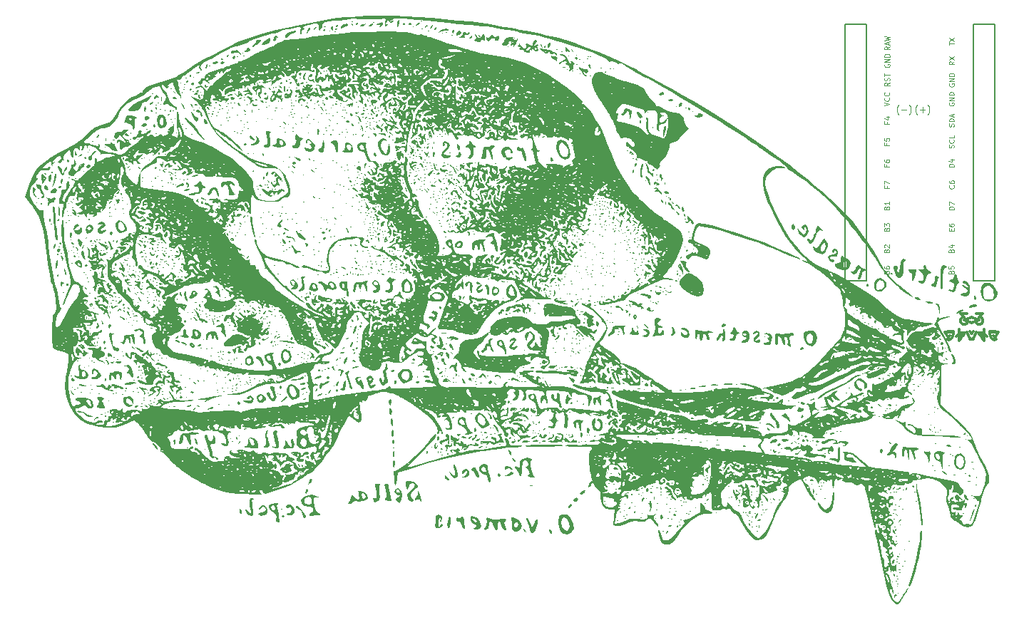
<source format=gbr>
G04 #@! TF.GenerationSoftware,KiCad,Pcbnew,6.0.0-d3dd2cf0fa~116~ubuntu20.04.1*
G04 #@! TF.CreationDate,2022-01-07T01:25:01-05:00*
G04 #@! TF.ProjectId,34_hs,33345f68-732e-46b6-9963-61645f706362,0.1*
G04 #@! TF.SameCoordinates,Original*
G04 #@! TF.FileFunction,Legend,Top*
G04 #@! TF.FilePolarity,Positive*
%FSLAX46Y46*%
G04 Gerber Fmt 4.6, Leading zero omitted, Abs format (unit mm)*
G04 Created by KiCad (PCBNEW 6.0.0-d3dd2cf0fa~116~ubuntu20.04.1) date 2022-01-07 01:25:01*
%MOMM*%
%LPD*%
G01*
G04 APERTURE LIST*
%ADD10C,0.312500*%
%ADD11C,0.100000*%
%ADD12C,0.080000*%
%ADD13C,0.150000*%
G04 APERTURE END LIST*
D10*
X140228890Y-89350891D02*
X139276509Y-89708034D01*
X140228890Y-90065177D01*
X140705081Y-88934225D02*
X141478890Y-88934225D01*
X141062224Y-89410415D01*
X141240795Y-89410415D01*
X141359843Y-89469939D01*
X141419367Y-89529463D01*
X141478890Y-89648510D01*
X141478890Y-89946129D01*
X141419367Y-90065177D01*
X141359843Y-90124701D01*
X141240795Y-90184225D01*
X140883652Y-90184225D01*
X140764605Y-90124701D01*
X140705081Y-90065177D01*
X137371748Y-91065772D02*
X138026509Y-91065772D01*
X138026509Y-91363391D01*
X137966986Y-91661010D01*
X137847938Y-91839582D01*
X137669367Y-91958629D01*
X137431271Y-92077677D01*
X138740795Y-91244344D02*
X139336033Y-91244344D01*
X139276509Y-91422915D01*
X139157462Y-91601487D01*
X139038414Y-91422915D02*
X139038414Y-91661010D01*
X138978890Y-91839582D01*
X138859843Y-92018153D01*
X139990795Y-91065772D02*
X140228890Y-91303868D01*
X139990795Y-92018153D02*
X140288414Y-91958629D01*
X140466986Y-91780058D01*
X140586033Y-91601487D01*
X140705081Y-91184820D01*
X141657462Y-90827677D02*
X141657462Y-92137201D01*
X141657462Y-91363391D02*
X142014605Y-91661010D01*
X142550319Y-91184820D02*
X143324129Y-91184820D01*
X143205081Y-91422915D01*
X143086033Y-91601487D01*
X142966986Y-91720534D01*
X142728890Y-91541963D02*
X142907462Y-91720534D01*
X142966986Y-91839582D01*
X143086033Y-92018153D01*
X140117113Y-89350891D02*
X141069494Y-89708034D01*
X140117113Y-90065177D01*
X139640922Y-88934225D02*
X138867113Y-88934225D01*
X139283779Y-89410415D01*
X139105208Y-89410415D01*
X138986160Y-89469939D01*
X138926636Y-89529463D01*
X138867113Y-89648510D01*
X138867113Y-89946129D01*
X138926636Y-90065177D01*
X138986160Y-90124701D01*
X139105208Y-90184225D01*
X139462351Y-90184225D01*
X139581398Y-90124701D01*
X139640922Y-90065177D01*
X142974255Y-91065772D02*
X142319494Y-91065772D01*
X142319494Y-91363391D01*
X142379017Y-91661010D01*
X142498065Y-91839582D01*
X142676636Y-91958629D01*
X142914732Y-92077677D01*
X141605208Y-91244344D02*
X141009970Y-91244344D01*
X141069494Y-91422915D01*
X141188541Y-91601487D01*
X141307589Y-91422915D02*
X141307589Y-91661010D01*
X141367113Y-91839582D01*
X141486160Y-92018153D01*
X140355208Y-91065772D02*
X140117113Y-91303868D01*
X140355208Y-92018153D02*
X140057589Y-91958629D01*
X139879017Y-91780058D01*
X139759970Y-91601487D01*
X139640922Y-91184820D01*
X138688541Y-90827677D02*
X138688541Y-92137201D01*
X138688541Y-91363391D02*
X138331398Y-91661010D01*
X137795684Y-91184820D02*
X137021875Y-91184820D01*
X137140922Y-91422915D01*
X137259970Y-91601487D01*
X137379017Y-91720534D01*
X137617113Y-91541963D02*
X137438541Y-91720534D01*
X137379017Y-91839582D01*
X137259970Y-92018153D01*
D11*
X131520178Y-65339223D02*
X131482082Y-65301128D01*
X131405892Y-65186842D01*
X131367797Y-65110652D01*
X131329702Y-64996366D01*
X131291606Y-64805890D01*
X131291606Y-64653509D01*
X131329702Y-64463033D01*
X131367797Y-64348747D01*
X131405892Y-64272557D01*
X131482082Y-64158271D01*
X131520178Y-64120176D01*
X131824940Y-64729699D02*
X132434463Y-64729699D01*
X132739225Y-65339223D02*
X132777321Y-65301128D01*
X132853511Y-65186842D01*
X132891606Y-65110652D01*
X132929702Y-64996366D01*
X132967797Y-64805890D01*
X132967797Y-64653509D01*
X132929702Y-64463033D01*
X132891606Y-64348747D01*
X132853511Y-64272557D01*
X132777321Y-64158271D01*
X132739225Y-64120176D01*
X133720178Y-65339223D02*
X133682082Y-65301128D01*
X133605892Y-65186842D01*
X133567797Y-65110652D01*
X133529702Y-64996366D01*
X133491606Y-64805890D01*
X133491606Y-64653509D01*
X133529702Y-64463033D01*
X133567797Y-64348747D01*
X133605892Y-64272557D01*
X133682082Y-64158271D01*
X133720178Y-64120176D01*
X134024940Y-64729699D02*
X134634463Y-64729699D01*
X134329702Y-65034461D02*
X134329702Y-64424937D01*
X134939225Y-65339223D02*
X134977321Y-65301128D01*
X135053511Y-65186842D01*
X135091606Y-65110652D01*
X135129702Y-64996366D01*
X135167797Y-64805890D01*
X135167797Y-64653509D01*
X135129702Y-64463033D01*
X135091606Y-64348747D01*
X135053511Y-64272557D01*
X134977321Y-64158271D01*
X134939225Y-64120176D01*
D12*
X130110498Y-73821851D02*
X130110498Y-74021851D01*
X130424784Y-74021851D02*
X129824784Y-74021851D01*
X129824784Y-73736136D01*
X129824784Y-73564708D02*
X129824784Y-73164708D01*
X130424784Y-73421851D01*
X137489527Y-57062145D02*
X137489527Y-56719288D01*
X138089527Y-56890717D02*
X137489527Y-56890717D01*
X137489527Y-56576431D02*
X138089527Y-56176431D01*
X137489527Y-56176431D02*
X138089527Y-56576431D01*
X130085511Y-81470121D02*
X130114083Y-81384406D01*
X130142654Y-81355835D01*
X130199797Y-81327264D01*
X130285511Y-81327264D01*
X130342654Y-81355835D01*
X130371226Y-81384406D01*
X130399797Y-81441549D01*
X130399797Y-81670121D01*
X129799797Y-81670121D01*
X129799797Y-81470121D01*
X129828369Y-81412978D01*
X129856940Y-81384406D01*
X129914083Y-81355835D01*
X129971226Y-81355835D01*
X130028369Y-81384406D01*
X130056940Y-81412978D01*
X130085511Y-81470121D01*
X130085511Y-81670121D01*
X129856940Y-81098692D02*
X129828369Y-81070121D01*
X129799797Y-81012978D01*
X129799797Y-80870121D01*
X129828369Y-80812978D01*
X129856940Y-80784406D01*
X129914083Y-80755835D01*
X129971226Y-80755835D01*
X130056940Y-80784406D01*
X130399797Y-81127264D01*
X130399797Y-80755835D01*
X130092305Y-78935226D02*
X130120877Y-78849511D01*
X130149448Y-78820940D01*
X130206591Y-78792369D01*
X130292305Y-78792369D01*
X130349448Y-78820940D01*
X130378020Y-78849511D01*
X130406591Y-78906654D01*
X130406591Y-79135226D01*
X129806591Y-79135226D01*
X129806591Y-78935226D01*
X129835163Y-78878083D01*
X129863734Y-78849511D01*
X129920877Y-78820940D01*
X129978020Y-78820940D01*
X130035163Y-78849511D01*
X130063734Y-78878083D01*
X130092305Y-78935226D01*
X130092305Y-79135226D01*
X129806591Y-78592369D02*
X129806591Y-78220940D01*
X130035163Y-78420940D01*
X130035163Y-78335226D01*
X130063734Y-78278083D01*
X130092305Y-78249511D01*
X130149448Y-78220940D01*
X130292305Y-78220940D01*
X130349448Y-78249511D01*
X130378020Y-78278083D01*
X130406591Y-78335226D01*
X130406591Y-78506654D01*
X130378020Y-78563797D01*
X130349448Y-78592369D01*
X137524934Y-61643672D02*
X137496362Y-61700815D01*
X137496362Y-61786530D01*
X137524934Y-61872244D01*
X137582076Y-61929387D01*
X137639219Y-61957958D01*
X137753505Y-61986530D01*
X137839219Y-61986530D01*
X137953505Y-61957958D01*
X138010648Y-61929387D01*
X138067791Y-61872244D01*
X138096362Y-61786530D01*
X138096362Y-61729387D01*
X138067791Y-61643672D01*
X138039219Y-61615101D01*
X137839219Y-61615101D01*
X137839219Y-61729387D01*
X138096362Y-61357958D02*
X137496362Y-61357958D01*
X138096362Y-61015101D01*
X137496362Y-61015101D01*
X138096362Y-60729387D02*
X137496362Y-60729387D01*
X137496362Y-60586530D01*
X137524934Y-60500815D01*
X137582076Y-60443672D01*
X137639219Y-60415101D01*
X137753505Y-60386530D01*
X137839219Y-60386530D01*
X137953505Y-60415101D01*
X138010648Y-60443672D01*
X138067791Y-60500815D01*
X138096362Y-60586530D01*
X138096362Y-60729387D01*
X130089498Y-68731276D02*
X130089498Y-68931276D01*
X130403784Y-68931276D02*
X129803784Y-68931276D01*
X129803784Y-68645561D01*
X129803784Y-68131276D02*
X129803784Y-68416990D01*
X130089498Y-68445561D01*
X130060927Y-68416990D01*
X130032356Y-68359847D01*
X130032356Y-68216990D01*
X130060927Y-68159847D01*
X130089498Y-68131276D01*
X130146641Y-68102704D01*
X130289498Y-68102704D01*
X130346641Y-68131276D01*
X130375213Y-68159847D01*
X130403784Y-68216990D01*
X130403784Y-68359847D01*
X130375213Y-68416990D01*
X130346641Y-68445561D01*
X138034048Y-69247088D02*
X138062619Y-69161374D01*
X138062619Y-69018517D01*
X138034048Y-68961374D01*
X138005476Y-68932803D01*
X137948333Y-68904231D01*
X137891191Y-68904231D01*
X137834048Y-68932803D01*
X137805476Y-68961374D01*
X137776905Y-69018517D01*
X137748333Y-69132803D01*
X137719762Y-69189945D01*
X137691191Y-69218517D01*
X137634048Y-69247088D01*
X137576905Y-69247088D01*
X137519762Y-69218517D01*
X137491191Y-69189945D01*
X137462619Y-69132803D01*
X137462619Y-68989945D01*
X137491191Y-68904231D01*
X138005476Y-68304231D02*
X138034048Y-68332803D01*
X138062619Y-68418517D01*
X138062619Y-68475660D01*
X138034048Y-68561374D01*
X137976905Y-68618517D01*
X137919762Y-68647088D01*
X137805476Y-68675660D01*
X137719762Y-68675660D01*
X137605476Y-68647088D01*
X137548333Y-68618517D01*
X137491191Y-68561374D01*
X137462619Y-68475660D01*
X137462619Y-68418517D01*
X137491191Y-68332803D01*
X137519762Y-68304231D01*
X138062619Y-67761374D02*
X138062619Y-68047088D01*
X137462619Y-68047088D01*
X130092305Y-76395226D02*
X130120877Y-76309511D01*
X130149448Y-76280940D01*
X130206591Y-76252369D01*
X130292305Y-76252369D01*
X130349448Y-76280940D01*
X130378020Y-76309511D01*
X130406591Y-76366654D01*
X130406591Y-76595226D01*
X129806591Y-76595226D01*
X129806591Y-76395226D01*
X129835163Y-76338083D01*
X129863734Y-76309511D01*
X129920877Y-76280940D01*
X129978020Y-76280940D01*
X130035163Y-76309511D01*
X130063734Y-76338083D01*
X130092305Y-76395226D01*
X130092305Y-76595226D01*
X130406591Y-75680940D02*
X130406591Y-76023797D01*
X130406591Y-75852369D02*
X129806591Y-75852369D01*
X129892305Y-75909511D01*
X129949448Y-75966654D01*
X129978020Y-76023797D01*
X137751140Y-79108181D02*
X137751140Y-78908181D01*
X138065426Y-78822467D02*
X138065426Y-79108181D01*
X137465426Y-79108181D01*
X137465426Y-78822467D01*
X137465426Y-78308181D02*
X137465426Y-78422467D01*
X137493998Y-78479610D01*
X137522569Y-78508181D01*
X137608283Y-78565324D01*
X137722569Y-78593896D01*
X137951140Y-78593896D01*
X138008283Y-78565324D01*
X138036855Y-78536753D01*
X138065426Y-78479610D01*
X138065426Y-78365324D01*
X138036855Y-78308181D01*
X138008283Y-78279610D01*
X137951140Y-78251038D01*
X137808283Y-78251038D01*
X137751140Y-78279610D01*
X137722569Y-78308181D01*
X137693998Y-78365324D01*
X137693998Y-78479610D01*
X137722569Y-78536753D01*
X137751140Y-78565324D01*
X137808283Y-78593896D01*
X138062619Y-71515660D02*
X137462619Y-71515660D01*
X137462619Y-71372803D01*
X137491191Y-71287088D01*
X137548333Y-71229945D01*
X137605476Y-71201374D01*
X137719762Y-71172803D01*
X137805476Y-71172803D01*
X137919762Y-71201374D01*
X137976905Y-71229945D01*
X138034048Y-71287088D01*
X138062619Y-71372803D01*
X138062619Y-71515660D01*
X137662619Y-70658517D02*
X138062619Y-70658517D01*
X137434048Y-70801374D02*
X137862619Y-70944231D01*
X137862619Y-70572803D01*
X129866099Y-59352145D02*
X129837527Y-59409288D01*
X129837527Y-59495003D01*
X129866099Y-59580717D01*
X129923241Y-59637860D01*
X129980384Y-59666431D01*
X130094670Y-59695003D01*
X130180384Y-59695003D01*
X130294670Y-59666431D01*
X130351813Y-59637860D01*
X130408956Y-59580717D01*
X130437527Y-59495003D01*
X130437527Y-59437860D01*
X130408956Y-59352145D01*
X130380384Y-59323574D01*
X130180384Y-59323574D01*
X130180384Y-59437860D01*
X130437527Y-59066431D02*
X129837527Y-59066431D01*
X130437527Y-58723574D01*
X129837527Y-58723574D01*
X130437527Y-58437860D02*
X129837527Y-58437860D01*
X129837527Y-58295003D01*
X129866099Y-58209288D01*
X129923241Y-58152145D01*
X129980384Y-58123574D01*
X130094670Y-58095003D01*
X130180384Y-58095003D01*
X130294670Y-58123574D01*
X130351813Y-58152145D01*
X130408956Y-58209288D01*
X130437527Y-58295003D01*
X130437527Y-58437860D01*
X137744346Y-84011648D02*
X137772918Y-83925933D01*
X137801489Y-83897362D01*
X137858632Y-83868791D01*
X137944346Y-83868791D01*
X138001489Y-83897362D01*
X138030061Y-83925933D01*
X138058632Y-83983076D01*
X138058632Y-84211648D01*
X137458632Y-84211648D01*
X137458632Y-84011648D01*
X137487204Y-83954505D01*
X137515775Y-83925933D01*
X137572918Y-83897362D01*
X137630061Y-83897362D01*
X137687204Y-83925933D01*
X137715775Y-83954505D01*
X137744346Y-84011648D01*
X137744346Y-84211648D01*
X137458632Y-83325933D02*
X137458632Y-83611648D01*
X137744346Y-83640219D01*
X137715775Y-83611648D01*
X137687204Y-83554505D01*
X137687204Y-83411648D01*
X137715775Y-83354505D01*
X137744346Y-83325933D01*
X137801489Y-83297362D01*
X137944346Y-83297362D01*
X138001489Y-83325933D01*
X138030061Y-83354505D01*
X138058632Y-83411648D01*
X138058632Y-83554505D01*
X138030061Y-83611648D01*
X138001489Y-83640219D01*
X129810578Y-64256381D02*
X130410578Y-64056381D01*
X129810578Y-63856381D01*
X130353435Y-63313523D02*
X130382007Y-63342095D01*
X130410578Y-63427809D01*
X130410578Y-63484952D01*
X130382007Y-63570666D01*
X130324864Y-63627809D01*
X130267721Y-63656381D01*
X130153435Y-63684952D01*
X130067721Y-63684952D01*
X129953435Y-63656381D01*
X129896292Y-63627809D01*
X129839150Y-63570666D01*
X129810578Y-63484952D01*
X129810578Y-63427809D01*
X129839150Y-63342095D01*
X129867721Y-63313523D01*
X130353435Y-62713523D02*
X130382007Y-62742095D01*
X130410578Y-62827809D01*
X130410578Y-62884952D01*
X130382007Y-62970666D01*
X130324864Y-63027809D01*
X130267721Y-63056381D01*
X130153435Y-63084952D01*
X130067721Y-63084952D01*
X129953435Y-63056381D01*
X129896292Y-63027809D01*
X129839150Y-62970666D01*
X129810578Y-62884952D01*
X129810578Y-62827809D01*
X129839150Y-62742095D01*
X129867721Y-62713523D01*
X138026476Y-73723378D02*
X138055048Y-73751949D01*
X138083619Y-73837663D01*
X138083619Y-73894806D01*
X138055048Y-73980520D01*
X137997905Y-74037663D01*
X137940762Y-74066235D01*
X137826476Y-74094806D01*
X137740762Y-74094806D01*
X137626476Y-74066235D01*
X137569333Y-74037663D01*
X137512191Y-73980520D01*
X137483619Y-73894806D01*
X137483619Y-73837663D01*
X137512191Y-73751949D01*
X137540762Y-73723378D01*
X137483619Y-73209092D02*
X137483619Y-73323378D01*
X137512191Y-73380520D01*
X137540762Y-73409092D01*
X137626476Y-73466235D01*
X137740762Y-73494806D01*
X137969333Y-73494806D01*
X138026476Y-73466235D01*
X138055048Y-73437663D01*
X138083619Y-73380520D01*
X138083619Y-73266235D01*
X138055048Y-73209092D01*
X138026476Y-73180520D01*
X137969333Y-73151949D01*
X137826476Y-73151949D01*
X137769333Y-73180520D01*
X137740762Y-73209092D01*
X137712191Y-73266235D01*
X137712191Y-73380520D01*
X137740762Y-73437663D01*
X137769333Y-73466235D01*
X137826476Y-73494806D01*
X138065426Y-76596753D02*
X137465426Y-76596753D01*
X137465426Y-76453896D01*
X137493998Y-76368181D01*
X137551140Y-76311038D01*
X137608283Y-76282467D01*
X137722569Y-76253896D01*
X137808283Y-76253896D01*
X137922569Y-76282467D01*
X137979712Y-76311038D01*
X138036855Y-76368181D01*
X138065426Y-76453896D01*
X138065426Y-76596753D01*
X137465426Y-76053896D02*
X137465426Y-75653896D01*
X138065426Y-75911038D01*
X130085511Y-84010121D02*
X130114083Y-83924406D01*
X130142654Y-83895835D01*
X130199797Y-83867264D01*
X130285511Y-83867264D01*
X130342654Y-83895835D01*
X130371226Y-83924406D01*
X130399797Y-83981549D01*
X130399797Y-84210121D01*
X129799797Y-84210121D01*
X129799797Y-84010121D01*
X129828369Y-83952978D01*
X129856940Y-83924406D01*
X129914083Y-83895835D01*
X129971226Y-83895835D01*
X130028369Y-83924406D01*
X130056940Y-83952978D01*
X130085511Y-84010121D01*
X130085511Y-84210121D01*
X129799797Y-83352978D02*
X129799797Y-83467264D01*
X129828369Y-83524406D01*
X129856940Y-83552978D01*
X129942654Y-83610121D01*
X130056940Y-83638692D01*
X130285511Y-83638692D01*
X130342654Y-83610121D01*
X130371226Y-83581549D01*
X130399797Y-83524406D01*
X130399797Y-83410121D01*
X130371226Y-83352978D01*
X130342654Y-83324406D01*
X130285511Y-83295835D01*
X130142654Y-83295835D01*
X130085511Y-83324406D01*
X130056940Y-83352978D01*
X130028369Y-83410121D01*
X130028369Y-83524406D01*
X130056940Y-83581549D01*
X130085511Y-83610121D01*
X130142654Y-83638692D01*
X130089498Y-71271276D02*
X130089498Y-71471276D01*
X130403784Y-71471276D02*
X129803784Y-71471276D01*
X129803784Y-71185561D01*
X129803784Y-70699847D02*
X129803784Y-70814133D01*
X129832356Y-70871276D01*
X129860927Y-70899847D01*
X129946641Y-70956990D01*
X130060927Y-70985561D01*
X130289498Y-70985561D01*
X130346641Y-70956990D01*
X130375213Y-70928418D01*
X130403784Y-70871276D01*
X130403784Y-70756990D01*
X130375213Y-70699847D01*
X130346641Y-70671276D01*
X130289498Y-70642704D01*
X130146641Y-70642704D01*
X130089498Y-70671276D01*
X130060927Y-70699847D01*
X130032356Y-70756990D01*
X130032356Y-70871276D01*
X130060927Y-70928418D01*
X130089498Y-70956990D01*
X130146641Y-70985561D01*
X137744346Y-81471648D02*
X137772918Y-81385933D01*
X137801489Y-81357362D01*
X137858632Y-81328791D01*
X137944346Y-81328791D01*
X138001489Y-81357362D01*
X138030061Y-81385933D01*
X138058632Y-81443076D01*
X138058632Y-81671648D01*
X137458632Y-81671648D01*
X137458632Y-81471648D01*
X137487204Y-81414505D01*
X137515775Y-81385933D01*
X137572918Y-81357362D01*
X137630061Y-81357362D01*
X137687204Y-81385933D01*
X137715775Y-81414505D01*
X137744346Y-81471648D01*
X137744346Y-81671648D01*
X137658632Y-80814505D02*
X138058632Y-80814505D01*
X137430061Y-80957362D02*
X137858632Y-81100219D01*
X137858632Y-80728791D01*
X130437527Y-57219288D02*
X130151813Y-57419288D01*
X130437527Y-57562145D02*
X129837527Y-57562145D01*
X129837527Y-57333574D01*
X129866099Y-57276431D01*
X129894670Y-57247860D01*
X129951813Y-57219288D01*
X130037527Y-57219288D01*
X130094670Y-57247860D01*
X130123241Y-57276431D01*
X130151813Y-57333574D01*
X130151813Y-57562145D01*
X130266099Y-56990717D02*
X130266099Y-56705003D01*
X130437527Y-57047860D02*
X129837527Y-56847860D01*
X130437527Y-56647860D01*
X129837527Y-56505003D02*
X130437527Y-56362145D01*
X130008956Y-56247860D01*
X130437527Y-56133574D01*
X129837527Y-55990717D01*
X138040842Y-66726479D02*
X138069413Y-66640765D01*
X138069413Y-66497908D01*
X138040842Y-66440765D01*
X138012270Y-66412193D01*
X137955127Y-66383622D01*
X137897985Y-66383622D01*
X137840842Y-66412193D01*
X137812270Y-66440765D01*
X137783699Y-66497908D01*
X137755127Y-66612193D01*
X137726556Y-66669336D01*
X137697985Y-66697908D01*
X137640842Y-66726479D01*
X137583699Y-66726479D01*
X137526556Y-66697908D01*
X137497985Y-66669336D01*
X137469413Y-66612193D01*
X137469413Y-66469336D01*
X137497985Y-66383622D01*
X138069413Y-66126479D02*
X137469413Y-66126479D01*
X137469413Y-65983622D01*
X137497985Y-65897908D01*
X137555127Y-65840765D01*
X137612270Y-65812193D01*
X137726556Y-65783622D01*
X137812270Y-65783622D01*
X137926556Y-65812193D01*
X137983699Y-65840765D01*
X138040842Y-65897908D01*
X138069413Y-65983622D01*
X138069413Y-66126479D01*
X137897985Y-65555050D02*
X137897985Y-65269336D01*
X138069413Y-65612193D02*
X137469413Y-65412193D01*
X138069413Y-65212193D01*
X130096292Y-66196381D02*
X130096292Y-66396381D01*
X130410578Y-66396381D02*
X129810578Y-66396381D01*
X129810578Y-66110666D01*
X130010578Y-65624952D02*
X130410578Y-65624952D01*
X129782007Y-65767809D02*
X130210578Y-65910666D01*
X130210578Y-65539238D01*
X137497985Y-63915050D02*
X137469413Y-63972193D01*
X137469413Y-64057908D01*
X137497985Y-64143622D01*
X137555127Y-64200765D01*
X137612270Y-64229336D01*
X137726556Y-64257908D01*
X137812270Y-64257908D01*
X137926556Y-64229336D01*
X137983699Y-64200765D01*
X138040842Y-64143622D01*
X138069413Y-64057908D01*
X138069413Y-64000765D01*
X138040842Y-63915050D01*
X138012270Y-63886479D01*
X137812270Y-63886479D01*
X137812270Y-64000765D01*
X138069413Y-63629336D02*
X137469413Y-63629336D01*
X138069413Y-63286479D01*
X137469413Y-63286479D01*
X138069413Y-63000765D02*
X137469413Y-63000765D01*
X137469413Y-62857908D01*
X137497985Y-62772193D01*
X137555127Y-62715050D01*
X137612270Y-62686479D01*
X137726556Y-62657908D01*
X137812270Y-62657908D01*
X137926556Y-62686479D01*
X137983699Y-62715050D01*
X138040842Y-62772193D01*
X138069413Y-62857908D01*
X138069413Y-63000765D01*
X138096362Y-58996530D02*
X137810648Y-59196530D01*
X138096362Y-59339387D02*
X137496362Y-59339387D01*
X137496362Y-59110815D01*
X137524934Y-59053672D01*
X137553505Y-59025101D01*
X137610648Y-58996530D01*
X137696362Y-58996530D01*
X137753505Y-59025101D01*
X137782076Y-59053672D01*
X137810648Y-59110815D01*
X137810648Y-59339387D01*
X137496362Y-58796530D02*
X138096362Y-58396530D01*
X137496362Y-58396530D02*
X138096362Y-58796530D01*
X130437527Y-61513574D02*
X130151813Y-61713574D01*
X130437527Y-61856431D02*
X129837527Y-61856431D01*
X129837527Y-61627860D01*
X129866099Y-61570717D01*
X129894670Y-61542145D01*
X129951813Y-61513574D01*
X130037527Y-61513574D01*
X130094670Y-61542145D01*
X130123241Y-61570717D01*
X130151813Y-61627860D01*
X130151813Y-61856431D01*
X130408956Y-61285003D02*
X130437527Y-61199288D01*
X130437527Y-61056431D01*
X130408956Y-60999288D01*
X130380384Y-60970717D01*
X130323241Y-60942145D01*
X130266099Y-60942145D01*
X130208956Y-60970717D01*
X130180384Y-60999288D01*
X130151813Y-61056431D01*
X130123241Y-61170717D01*
X130094670Y-61227860D01*
X130066099Y-61256431D01*
X130008956Y-61285003D01*
X129951813Y-61285003D01*
X129894670Y-61256431D01*
X129866099Y-61227860D01*
X129837527Y-61170717D01*
X129837527Y-61027860D01*
X129866099Y-60942145D01*
X129837527Y-60770717D02*
X129837527Y-60427860D01*
X130437527Y-60599288D02*
X129837527Y-60599288D01*
D13*
X125102099Y-54585003D02*
X125102099Y-85065003D01*
X140342099Y-85065003D02*
X142882099Y-85065003D01*
X127642099Y-54585003D02*
X127642099Y-85065003D01*
X142882099Y-54585003D02*
X142882099Y-85065003D01*
X140342099Y-54585003D02*
X142882099Y-54585003D01*
X125102099Y-54585003D02*
X127642099Y-54585003D01*
X127642099Y-85065003D02*
X125102099Y-85065003D01*
X140342099Y-54585003D02*
X140342099Y-85065003D01*
G36*
X78070656Y-71207184D02*
G01*
X77987773Y-71276731D01*
X77918226Y-71193848D01*
X78001109Y-71124302D01*
X78070656Y-71207184D01*
G37*
G36*
X67861730Y-75536301D02*
G01*
X67778847Y-75605848D01*
X67709300Y-75522965D01*
X67792183Y-75453419D01*
X67861730Y-75536301D01*
G37*
G36*
X121396644Y-80927599D02*
G01*
X121524419Y-80964626D01*
X121556788Y-81040392D01*
X121672559Y-81228546D01*
X121861281Y-81147934D01*
X122135938Y-80790354D01*
X122253650Y-80600131D01*
X122646874Y-79941310D01*
X122923111Y-80363627D01*
X123089725Y-80676850D01*
X123101682Y-80963646D01*
X122967984Y-81367970D01*
X122729005Y-81774445D01*
X122415224Y-81911191D01*
X121981609Y-81788751D01*
X121740903Y-81655270D01*
X121451215Y-81395020D01*
X121433065Y-81354197D01*
X122240111Y-81354197D01*
X122248724Y-81396210D01*
X122403066Y-81600640D01*
X122608787Y-81535882D01*
X122704101Y-81397001D01*
X122828650Y-80983794D01*
X122811071Y-80628336D01*
X122722849Y-80489446D01*
X122571572Y-80527608D01*
X122403353Y-80755861D01*
X122274198Y-81067095D01*
X122240111Y-81354197D01*
X121433065Y-81354197D01*
X121400403Y-81280733D01*
X121326870Y-81115336D01*
X121396644Y-80927599D01*
G37*
G36*
X59276326Y-92909566D02*
G01*
X59193443Y-92979113D01*
X59123896Y-92896230D01*
X59206779Y-92826683D01*
X59276326Y-92909566D01*
G37*
G36*
X70117773Y-83106313D02*
G01*
X70034891Y-83175860D01*
X69965344Y-83092977D01*
X70048227Y-83023430D01*
X70117773Y-83106313D01*
G37*
G36*
X115488784Y-112265593D02*
G01*
X115405901Y-112335140D01*
X115336354Y-112252257D01*
X115419237Y-112182710D01*
X115488784Y-112265593D01*
G37*
G36*
X79076721Y-73752748D02*
G01*
X78993838Y-73822295D01*
X78924291Y-73739412D01*
X79007174Y-73669865D01*
X79076721Y-73752748D01*
G37*
G36*
X52865557Y-79574585D02*
G01*
X52867973Y-79757080D01*
X52847776Y-79777824D01*
X52758987Y-79748972D01*
X52755047Y-79667314D01*
X52821794Y-79546727D01*
X52865557Y-79574585D01*
G37*
G36*
X135855159Y-100684522D02*
G01*
X135772276Y-100754069D01*
X135702729Y-100671186D01*
X135785612Y-100601639D01*
X135855159Y-100684522D01*
G37*
G36*
X67079964Y-82702936D02*
G01*
X67098317Y-82724387D01*
X67201234Y-82934774D01*
X67178480Y-83006819D01*
X67069094Y-82951155D01*
X67005522Y-82802251D01*
X66974693Y-82620110D01*
X67079964Y-82702936D01*
G37*
G36*
X63366986Y-77754202D02*
G01*
X63284103Y-77823750D01*
X63214556Y-77740867D01*
X63297439Y-77671320D01*
X63366986Y-77754202D01*
G37*
G36*
X77626703Y-71014747D02*
G01*
X77543820Y-71084294D01*
X77474273Y-71001411D01*
X77557156Y-70931864D01*
X77626703Y-71014747D01*
G37*
G36*
X101631009Y-110899598D02*
G01*
X101548127Y-110969145D01*
X101478580Y-110886262D01*
X101561463Y-110816715D01*
X101631009Y-110899598D01*
G37*
G36*
X53880586Y-64775457D02*
G01*
X54030799Y-64943255D01*
X53989510Y-65028554D01*
X53968072Y-65028174D01*
X53848616Y-64908626D01*
X53807486Y-64836796D01*
X53798647Y-64730917D01*
X53880586Y-64775457D01*
G37*
G36*
X100843658Y-84719686D02*
G01*
X100839827Y-84830532D01*
X100693463Y-85072536D01*
X100560422Y-85142396D01*
X100392207Y-85168942D01*
X100455264Y-85051143D01*
X100532532Y-84964393D01*
X100736071Y-84739359D01*
X100811936Y-84652530D01*
X100843658Y-84719686D01*
G37*
G36*
X64881679Y-70974877D02*
G01*
X64798796Y-71044424D01*
X64729249Y-70961541D01*
X64812132Y-70891994D01*
X64881679Y-70974877D01*
G37*
G36*
X78017589Y-96392373D02*
G01*
X77934706Y-96461919D01*
X77865160Y-96379037D01*
X77948042Y-96309490D01*
X78017589Y-96392373D01*
G37*
G36*
X89002139Y-104265240D02*
G01*
X88919256Y-104334787D01*
X88849709Y-104251904D01*
X88932592Y-104182357D01*
X89002139Y-104265240D01*
G37*
G36*
X60091050Y-79123250D02*
G01*
X60125717Y-79198590D01*
X60302309Y-79388887D01*
X60397822Y-79414391D01*
X60629935Y-79558745D01*
X60686284Y-79670023D01*
X60860483Y-79889397D01*
X60966356Y-79924921D01*
X61150832Y-80029490D01*
X61165356Y-80095928D01*
X61050683Y-80236291D01*
X60797548Y-80184134D01*
X60477539Y-79969480D01*
X60220426Y-79699592D01*
X60003037Y-79370267D01*
X59930021Y-79141108D01*
X59948832Y-79099844D01*
X60091050Y-79123250D01*
G37*
G36*
X65264688Y-73619527D02*
G01*
X65181805Y-73689074D01*
X65112258Y-73606191D01*
X65195141Y-73536645D01*
X65264688Y-73619527D01*
G37*
G36*
X43819834Y-81727120D02*
G01*
X43736952Y-81796667D01*
X43667405Y-81713784D01*
X43750288Y-81644237D01*
X43819834Y-81727120D01*
G37*
G36*
X84669004Y-88537419D02*
G01*
X84688370Y-88614044D01*
X84584528Y-88689266D01*
X84505556Y-88649652D01*
X84392481Y-88632210D01*
X84414353Y-88794182D01*
X84423034Y-88972823D01*
X84361621Y-88967404D01*
X84195863Y-88985555D01*
X84154061Y-89048699D01*
X84062208Y-89093687D01*
X83997636Y-88951195D01*
X83987662Y-88767001D01*
X84061085Y-88781581D01*
X84193241Y-88757304D01*
X84224412Y-88650252D01*
X84360666Y-88452773D01*
X84473848Y-88432614D01*
X84669004Y-88537419D01*
G37*
G36*
X115208211Y-113425881D02*
G01*
X115231094Y-113455387D01*
X115103301Y-113543247D01*
X114989532Y-113583028D01*
X114792978Y-113569025D01*
X114766129Y-113503118D01*
X114901125Y-113382914D01*
X115007691Y-113375476D01*
X115208211Y-113425881D01*
G37*
G36*
X74623850Y-71980803D02*
G01*
X74540967Y-72050350D01*
X74471420Y-71967467D01*
X74554303Y-71897920D01*
X74623850Y-71980803D01*
G37*
G36*
X92501310Y-100552269D02*
G01*
X92503726Y-100734763D01*
X92483529Y-100755508D01*
X92394740Y-100726656D01*
X92390800Y-100644998D01*
X92457548Y-100524410D01*
X92501310Y-100552269D01*
G37*
G36*
X112972825Y-91170207D02*
G01*
X113196635Y-90992317D01*
X113503543Y-90982995D01*
X113727863Y-91147185D01*
X113728111Y-91147677D01*
X113795614Y-91485599D01*
X113758827Y-91898714D01*
X113640915Y-92245209D01*
X113528566Y-92369221D01*
X113216820Y-92457906D01*
X112925061Y-92442268D01*
X112781365Y-92332546D01*
X112780426Y-92309402D01*
X112919732Y-92178183D01*
X113104040Y-92121700D01*
X113358515Y-92005060D01*
X113425713Y-91838173D01*
X113275099Y-91723115D01*
X113225395Y-91716031D01*
X112958986Y-91580718D01*
X112938271Y-91381504D01*
X113044642Y-91381504D01*
X113106062Y-91526934D01*
X113229735Y-91562814D01*
X113426211Y-91502069D01*
X113443500Y-91416400D01*
X113299912Y-91245148D01*
X113258407Y-91235091D01*
X113069295Y-91338124D01*
X113044642Y-91381504D01*
X112938271Y-91381504D01*
X112937295Y-91372113D01*
X112928319Y-91285799D01*
X112972825Y-91170207D01*
G37*
G36*
X31836980Y-76259103D02*
G01*
X31887760Y-76531972D01*
X31914984Y-76891502D01*
X31909488Y-77228036D01*
X31874319Y-77409505D01*
X31816239Y-77393232D01*
X31762770Y-77134678D01*
X31742477Y-76924919D01*
X31729156Y-76501798D01*
X31752151Y-76227340D01*
X31771805Y-76182554D01*
X31836980Y-76259103D01*
G37*
G36*
X68776170Y-63328582D02*
G01*
X68693287Y-63398129D01*
X68623740Y-63315246D01*
X68706623Y-63245699D01*
X68776170Y-63328582D01*
G37*
G36*
X108882825Y-108769312D02*
G01*
X108799943Y-108838859D01*
X108730396Y-108755976D01*
X108813279Y-108686429D01*
X108882825Y-108769312D01*
G37*
G36*
X139350775Y-85093108D02*
G01*
X139705524Y-85252423D01*
X139927410Y-85668649D01*
X139987758Y-85944992D01*
X139998740Y-86500671D01*
X139816436Y-86819235D01*
X139441483Y-86900120D01*
X139026230Y-86801631D01*
X138847474Y-86669750D01*
X138916046Y-86540611D01*
X139178128Y-86471380D01*
X139334628Y-86474063D01*
X139639711Y-86423723D01*
X139708295Y-86244370D01*
X139537727Y-86004389D01*
X139357636Y-85880594D01*
X139112085Y-85704401D01*
X139062947Y-85587318D01*
X139243076Y-85603051D01*
X139472893Y-85720648D01*
X139702912Y-85844858D01*
X139753552Y-85774522D01*
X139743015Y-85718326D01*
X139569828Y-85516740D01*
X139366530Y-85429396D01*
X139104528Y-85301140D01*
X139077070Y-85157360D01*
X139288468Y-85090109D01*
X139350775Y-85093108D01*
G37*
G36*
X41238689Y-80551124D02*
G01*
X41341684Y-80645937D01*
X41536342Y-80852444D01*
X41585098Y-80936028D01*
X41506959Y-80975166D01*
X41321455Y-80761626D01*
X41279097Y-80698453D01*
X41163065Y-80506367D01*
X41238689Y-80551124D01*
G37*
G36*
X39275298Y-89342098D02*
G01*
X39531896Y-89483014D01*
X39598924Y-89593167D01*
X39558894Y-89709585D01*
X39425988Y-89650785D01*
X39216436Y-89472631D01*
X39031731Y-89296121D01*
X39095077Y-89282424D01*
X39275298Y-89342098D01*
G37*
G36*
X130215257Y-100191094D02*
G01*
X130132374Y-100260641D01*
X130062827Y-100177758D01*
X130145710Y-100108211D01*
X130215257Y-100191094D01*
G37*
G36*
X64222348Y-64466139D02*
G01*
X64139465Y-64535686D01*
X64069918Y-64452803D01*
X64152801Y-64383256D01*
X64222348Y-64466139D01*
G37*
G36*
X34987169Y-85854784D02*
G01*
X35137382Y-86022581D01*
X35096094Y-86107880D01*
X35074654Y-86107500D01*
X34955199Y-85987953D01*
X34914070Y-85916122D01*
X34905229Y-85810244D01*
X34987169Y-85854784D01*
G37*
G36*
X131209989Y-111644265D02*
G01*
X131127107Y-111713812D01*
X131057560Y-111630929D01*
X131140442Y-111561382D01*
X131209989Y-111644265D01*
G37*
G36*
X33536489Y-76373145D02*
G01*
X33453606Y-76442692D01*
X33384059Y-76359809D01*
X33466942Y-76290262D01*
X33536489Y-76373145D01*
G37*
G36*
X123929537Y-83076658D02*
G01*
X123949417Y-83065683D01*
X124955289Y-83065683D01*
X124975049Y-83419496D01*
X125109152Y-83501535D01*
X125274014Y-83330825D01*
X125336363Y-83099022D01*
X125290902Y-82791047D01*
X125182500Y-82663171D01*
X125031013Y-82729844D01*
X124955289Y-83065683D01*
X123949417Y-83065683D01*
X124087019Y-82989719D01*
X124189846Y-82932952D01*
X124272020Y-82916667D01*
X124558541Y-82836550D01*
X124651968Y-82754986D01*
X124671586Y-82429766D01*
X124737512Y-82155665D01*
X124819642Y-82036388D01*
X124853596Y-82060404D01*
X125054576Y-82234190D01*
X125394446Y-82418089D01*
X125766683Y-82692124D01*
X125847165Y-83054134D01*
X125633601Y-83492803D01*
X125616334Y-83515060D01*
X125416859Y-83733654D01*
X125210596Y-83811363D01*
X124887872Y-83766898D01*
X124593512Y-83689582D01*
X124152302Y-83505297D01*
X124036765Y-83393414D01*
X124312230Y-83393414D01*
X124381777Y-83476297D01*
X124464660Y-83406750D01*
X124395113Y-83323867D01*
X124312230Y-83393414D01*
X124036765Y-83393414D01*
X124009407Y-83366921D01*
X123923999Y-83284214D01*
X123929537Y-83076658D01*
G37*
G36*
X92406519Y-58330530D02*
G01*
X92323636Y-58400076D01*
X92254089Y-58317194D01*
X92336972Y-58247647D01*
X92406519Y-58330530D01*
G37*
G36*
X105735311Y-98002940D02*
G01*
X105786597Y-98037864D01*
X105735075Y-98103168D01*
X105579529Y-98100419D01*
X105420138Y-98048963D01*
X105495493Y-98000269D01*
X105735311Y-98002940D01*
G37*
G36*
X100426496Y-82532455D02*
G01*
X100343613Y-82602002D01*
X100274066Y-82519119D01*
X100356949Y-82449572D01*
X100426496Y-82532455D01*
G37*
G36*
X61496093Y-93871754D02*
G01*
X61413211Y-93941300D01*
X61343664Y-93858418D01*
X61426546Y-93788871D01*
X61496093Y-93871754D01*
G37*
G36*
X32455304Y-86390325D02*
G01*
X32426452Y-86479114D01*
X32344793Y-86483054D01*
X32224206Y-86416305D01*
X32252064Y-86372544D01*
X32434559Y-86370127D01*
X32455304Y-86390325D01*
G37*
G36*
X43634455Y-78754168D02*
G01*
X43533355Y-79087627D01*
X43361842Y-79144461D01*
X43237015Y-79040722D01*
X43248775Y-78857063D01*
X43333161Y-78741941D01*
X43421383Y-78582342D01*
X43236742Y-78512067D01*
X43100553Y-78469439D01*
X43254235Y-78411355D01*
X43343636Y-78392018D01*
X43682943Y-78363537D01*
X43634455Y-78754168D01*
G37*
G36*
X83421768Y-55929275D02*
G01*
X83443126Y-55980598D01*
X83560469Y-56096329D01*
X83794719Y-56025438D01*
X84024244Y-55961680D01*
X84087768Y-56128460D01*
X84087484Y-56211732D01*
X83980520Y-56484361D01*
X83786876Y-56537420D01*
X83587943Y-56484886D01*
X83584635Y-56413539D01*
X83557152Y-56253151D01*
X83480534Y-56198658D01*
X83248246Y-56229838D01*
X83080437Y-56377955D01*
X82823338Y-56614055D01*
X82638559Y-56556356D01*
X82552919Y-56307698D01*
X82541817Y-56093803D01*
X82654157Y-56142622D01*
X82699274Y-56185714D01*
X82864744Y-56296593D01*
X82920405Y-56153473D01*
X83036343Y-55936801D01*
X83248210Y-55847270D01*
X83421768Y-55929275D01*
G37*
G36*
X136258313Y-93064383D02*
G01*
X136274959Y-93339242D01*
X136249351Y-93545876D01*
X136221159Y-93574303D01*
X136154298Y-93530055D01*
X136128308Y-93333012D01*
X136138662Y-93072740D01*
X136174588Y-92891721D01*
X136203456Y-92879839D01*
X136258313Y-93064383D01*
G37*
G36*
X105778449Y-82255124D02*
G01*
X105745335Y-82306609D01*
X105588978Y-82439615D01*
X105561578Y-82444129D01*
X105559792Y-82344757D01*
X105592905Y-82293273D01*
X105749262Y-82160268D01*
X105776663Y-82155754D01*
X105778449Y-82255124D01*
G37*
G36*
X60053538Y-77003524D02*
G01*
X59970655Y-77073071D01*
X59901108Y-76990188D01*
X59983991Y-76920641D01*
X60053538Y-77003524D01*
G37*
G36*
X104472507Y-75221035D02*
G01*
X104506176Y-75410722D01*
X104397869Y-75520390D01*
X104288175Y-75531408D01*
X104324725Y-75460925D01*
X104323249Y-75268409D01*
X104254966Y-75212821D01*
X104159669Y-75133363D01*
X104252827Y-75122717D01*
X104472507Y-75221035D01*
G37*
G36*
X93933235Y-104082269D02*
G01*
X93850353Y-104151816D01*
X93780806Y-104068933D01*
X93863689Y-103999386D01*
X93933235Y-104082269D01*
G37*
G36*
X83468924Y-102552374D02*
G01*
X83386041Y-102621921D01*
X83316494Y-102539038D01*
X83399377Y-102469491D01*
X83468924Y-102552374D01*
G37*
G36*
X38480922Y-76037744D02*
G01*
X38398039Y-76107291D01*
X38328492Y-76024409D01*
X38411375Y-75954862D01*
X38480922Y-76037744D01*
G37*
G36*
X94436130Y-93067316D02*
G01*
X94353247Y-93136863D01*
X94283700Y-93053980D01*
X94366583Y-92984433D01*
X94436130Y-93067316D01*
G37*
G36*
X75353591Y-70662279D02*
G01*
X75270709Y-70731826D01*
X75201162Y-70648943D01*
X75284044Y-70579396D01*
X75353591Y-70662279D01*
G37*
G36*
X77596339Y-79170899D02*
G01*
X77800132Y-79312674D01*
X77757231Y-79389067D01*
X77671043Y-79389637D01*
X77474030Y-79260847D01*
X77447663Y-79218256D01*
X77479777Y-79133784D01*
X77596339Y-79170899D01*
G37*
G36*
X131770234Y-117529948D02*
G01*
X131687351Y-117599495D01*
X131617804Y-117516612D01*
X131700687Y-117447065D01*
X131770234Y-117529948D01*
G37*
G36*
X138228382Y-108085589D02*
G01*
X138199529Y-108174377D01*
X138117871Y-108178318D01*
X137997284Y-108111569D01*
X138025142Y-108067808D01*
X138207637Y-108065391D01*
X138228382Y-108085589D01*
G37*
G36*
X86871853Y-97013424D02*
G01*
X86788970Y-97082971D01*
X86719423Y-97000088D01*
X86802306Y-96930541D01*
X86871853Y-97013424D01*
G37*
G36*
X63476287Y-54852283D02*
G01*
X63447434Y-54941072D01*
X63365776Y-54945012D01*
X63245189Y-54878264D01*
X63273047Y-54834502D01*
X63455542Y-54832086D01*
X63476287Y-54852283D01*
G37*
G36*
X69389897Y-80892280D02*
G01*
X69307015Y-80961827D01*
X69237468Y-80878944D01*
X69320350Y-80809397D01*
X69389897Y-80892280D01*
G37*
G36*
X101424943Y-80964920D02*
G01*
X101414213Y-81139830D01*
X101478977Y-81266433D01*
X101579728Y-81431250D01*
X101516990Y-81432853D01*
X101250739Y-81265116D01*
X101185655Y-81221534D01*
X100851386Y-80997043D01*
X101187086Y-80939932D01*
X101409004Y-80925635D01*
X101424943Y-80964920D01*
G37*
G36*
X131735962Y-119677301D02*
G01*
X131653079Y-119746848D01*
X131583532Y-119663965D01*
X131666415Y-119594419D01*
X131735962Y-119677301D01*
G37*
G36*
X62047120Y-75012921D02*
G01*
X62197079Y-75168822D01*
X62207704Y-75204299D01*
X62129884Y-75260621D01*
X61991556Y-75107061D01*
X61974020Y-75074259D01*
X61965179Y-74968381D01*
X62047120Y-75012921D01*
G37*
G36*
X34538960Y-98271557D02*
G01*
X34456077Y-98341104D01*
X34386530Y-98258221D01*
X34469413Y-98188674D01*
X34538960Y-98271557D01*
G37*
G36*
X100790426Y-65079463D02*
G01*
X100988454Y-65322937D01*
X101072703Y-65560991D01*
X101053076Y-65627240D01*
X100857353Y-65737525D01*
X100623099Y-65561436D01*
X100572962Y-65496695D01*
X100430387Y-65200546D01*
X100458397Y-64995840D01*
X100570698Y-64958268D01*
X100790426Y-65079463D01*
G37*
G36*
X58189970Y-66703112D02*
G01*
X58107087Y-66772659D01*
X58037540Y-66689776D01*
X58120423Y-66620229D01*
X58189970Y-66703112D01*
G37*
G36*
X82356395Y-96203285D02*
G01*
X82471105Y-96436413D01*
X82553805Y-96672099D01*
X82507375Y-96641987D01*
X82414888Y-96508292D01*
X82229934Y-96294378D01*
X82084101Y-96207646D01*
X82055427Y-96285692D01*
X82081844Y-96347862D01*
X82034604Y-96494344D01*
X81837289Y-96576625D01*
X81645822Y-96534420D01*
X81633231Y-96521309D01*
X81680926Y-96386847D01*
X81886664Y-96212842D01*
X82131232Y-96089281D01*
X82225526Y-96074220D01*
X82356395Y-96203285D01*
G37*
G36*
X82133055Y-84464707D02*
G01*
X82050173Y-84534254D01*
X81980626Y-84451371D01*
X82063509Y-84381824D01*
X82133055Y-84464707D01*
G37*
G36*
X38549912Y-86441907D02*
G01*
X38601196Y-86476831D01*
X38549675Y-86542135D01*
X38394128Y-86539387D01*
X38234738Y-86487930D01*
X38310092Y-86439236D01*
X38549912Y-86441907D01*
G37*
G36*
X85352738Y-107159764D02*
G01*
X85604293Y-107338371D01*
X85650426Y-107463165D01*
X85555376Y-107505722D01*
X85424841Y-107408189D01*
X85190749Y-107273927D01*
X84967551Y-107368181D01*
X84777949Y-107458681D01*
X84742073Y-107314436D01*
X84743942Y-107290627D01*
X84870757Y-107086125D01*
X84981757Y-107062231D01*
X85352738Y-107159764D01*
G37*
G36*
X47438817Y-92440901D02*
G01*
X47644656Y-92436970D01*
X47860194Y-92556835D01*
X47962920Y-92738953D01*
X47901689Y-92963811D01*
X47683814Y-92997800D01*
X47495541Y-92890058D01*
X47373026Y-92658816D01*
X47372910Y-92658189D01*
X47624982Y-92658189D01*
X47694529Y-92741071D01*
X47777412Y-92671524D01*
X47707865Y-92588642D01*
X47624982Y-92658189D01*
X47372910Y-92658189D01*
X47368771Y-92635773D01*
X47361564Y-92596743D01*
X47438817Y-92440901D01*
G37*
G36*
X135992387Y-104382844D02*
G01*
X135909505Y-104452391D01*
X135839958Y-104369508D01*
X135922840Y-104299961D01*
X135992387Y-104382844D01*
G37*
G36*
X138406040Y-84375599D02*
G01*
X138421765Y-84561104D01*
X138498277Y-84901556D01*
X138609559Y-85048037D01*
X138731919Y-85207914D01*
X138623268Y-85284347D01*
X138476140Y-85463497D01*
X138385059Y-85817053D01*
X138381830Y-85849483D01*
X138271625Y-86264347D01*
X138017049Y-86417980D01*
X137683782Y-86366822D01*
X137467132Y-86236793D01*
X137433324Y-86157242D01*
X137561083Y-86098374D01*
X137742319Y-86136654D01*
X137954906Y-86163162D01*
X138052812Y-85990568D01*
X138081766Y-85767980D01*
X138067718Y-85421521D01*
X137912755Y-85281707D01*
X137818470Y-85266241D01*
X137578962Y-85156406D01*
X137532132Y-85027861D01*
X137670027Y-84870220D01*
X137815554Y-84860662D01*
X138043157Y-84786408D01*
X138110202Y-84565156D01*
X138191427Y-84303599D01*
X138292465Y-84237489D01*
X138406040Y-84375599D01*
G37*
G36*
X81000802Y-71072180D02*
G01*
X80899089Y-71170272D01*
X80841064Y-71142371D01*
X80701017Y-71160324D01*
X80632653Y-71405838D01*
X80633910Y-71546637D01*
X80573515Y-71658800D01*
X80416614Y-71568586D01*
X80260359Y-71347560D01*
X80181842Y-71114930D01*
X80286884Y-71060982D01*
X80577558Y-71024429D01*
X80739916Y-70981786D01*
X80966487Y-70980314D01*
X81000802Y-71072180D01*
G37*
G36*
X32262576Y-72937449D02*
G01*
X32279696Y-73182195D01*
X32201964Y-73483175D01*
X32089228Y-73548392D01*
X32013770Y-73360412D01*
X32009256Y-73247422D01*
X32079118Y-72961567D01*
X32163375Y-72867848D01*
X32262576Y-72937449D01*
G37*
G36*
X69234278Y-85016119D02*
G01*
X69272535Y-85003295D01*
X69563082Y-85047730D01*
X69782509Y-85298497D01*
X69903851Y-85659107D01*
X69900143Y-86033070D01*
X69744420Y-86323897D01*
X69658256Y-86383552D01*
X69333718Y-86479817D01*
X69109818Y-86425826D01*
X69068903Y-86316874D01*
X69204196Y-86192443D01*
X69310884Y-86184448D01*
X69517936Y-86112243D01*
X69537894Y-85920238D01*
X69378172Y-85724889D01*
X69278541Y-85676324D01*
X69045795Y-85477949D01*
X69037078Y-85326081D01*
X69155587Y-85326081D01*
X69265858Y-85523450D01*
X69435659Y-85580978D01*
X69660492Y-85526235D01*
X69667998Y-85370911D01*
X69493799Y-85151536D01*
X69387926Y-85116013D01*
X69189374Y-85221946D01*
X69155587Y-85326081D01*
X69037078Y-85326081D01*
X69036480Y-85315660D01*
X69030649Y-85214095D01*
X69234278Y-85016119D01*
G37*
G36*
X43568318Y-81090729D02*
G01*
X43485436Y-81160276D01*
X43415889Y-81077393D01*
X43498772Y-81007847D01*
X43568318Y-81090729D01*
G37*
G36*
X47914292Y-103061001D02*
G01*
X48325008Y-103109300D01*
X48463262Y-103155378D01*
X48361733Y-103220230D01*
X48232910Y-103265707D01*
X47836367Y-103347003D01*
X47573568Y-103342252D01*
X47396792Y-103345539D01*
X47381541Y-103518843D01*
X47427055Y-103700190D01*
X47518964Y-104182360D01*
X47493273Y-104469868D01*
X47381900Y-104532854D01*
X47216761Y-104341460D01*
X47080692Y-104024229D01*
X46892549Y-103620756D01*
X46708133Y-103427794D01*
X46573674Y-103463012D01*
X46535401Y-103744072D01*
X46541868Y-103818309D01*
X46492108Y-104226267D01*
X46245228Y-104418113D01*
X46079560Y-104426712D01*
X46085485Y-104291637D01*
X46136567Y-103957890D01*
X46159451Y-103829947D01*
X46315783Y-103382203D01*
X46553902Y-103147148D01*
X46825956Y-103168372D01*
X46860285Y-103191453D01*
X47045846Y-103180124D01*
X47090795Y-103135321D01*
X47295885Y-103062554D01*
X47690329Y-103045956D01*
X47914292Y-103061001D01*
G37*
G36*
X60664854Y-106870728D02*
G01*
X60683206Y-106892178D01*
X60786122Y-107102566D01*
X60763370Y-107174611D01*
X60653983Y-107118946D01*
X60590411Y-106970043D01*
X60559582Y-106787901D01*
X60664854Y-106870728D01*
G37*
G36*
X95670631Y-77201282D02*
G01*
X95587748Y-77270829D01*
X95518201Y-77187946D01*
X95601084Y-77118399D01*
X95670631Y-77201282D01*
G37*
G36*
X48040942Y-97183846D02*
G01*
X48069938Y-97228214D01*
X48111595Y-97370005D01*
X47971897Y-97305754D01*
X47841292Y-97208210D01*
X47734814Y-97075591D01*
X47807321Y-97053994D01*
X48040942Y-97183846D01*
G37*
G36*
X93050494Y-97375154D02*
G01*
X93307526Y-97459505D01*
X93756613Y-97572330D01*
X94176157Y-97663383D01*
X94774609Y-97757978D01*
X95160327Y-97745998D01*
X95363699Y-97660882D01*
X95589387Y-97552901D01*
X95683813Y-97668183D01*
X95684058Y-97669194D01*
X95864522Y-97810172D01*
X96295747Y-97916796D01*
X96518135Y-97944957D01*
X96950323Y-98003394D01*
X97089103Y-98063778D01*
X96989291Y-98119072D01*
X96772407Y-98199145D01*
X96837983Y-98261312D01*
X96947733Y-98296636D01*
X97169308Y-98512346D01*
X97375024Y-99002656D01*
X97441377Y-99237812D01*
X97572159Y-99751528D01*
X97634652Y-100034888D01*
X97634292Y-100154545D01*
X97576512Y-100177153D01*
X97517523Y-100171949D01*
X97394635Y-100031026D01*
X97319314Y-99770616D01*
X97161766Y-99440726D01*
X96917352Y-99346787D01*
X96690107Y-99307345D01*
X96751334Y-99233134D01*
X96858040Y-99180369D01*
X97098415Y-98980256D01*
X97156299Y-98843577D01*
X97049986Y-98612673D01*
X96789786Y-98468679D01*
X96559517Y-98483937D01*
X96430363Y-98455445D01*
X96426203Y-98410539D01*
X96292066Y-98327452D01*
X95912893Y-98277081D01*
X95525173Y-98266458D01*
X95002641Y-98223829D01*
X94410132Y-98108909D01*
X93822095Y-97945544D01*
X93312982Y-97757582D01*
X92957244Y-97568868D01*
X92829328Y-97403246D01*
X92829347Y-97403006D01*
X92945945Y-97341642D01*
X93050494Y-97375154D01*
G37*
G36*
X94866747Y-93412184D02*
G01*
X94783864Y-93481731D01*
X94714317Y-93398848D01*
X94797200Y-93329301D01*
X94866747Y-93412184D01*
G37*
G36*
X102578361Y-73322105D02*
G01*
X102831168Y-73359500D01*
X103072803Y-73468532D01*
X103162218Y-73575650D01*
X103071980Y-73684909D01*
X102832063Y-73718595D01*
X102591681Y-73666818D01*
X102526930Y-73617754D01*
X102491383Y-73506691D01*
X102598517Y-73506691D01*
X102668064Y-73589573D01*
X102750946Y-73520026D01*
X102681400Y-73437144D01*
X102598517Y-73506691D01*
X102491383Y-73506691D01*
X102488296Y-73497047D01*
X102454894Y-73392691D01*
X102578361Y-73322105D01*
G37*
G36*
X37859071Y-93679234D02*
G01*
X38091088Y-93870011D01*
X38132839Y-94034398D01*
X38088990Y-94189495D01*
X37995257Y-94063866D01*
X37882370Y-93925121D01*
X37797595Y-94038806D01*
X37706927Y-94115558D01*
X37632963Y-93952422D01*
X37567246Y-93671569D01*
X37647594Y-93612966D01*
X37859071Y-93679234D01*
G37*
G36*
X32546504Y-83637524D02*
G01*
X32624369Y-83836094D01*
X32665648Y-84115288D01*
X32654381Y-84325101D01*
X32623063Y-84357048D01*
X32536705Y-84228831D01*
X32492684Y-84102685D01*
X32436796Y-83790266D01*
X32463459Y-83612980D01*
X32546504Y-83637524D01*
G37*
G36*
X40841787Y-85920875D02*
G01*
X40758904Y-85990422D01*
X40689358Y-85907539D01*
X40772240Y-85837992D01*
X40841787Y-85920875D01*
G37*
G36*
X66159141Y-54572569D02*
G01*
X66241404Y-54693140D01*
X66058895Y-54771796D01*
X65943836Y-54792670D01*
X65634296Y-54884503D01*
X65511684Y-54995810D01*
X65385439Y-55119581D01*
X65360851Y-55119559D01*
X65272775Y-54987935D01*
X65284397Y-54844076D01*
X65439180Y-54629146D01*
X65561000Y-54599482D01*
X65814467Y-54555266D01*
X65864649Y-54518958D01*
X66043803Y-54509232D01*
X66159141Y-54572569D01*
G37*
G36*
X101199136Y-83649628D02*
G01*
X101201552Y-83832123D01*
X101181355Y-83852868D01*
X101092566Y-83824016D01*
X101088626Y-83742358D01*
X101155374Y-83621770D01*
X101199136Y-83649628D01*
G37*
G36*
X78490578Y-103392333D02*
G01*
X78579504Y-103527781D01*
X78716227Y-103701382D01*
X78761755Y-103687065D01*
X78856378Y-103669913D01*
X78970901Y-103759215D01*
X79159797Y-103872827D01*
X79265428Y-103765391D01*
X79340923Y-103696480D01*
X79351333Y-103832032D01*
X79214652Y-104065297D01*
X79069279Y-104122178D01*
X78950673Y-104169021D01*
X79123861Y-104251907D01*
X79195562Y-104274105D01*
X79479717Y-104321502D01*
X79539967Y-104210512D01*
X79532373Y-104179003D01*
X79560435Y-104040640D01*
X79707699Y-104080820D01*
X79854009Y-104249528D01*
X79829674Y-104349730D01*
X79832768Y-104448507D01*
X79977291Y-104428169D01*
X80189360Y-104439403D01*
X80224906Y-104519336D01*
X80297313Y-104600796D01*
X80447756Y-104521323D01*
X80782837Y-104442177D01*
X81007221Y-104491120D01*
X81235815Y-104546322D01*
X81239751Y-104447355D01*
X81233021Y-104298189D01*
X81409681Y-104328597D01*
X81588487Y-104442387D01*
X81662780Y-104583954D01*
X81513030Y-104670576D01*
X81219127Y-104683040D01*
X80886437Y-104611234D01*
X80584922Y-104567187D01*
X80424869Y-104743114D01*
X80407147Y-104789209D01*
X80257497Y-105019243D01*
X80055866Y-105164354D01*
X79899679Y-105172939D01*
X79869173Y-105074151D01*
X80000555Y-104945232D01*
X80059925Y-104942065D01*
X80160336Y-104881749D01*
X80133658Y-104833559D01*
X79968789Y-104836675D01*
X79770959Y-104993823D01*
X79586542Y-105186633D01*
X79570136Y-105139842D01*
X79641696Y-104951143D01*
X79694877Y-104708809D01*
X79536880Y-104650934D01*
X79448781Y-104657442D01*
X79236388Y-104632482D01*
X79228450Y-104554098D01*
X79198413Y-104427959D01*
X79083734Y-104395869D01*
X78912824Y-104453163D01*
X78917968Y-104534963D01*
X78893594Y-104674368D01*
X78837414Y-104681513D01*
X78677227Y-104553528D01*
X78670270Y-104513292D01*
X78657722Y-104218884D01*
X78655240Y-104166385D01*
X78532732Y-104001794D01*
X78460792Y-103995187D01*
X78339392Y-103886265D01*
X78341880Y-103630642D01*
X78403943Y-103372364D01*
X78490578Y-103392333D01*
G37*
G36*
X68231403Y-78333381D02*
G01*
X68148520Y-78402928D01*
X68078973Y-78320045D01*
X68161856Y-78250498D01*
X68231403Y-78333381D01*
G37*
G36*
X60724339Y-86892389D02*
G01*
X60641457Y-86961936D01*
X60571910Y-86879053D01*
X60654792Y-86809506D01*
X60724339Y-86892389D01*
G37*
G36*
X91044498Y-87180587D02*
G01*
X91060102Y-87294762D01*
X90975324Y-87249727D01*
X90819726Y-87215700D01*
X90796694Y-87264618D01*
X90927582Y-87345526D01*
X91276940Y-87404642D01*
X91589191Y-87423322D01*
X92014860Y-87443791D01*
X92149235Y-87479705D01*
X92006824Y-87535037D01*
X92001700Y-87536263D01*
X91609547Y-87629551D01*
X92060213Y-87745258D01*
X92336236Y-87819927D01*
X92337015Y-87841703D01*
X92048850Y-87822323D01*
X91977194Y-87816369D01*
X91488726Y-87754778D01*
X91068414Y-87670071D01*
X90669431Y-87507425D01*
X90565905Y-87320409D01*
X90709584Y-87151763D01*
X90930278Y-87063448D01*
X91044498Y-87180587D01*
G37*
G36*
X102943384Y-73076073D02*
G01*
X102860501Y-73145620D01*
X102790954Y-73062737D01*
X102873837Y-72993190D01*
X102943384Y-73076073D01*
G37*
G36*
X44119265Y-82474864D02*
G01*
X44170550Y-82509787D01*
X44119028Y-82575091D01*
X43963482Y-82572343D01*
X43804091Y-82520886D01*
X43879446Y-82472193D01*
X44119265Y-82474864D01*
G37*
G36*
X95363906Y-80707168D02*
G01*
X95281023Y-80776715D01*
X95211476Y-80693832D01*
X95294359Y-80624285D01*
X95363906Y-80707168D01*
G37*
G36*
X93989896Y-59544232D02*
G01*
X93907013Y-59613779D01*
X93837466Y-59530897D01*
X93920349Y-59461350D01*
X93989896Y-59544232D01*
G37*
G36*
X61898785Y-60523889D02*
G01*
X61896641Y-60691547D01*
X61714510Y-60828878D01*
X61641958Y-60822861D01*
X61480711Y-60845160D01*
X61495050Y-60993654D01*
X61670959Y-61149737D01*
X61870036Y-61152291D01*
X61912814Y-61072133D01*
X61978947Y-61035807D01*
X62071129Y-61179123D01*
X62141693Y-61447901D01*
X62110481Y-61553757D01*
X62027763Y-61523441D01*
X62026714Y-61472489D01*
X61916017Y-61360102D01*
X61750691Y-61358318D01*
X61485634Y-61288530D01*
X61365270Y-61048399D01*
X61433462Y-60756516D01*
X61498201Y-60675619D01*
X61734522Y-60516706D01*
X61898785Y-60523889D01*
G37*
G36*
X51311558Y-64565364D02*
G01*
X51228675Y-64634911D01*
X51159129Y-64552028D01*
X51242011Y-64482481D01*
X51311558Y-64565364D01*
G37*
G36*
X131516853Y-120426114D02*
G01*
X131433970Y-120495661D01*
X131364423Y-120412778D01*
X131447306Y-120343231D01*
X131516853Y-120426114D01*
G37*
G36*
X65781195Y-87027614D02*
G01*
X65698312Y-87097161D01*
X65628765Y-87014278D01*
X65711648Y-86944731D01*
X65781195Y-87027614D01*
G37*
G36*
X81470131Y-97308817D02*
G01*
X81387248Y-97378364D01*
X81317701Y-97295481D01*
X81400584Y-97225934D01*
X81470131Y-97308817D01*
G37*
G36*
X77667538Y-91240095D02*
G01*
X77812372Y-91276653D01*
X77855946Y-91324984D01*
X77643071Y-91330598D01*
X77539521Y-91323025D01*
X77263593Y-91282870D01*
X77234372Y-91240444D01*
X77278868Y-91229977D01*
X77667538Y-91240095D01*
G37*
G36*
X120629311Y-78508619D02*
G01*
X120750196Y-78781073D01*
X120808672Y-79216319D01*
X120683516Y-79543222D01*
X120468182Y-79782183D01*
X120225230Y-79886837D01*
X120053741Y-79832457D01*
X120026845Y-79707101D01*
X119948565Y-79600995D01*
X119903791Y-79614720D01*
X119761135Y-79541172D01*
X119625443Y-79285013D01*
X119509023Y-78909359D01*
X119524959Y-78808606D01*
X119675366Y-78980726D01*
X119780736Y-79136332D01*
X120054350Y-79481984D01*
X120271182Y-79553158D01*
X120480912Y-79362291D01*
X120510244Y-79318887D01*
X120595916Y-79003489D01*
X120478087Y-78740085D01*
X120326904Y-78536773D01*
X120294833Y-78605509D01*
X120316802Y-78806653D01*
X120335059Y-79062800D01*
X120253199Y-79042212D01*
X120128059Y-78899782D01*
X119976940Y-78673053D01*
X120049266Y-78541328D01*
X120133023Y-78493481D01*
X120440752Y-78387380D01*
X120629311Y-78508619D01*
G37*
G36*
X101166119Y-112702083D02*
G01*
X101083237Y-112771630D01*
X101013690Y-112688747D01*
X101096573Y-112619200D01*
X101166119Y-112702083D01*
G37*
G36*
X67523255Y-64856819D02*
G01*
X67514010Y-64905955D01*
X67340715Y-65166829D01*
X67168562Y-65236090D01*
X66976155Y-65202282D01*
X67000375Y-65105437D01*
X67185307Y-65013860D01*
X67243322Y-65037009D01*
X67390333Y-64998065D01*
X67469135Y-64867275D01*
X67537635Y-64718386D01*
X67523255Y-64856819D01*
G37*
G36*
X38681237Y-98326766D02*
G01*
X38598354Y-98396313D01*
X38528807Y-98313431D01*
X38611690Y-98243884D01*
X38681237Y-98326766D01*
G37*
G36*
X103061680Y-87524496D02*
G01*
X102978796Y-87594043D01*
X102909249Y-87511160D01*
X102992132Y-87441613D01*
X103061680Y-87524496D01*
G37*
G36*
X78453665Y-73851834D02*
G01*
X78370782Y-73921381D01*
X78301235Y-73838499D01*
X78384118Y-73768952D01*
X78453665Y-73851834D01*
G37*
G36*
X37309754Y-80374913D02*
G01*
X37459966Y-80542710D01*
X37418679Y-80628009D01*
X37397240Y-80627628D01*
X37277784Y-80508081D01*
X37236654Y-80436250D01*
X37227814Y-80330372D01*
X37309754Y-80374913D01*
G37*
G36*
X108788480Y-107204178D02*
G01*
X108949408Y-107062613D01*
X108939003Y-106968040D01*
X108944201Y-106881318D01*
X109027579Y-106928760D01*
X109106487Y-107126375D01*
X109045309Y-107222838D01*
X108918876Y-107509167D01*
X108909383Y-107658061D01*
X108915154Y-107879586D01*
X108905631Y-107914400D01*
X108770783Y-107843744D01*
X108698253Y-107806659D01*
X108542160Y-107596455D01*
X108558200Y-107523202D01*
X108684653Y-107523202D01*
X108754200Y-107606085D01*
X108837083Y-107536538D01*
X108767536Y-107453655D01*
X108684653Y-107523202D01*
X108558200Y-107523202D01*
X108560577Y-107512347D01*
X108598026Y-107341325D01*
X108788480Y-107204178D01*
G37*
G36*
X106803740Y-79864865D02*
G01*
X106720858Y-79934412D01*
X106651311Y-79851529D01*
X106734194Y-79781982D01*
X106803740Y-79864865D01*
G37*
G36*
X138003561Y-93857725D02*
G01*
X138169788Y-94171369D01*
X138286491Y-94527287D01*
X138302164Y-94795959D01*
X138284141Y-94834477D01*
X138058058Y-94944311D01*
X137922204Y-94949546D01*
X137762610Y-94904620D01*
X137880926Y-94812721D01*
X138008459Y-94684473D01*
X137983387Y-94446611D01*
X137892044Y-94201659D01*
X137795404Y-93879688D01*
X137817928Y-93719969D01*
X137839317Y-93715874D01*
X138003561Y-93857725D01*
G37*
G36*
X65047212Y-96971532D02*
G01*
X65040195Y-97129490D01*
X64959859Y-97431763D01*
X64861019Y-97545270D01*
X64725697Y-97543963D01*
X64721849Y-97503760D01*
X64805547Y-97281026D01*
X64901027Y-97087981D01*
X65020474Y-96887720D01*
X65047212Y-96971532D01*
G37*
G36*
X93460607Y-95439513D02*
G01*
X93377724Y-95509060D01*
X93308177Y-95426177D01*
X93391060Y-95356630D01*
X93460607Y-95439513D01*
G37*
G36*
X108591302Y-108590211D02*
G01*
X108508419Y-108659758D01*
X108438872Y-108576875D01*
X108521755Y-108507328D01*
X108591302Y-108590211D01*
G37*
G36*
X93858678Y-82111442D02*
G01*
X93775796Y-82180989D01*
X93706249Y-82098106D01*
X93789132Y-82028559D01*
X93858678Y-82111442D01*
G37*
G36*
X52942820Y-88054753D02*
G01*
X52859937Y-88124300D01*
X52790390Y-88041417D01*
X52873273Y-87971870D01*
X52942820Y-88054753D01*
G37*
G36*
X106228294Y-77664168D02*
G01*
X106145411Y-77733715D01*
X106075864Y-77650832D01*
X106158747Y-77581285D01*
X106228294Y-77664168D01*
G37*
G36*
X60893818Y-98449374D02*
G01*
X60860705Y-98500858D01*
X60704346Y-98633864D01*
X60676947Y-98638378D01*
X60675161Y-98539006D01*
X60708275Y-98487522D01*
X60864632Y-98354516D01*
X60892032Y-98350002D01*
X60893818Y-98449374D01*
G37*
G36*
X54632883Y-88049018D02*
G01*
X54550000Y-88118565D01*
X54480453Y-88035682D01*
X54563336Y-87966135D01*
X54632883Y-88049018D01*
G37*
G36*
X40601741Y-88664611D02*
G01*
X40518859Y-88734158D01*
X40449312Y-88651275D01*
X40532195Y-88581728D01*
X40601741Y-88664611D01*
G37*
G36*
X105320752Y-110275230D02*
G01*
X105291900Y-110364019D01*
X105210242Y-110367960D01*
X105089655Y-110301211D01*
X105117513Y-110257449D01*
X105300007Y-110255032D01*
X105320752Y-110275230D01*
G37*
G36*
X42950919Y-81071697D02*
G01*
X42998438Y-81187844D01*
X43018651Y-81406038D01*
X42919902Y-81355392D01*
X42857000Y-81248673D01*
X42827599Y-81045072D01*
X42849752Y-81011020D01*
X42950919Y-81071697D01*
G37*
G36*
X132957609Y-104835996D02*
G01*
X133491954Y-104889775D01*
X133838328Y-104969349D01*
X133937455Y-105047827D01*
X133799359Y-105162249D01*
X133631544Y-105174674D01*
X133445620Y-105191364D01*
X133391902Y-105341478D01*
X133441621Y-105706418D01*
X133442300Y-105710108D01*
X133500826Y-106153087D01*
X133472819Y-106311186D01*
X133376820Y-106186946D01*
X133231373Y-105782905D01*
X133200323Y-105676978D01*
X133027598Y-105221053D01*
X132873223Y-105058277D01*
X132767128Y-105185763D01*
X132739240Y-105600618D01*
X132745897Y-105720847D01*
X132756229Y-106100576D01*
X132729173Y-106309010D01*
X132713171Y-106323100D01*
X132655856Y-106182727D01*
X132604934Y-105839861D01*
X132592801Y-105698182D01*
X132519959Y-105273427D01*
X132404867Y-105084668D01*
X132287786Y-105151473D01*
X132208975Y-105493409D01*
X132207382Y-105510866D01*
X132135139Y-105828081D01*
X132016844Y-105954950D01*
X132014944Y-105954819D01*
X131929487Y-105811495D01*
X131906499Y-105471893D01*
X131913471Y-105359048D01*
X131964428Y-104776613D01*
X132957609Y-104835996D01*
G37*
G36*
X53388777Y-97002368D02*
G01*
X53305894Y-97071915D01*
X53236347Y-96989032D01*
X53319230Y-96919485D01*
X53388777Y-97002368D01*
G37*
G36*
X66456614Y-83989175D02*
G01*
X66459030Y-84171670D01*
X66438833Y-84192415D01*
X66350044Y-84163563D01*
X66346104Y-84081904D01*
X66412853Y-83961317D01*
X66456614Y-83989175D01*
G37*
G36*
X35933492Y-80576365D02*
G01*
X35850610Y-80645912D01*
X35781063Y-80563029D01*
X35863946Y-80493482D01*
X35933492Y-80576365D01*
G37*
G36*
X66116318Y-67396578D02*
G01*
X66033436Y-67466125D01*
X65963889Y-67383242D01*
X66046771Y-67313695D01*
X66116318Y-67396578D01*
G37*
G36*
X56679670Y-73160962D02*
G01*
X56829629Y-73316862D01*
X56840255Y-73352340D01*
X56762434Y-73408661D01*
X56624106Y-73255100D01*
X56606570Y-73222300D01*
X56597730Y-73116421D01*
X56679670Y-73160962D01*
G37*
G36*
X114137853Y-110150646D02*
G01*
X114054970Y-110220193D01*
X113985423Y-110137310D01*
X114068306Y-110067764D01*
X114137853Y-110150646D01*
G37*
G36*
X43227459Y-99031702D02*
G01*
X43144576Y-99101249D01*
X43075029Y-99018366D01*
X43157912Y-98948819D01*
X43227459Y-99031702D01*
G37*
G36*
X58985412Y-62292806D02*
G01*
X58987829Y-62475300D01*
X58967631Y-62496045D01*
X58878842Y-62467193D01*
X58874902Y-62385535D01*
X58941651Y-62264948D01*
X58985412Y-62292806D01*
G37*
G36*
X44111496Y-94193956D02*
G01*
X44028613Y-94263503D01*
X43959066Y-94180620D01*
X44041949Y-94111073D01*
X44111496Y-94193956D01*
G37*
G36*
X61539322Y-68223074D02*
G01*
X61843438Y-68427980D01*
X62105138Y-68730635D01*
X62215839Y-68978565D01*
X62179640Y-69361369D01*
X61942492Y-69624677D01*
X61599304Y-69727204D01*
X61244990Y-69627659D01*
X61080308Y-69472540D01*
X60939099Y-69265153D01*
X60997330Y-69216732D01*
X61300538Y-69293865D01*
X61317183Y-69298731D01*
X61656876Y-69363575D01*
X61795930Y-69276907D01*
X61811234Y-69202282D01*
X61726801Y-68939081D01*
X61647982Y-68873734D01*
X61557018Y-68796445D01*
X61674426Y-68786449D01*
X61809269Y-68744316D01*
X61720068Y-68554927D01*
X61714926Y-68547472D01*
X61503414Y-68335423D01*
X61395098Y-68289095D01*
X61299378Y-68393210D01*
X61312759Y-68512286D01*
X61298756Y-68708841D01*
X61232849Y-68735690D01*
X61113414Y-68613645D01*
X61137314Y-68384225D01*
X61287813Y-68200877D01*
X61291374Y-68199048D01*
X61539322Y-68223074D01*
G37*
G36*
X70252695Y-77997383D02*
G01*
X70386487Y-77986690D01*
X70544844Y-78030773D01*
X70421029Y-78124716D01*
X70303320Y-78253816D01*
X70351439Y-78308271D01*
X70385990Y-78438940D01*
X70285150Y-78544617D01*
X70093451Y-78635452D01*
X70017763Y-78521224D01*
X70027967Y-78340981D01*
X70073897Y-78340981D01*
X70143443Y-78423865D01*
X70226326Y-78354317D01*
X70156779Y-78271434D01*
X70073897Y-78340981D01*
X70027967Y-78340981D01*
X70028193Y-78336983D01*
X70036789Y-78185136D01*
X70252695Y-77997383D01*
G37*
G36*
X47559723Y-99862803D02*
G01*
X47448817Y-99938611D01*
X47159651Y-100043284D01*
X47054815Y-100053033D01*
X47033052Y-99987748D01*
X47143957Y-99911939D01*
X47433125Y-99807266D01*
X47537959Y-99797517D01*
X47559723Y-99862803D01*
G37*
G36*
X60150872Y-111835472D02*
G01*
X60440199Y-112058969D01*
X60747779Y-112387574D01*
X61006564Y-112747632D01*
X61129140Y-113025393D01*
X61120817Y-113111395D01*
X60925613Y-113244918D01*
X60767029Y-113076279D01*
X60669128Y-112730579D01*
X60508566Y-112322904D01*
X60284360Y-112197727D01*
X60021658Y-112085707D01*
X59950985Y-111976161D01*
X59973393Y-111800431D01*
X60150872Y-111835472D01*
G37*
G36*
X68365786Y-83234627D02*
G01*
X68368203Y-83417122D01*
X68348005Y-83437867D01*
X68259217Y-83409015D01*
X68255276Y-83327357D01*
X68322025Y-83206769D01*
X68365786Y-83234627D01*
G37*
G36*
X30211571Y-72242339D02*
G01*
X30345003Y-72392035D01*
X30349878Y-72417101D01*
X30226216Y-72472254D01*
X30191567Y-72470984D01*
X30055247Y-72340979D01*
X30053260Y-72296222D01*
X30154609Y-72213355D01*
X30211571Y-72242339D01*
G37*
G36*
X84125008Y-92098661D02*
G01*
X84176913Y-92083004D01*
X84382580Y-92064067D01*
X84531479Y-92185496D01*
X84674517Y-92508628D01*
X84770165Y-92797812D01*
X84912502Y-93365862D01*
X84899429Y-93687772D01*
X84856701Y-93746825D01*
X84732120Y-93763490D01*
X84717449Y-93548511D01*
X84637385Y-93231864D01*
X84487666Y-93102614D01*
X84039025Y-92843909D01*
X83820438Y-92558622D01*
X84061418Y-92558622D01*
X84190545Y-92742622D01*
X84211035Y-92753295D01*
X84438778Y-92794332D01*
X84471997Y-92604364D01*
X84448346Y-92507316D01*
X84305711Y-92287227D01*
X84221450Y-92250445D01*
X84072777Y-92343541D01*
X84061418Y-92558622D01*
X83820438Y-92558622D01*
X83818656Y-92556296D01*
X83839276Y-92323112D01*
X83842128Y-92290855D01*
X84125008Y-92098661D01*
G37*
G36*
X93757451Y-60445475D02*
G01*
X93674568Y-60515022D01*
X93605021Y-60432139D01*
X93687904Y-60362592D01*
X93757451Y-60445475D01*
G37*
G36*
X63677442Y-67183204D02*
G01*
X63594560Y-67252751D01*
X63525013Y-67169868D01*
X63607896Y-67100321D01*
X63677442Y-67183204D01*
G37*
G36*
X65668615Y-93030446D02*
G01*
X65635502Y-93081930D01*
X65479145Y-93214936D01*
X65451744Y-93219450D01*
X65449959Y-93120078D01*
X65483072Y-93068594D01*
X65639429Y-92935589D01*
X65666830Y-92931075D01*
X65668615Y-93030446D01*
G37*
G36*
X102147101Y-87444481D02*
G01*
X102064218Y-87514027D01*
X101994671Y-87431145D01*
X102077554Y-87361598D01*
X102147101Y-87444481D01*
G37*
G36*
X54891911Y-63945331D02*
G01*
X54893432Y-64003536D01*
X54994896Y-64118824D01*
X55114613Y-64108852D01*
X55311449Y-64120826D01*
X55338394Y-64184449D01*
X55213142Y-64296280D01*
X54976258Y-64282077D01*
X54789072Y-64154151D01*
X54782381Y-64142018D01*
X54787085Y-63938615D01*
X54809090Y-63913960D01*
X54891911Y-63945331D01*
G37*
G36*
X130700946Y-84105951D02*
G01*
X130834377Y-84255647D01*
X130839252Y-84280712D01*
X130715591Y-84335865D01*
X130680942Y-84334596D01*
X130544622Y-84204591D01*
X130542635Y-84159833D01*
X130643984Y-84076967D01*
X130700946Y-84105951D01*
G37*
G36*
X71563783Y-68333959D02*
G01*
X71480901Y-68403505D01*
X71411354Y-68320623D01*
X71494237Y-68251076D01*
X71563783Y-68333959D01*
G37*
G36*
X95571545Y-76578227D02*
G01*
X95488662Y-76647774D01*
X95419115Y-76564891D01*
X95501998Y-76495344D01*
X95571545Y-76578227D01*
G37*
G36*
X138429835Y-105636061D02*
G01*
X138485452Y-105605291D01*
X138900259Y-105551429D01*
X139213933Y-105785741D01*
X139356242Y-106075188D01*
X139455902Y-106617367D01*
X139377565Y-107065250D01*
X139165017Y-107373180D01*
X138862042Y-107495505D01*
X138512425Y-107386568D01*
X138292610Y-107184257D01*
X138136896Y-106821981D01*
X138130114Y-106658856D01*
X138330722Y-106658856D01*
X138374243Y-106862774D01*
X138568267Y-107216773D01*
X138832435Y-107287149D01*
X139109172Y-107066533D01*
X139173540Y-106965107D01*
X139291760Y-106543514D01*
X139222108Y-106137581D01*
X138997899Y-105851531D01*
X138794707Y-105779989D01*
X138509175Y-105883825D01*
X138344503Y-106202559D01*
X138330722Y-106658856D01*
X138130114Y-106658856D01*
X138117773Y-106362039D01*
X138159130Y-106186341D01*
X138220375Y-105926158D01*
X138429835Y-105636061D01*
G37*
G36*
X84185857Y-96351609D02*
G01*
X84248198Y-96419885D01*
X84256762Y-96630433D01*
X84229821Y-96664498D01*
X84148868Y-96629714D01*
X84146797Y-96559867D01*
X84042729Y-96430054D01*
X83849929Y-96441847D01*
X83606039Y-96446322D01*
X83548001Y-96381670D01*
X83679456Y-96273461D01*
X83943239Y-96266234D01*
X84185857Y-96351609D01*
G37*
G36*
X78790932Y-75263710D02*
G01*
X78708050Y-75333257D01*
X78638503Y-75250374D01*
X78721385Y-75180827D01*
X78790932Y-75263710D01*
G37*
G36*
X79155146Y-100946195D02*
G01*
X79072263Y-101015742D01*
X79002717Y-100932859D01*
X79085599Y-100863312D01*
X79155146Y-100946195D01*
G37*
G36*
X81947739Y-104110398D02*
G01*
X82095735Y-104081386D01*
X82104508Y-104102778D01*
X82228959Y-104130763D01*
X82529126Y-104093522D01*
X82976170Y-104086666D01*
X83302986Y-104171703D01*
X83552637Y-104253528D01*
X83595668Y-104149502D01*
X83592572Y-104137311D01*
X83445801Y-103968371D01*
X83379501Y-103960462D01*
X83206285Y-103854112D01*
X83148228Y-103731131D01*
X83153734Y-103560308D01*
X83311580Y-103596683D01*
X83601148Y-103705489D01*
X83695227Y-103724147D01*
X83769515Y-103823999D01*
X83744074Y-103871403D01*
X83746062Y-104068846D01*
X83790502Y-104114926D01*
X83933808Y-104112597D01*
X83951952Y-104053800D01*
X84049042Y-103957164D01*
X84097602Y-103980892D01*
X84179769Y-103938935D01*
X84175256Y-103766356D01*
X84059974Y-103504583D01*
X83949815Y-103434557D01*
X83923863Y-103368928D01*
X84069799Y-103277378D01*
X84338577Y-103206815D01*
X84444433Y-103238027D01*
X84408435Y-103317709D01*
X84338516Y-103319638D01*
X84271845Y-103417345D01*
X84396357Y-103719640D01*
X84435913Y-103788948D01*
X84608652Y-104104784D01*
X84676222Y-104274264D01*
X84671953Y-104282867D01*
X84500341Y-104286535D01*
X84172921Y-104283892D01*
X83827972Y-104330817D01*
X83649505Y-104447386D01*
X83481926Y-104530594D01*
X83222000Y-104445501D01*
X82996805Y-104237126D01*
X82980624Y-104210418D01*
X82890462Y-104171259D01*
X82857272Y-104303620D01*
X82759355Y-104523002D01*
X82670174Y-104556045D01*
X82587165Y-104454748D01*
X82615966Y-104398171D01*
X82589957Y-104318656D01*
X82326008Y-104366934D01*
X81997532Y-104405128D01*
X81856640Y-104336019D01*
X81872165Y-104261508D01*
X81937025Y-104261508D01*
X82006571Y-104344391D01*
X82089454Y-104274844D01*
X82019907Y-104191961D01*
X81937025Y-104261508D01*
X81872165Y-104261508D01*
X81873326Y-104255935D01*
X81895907Y-104147556D01*
X81947739Y-104110398D01*
G37*
G36*
X83763902Y-71090893D02*
G01*
X83681019Y-71160440D01*
X83611472Y-71077557D01*
X83694355Y-71008010D01*
X83763902Y-71090893D01*
G37*
G36*
X31349377Y-75110561D02*
G01*
X31411453Y-75284848D01*
X31326366Y-75401209D01*
X31220462Y-75610759D01*
X31242669Y-75687405D01*
X31193291Y-75762173D01*
X31015104Y-75768561D01*
X30719925Y-75855256D01*
X30618891Y-76002691D01*
X30549419Y-76185214D01*
X30487699Y-76079750D01*
X30460068Y-75988796D01*
X30463328Y-75764220D01*
X30549642Y-75727839D01*
X30595313Y-75638607D01*
X30465198Y-75405254D01*
X30298937Y-75171485D01*
X30348131Y-75141317D01*
X30595132Y-75254256D01*
X30901024Y-75357458D01*
X31063194Y-75265449D01*
X31088975Y-75218931D01*
X31256746Y-75083879D01*
X31349377Y-75110561D01*
G37*
G36*
X55346168Y-63510378D02*
G01*
X55317316Y-63599167D01*
X55235658Y-63603107D01*
X55115070Y-63536359D01*
X55142929Y-63492597D01*
X55325423Y-63490181D01*
X55346168Y-63510378D01*
G37*
G36*
X68738028Y-60253314D02*
G01*
X68655145Y-60322861D01*
X68585598Y-60239979D01*
X68668481Y-60170432D01*
X68738028Y-60253314D01*
G37*
G36*
X37643802Y-94591827D02*
G01*
X37742307Y-94841012D01*
X37681670Y-95046012D01*
X37603594Y-95004048D01*
X37599424Y-94891396D01*
X37517844Y-94625421D01*
X37436728Y-94556494D01*
X37334421Y-94478111D01*
X37449291Y-94467996D01*
X37643802Y-94591827D01*
G37*
G36*
X53497509Y-63327106D02*
G01*
X53441845Y-63436493D01*
X53292941Y-63500065D01*
X53110800Y-63530894D01*
X53193626Y-63425622D01*
X53215077Y-63407270D01*
X53425465Y-63304354D01*
X53497509Y-63327106D01*
G37*
G36*
X76378727Y-74745476D02*
G01*
X76295844Y-74815023D01*
X76226297Y-74732140D01*
X76309180Y-74662593D01*
X76378727Y-74745476D01*
G37*
G36*
X40973280Y-87929133D02*
G01*
X40890398Y-87998680D01*
X40820851Y-87915797D01*
X40903733Y-87846250D01*
X40973280Y-87929133D01*
G37*
G36*
X135812307Y-102344735D02*
G01*
X135814724Y-102527230D01*
X135794526Y-102547974D01*
X135705738Y-102519122D01*
X135701797Y-102437464D01*
X135768546Y-102316877D01*
X135812307Y-102344735D01*
G37*
G36*
X100899722Y-66033431D02*
G01*
X100897051Y-66273250D01*
X100862127Y-66324535D01*
X100796823Y-66273013D01*
X100799571Y-66117467D01*
X100851028Y-65958076D01*
X100899722Y-66033431D01*
G37*
G36*
X39509079Y-98837928D02*
G01*
X39623255Y-98813152D01*
X39661717Y-98850020D01*
X39841852Y-98867001D01*
X39969381Y-98803316D01*
X40234847Y-98758374D01*
X40471489Y-98930792D01*
X40632855Y-99232412D01*
X40672493Y-99575080D01*
X40543946Y-99870639D01*
X40536090Y-99878784D01*
X40189519Y-100053883D01*
X39830643Y-99955248D01*
X39551994Y-99632905D01*
X39460163Y-99342591D01*
X39453458Y-99141239D01*
X39758905Y-99141239D01*
X39798612Y-99387371D01*
X39812979Y-99421880D01*
X39995050Y-99636759D01*
X40256220Y-99767633D01*
X40482098Y-99776141D01*
X40560256Y-99672490D01*
X40476434Y-99367865D01*
X40246461Y-99111482D01*
X39978910Y-99017078D01*
X39941380Y-99024165D01*
X39758905Y-99141239D01*
X39453458Y-99141239D01*
X39452565Y-99114437D01*
X39450286Y-99046002D01*
X39509079Y-98837928D01*
G37*
G36*
X71493235Y-63873487D02*
G01*
X71410352Y-63943034D01*
X71340805Y-63860151D01*
X71423688Y-63790605D01*
X71493235Y-63873487D01*
G37*
G36*
X35342706Y-69772921D02*
G01*
X35259824Y-69842468D01*
X35190277Y-69759585D01*
X35273160Y-69690039D01*
X35342706Y-69772921D01*
G37*
G36*
X94679630Y-58682997D02*
G01*
X94596747Y-58752544D01*
X94527200Y-58669662D01*
X94610083Y-58600115D01*
X94679630Y-58682997D01*
G37*
G36*
X100756438Y-110362293D02*
G01*
X100673555Y-110431840D01*
X100604008Y-110348958D01*
X100686891Y-110279411D01*
X100756438Y-110362293D01*
G37*
G36*
X60820291Y-84522390D02*
G01*
X61031729Y-84570808D01*
X60953951Y-84660535D01*
X60941571Y-84667064D01*
X60799175Y-84829831D01*
X60864537Y-85108664D01*
X60971969Y-85560093D01*
X60931027Y-85968766D01*
X60757860Y-86228027D01*
X60690428Y-86258604D01*
X60411138Y-86318975D01*
X60326213Y-86250749D01*
X60327062Y-86166448D01*
X60456005Y-86028596D01*
X60492827Y-86027354D01*
X60621874Y-85908046D01*
X60678067Y-85586037D01*
X60652638Y-85157869D01*
X60595751Y-84894384D01*
X60543270Y-84606262D01*
X60655945Y-84516751D01*
X60820291Y-84522390D01*
G37*
G36*
X40813250Y-89758291D02*
G01*
X40730367Y-89827838D01*
X40660820Y-89744955D01*
X40743703Y-89675408D01*
X40813250Y-89758291D01*
G37*
G36*
X70762504Y-109197331D02*
G01*
X70973393Y-109268434D01*
X70981322Y-109352211D01*
X70962088Y-109560081D01*
X71011738Y-109963600D01*
X71086366Y-110328831D01*
X71286449Y-111178029D01*
X70941053Y-111176408D01*
X70638620Y-111118407D01*
X70522933Y-111030298D01*
X70568728Y-110869918D01*
X70633302Y-110842070D01*
X70726336Y-110718864D01*
X70705465Y-110389692D01*
X70628230Y-110033164D01*
X70508729Y-109545257D01*
X70465456Y-109287450D01*
X70509478Y-109190835D01*
X70651868Y-109186503D01*
X70762504Y-109197331D01*
G37*
G36*
X49330248Y-88967466D02*
G01*
X49247365Y-89037013D01*
X49177818Y-88954130D01*
X49260701Y-88884583D01*
X49330248Y-88967466D01*
G37*
G36*
X75782049Y-68725426D02*
G01*
X75748934Y-68776910D01*
X75592577Y-68909916D01*
X75565178Y-68914430D01*
X75563392Y-68815059D01*
X75596505Y-68763574D01*
X75752862Y-68630568D01*
X75780263Y-68626054D01*
X75782049Y-68725426D01*
G37*
G36*
X34313405Y-80141371D02*
G01*
X34403650Y-80197672D01*
X34609683Y-80466763D01*
X34585654Y-80689223D01*
X34429919Y-80991633D01*
X34283636Y-80989941D01*
X34141551Y-80683256D01*
X34120114Y-80610315D01*
X34035240Y-80210956D01*
X34093367Y-80063814D01*
X34313405Y-80141371D01*
G37*
G36*
X123049191Y-103096865D02*
G01*
X122966308Y-103166412D01*
X122896761Y-103083529D01*
X122979644Y-103013982D01*
X123049191Y-103096865D01*
G37*
G36*
X76241745Y-92805906D02*
G01*
X76382286Y-92947896D01*
X76343496Y-93050673D01*
X76129312Y-93130977D01*
X76004898Y-93067800D01*
X75882911Y-92885918D01*
X76002683Y-92781794D01*
X76241745Y-92805906D01*
G37*
G36*
X58333132Y-61535394D02*
G01*
X58331862Y-61570043D01*
X58201857Y-61706363D01*
X58157100Y-61708350D01*
X58074234Y-61607001D01*
X58103218Y-61550039D01*
X58252914Y-61416607D01*
X58277979Y-61411731D01*
X58333132Y-61535394D01*
G37*
G36*
X97194929Y-77334640D02*
G01*
X97112046Y-77404187D01*
X97042499Y-77321304D01*
X97125382Y-77251758D01*
X97194929Y-77334640D01*
G37*
G36*
X94086414Y-85945680D02*
G01*
X94088830Y-86128175D01*
X94068633Y-86148920D01*
X93979844Y-86120067D01*
X93975904Y-86038409D01*
X94042652Y-85917822D01*
X94086414Y-85945680D01*
G37*
G36*
X101354411Y-82460041D02*
G01*
X101271528Y-82529588D01*
X101201981Y-82446705D01*
X101284864Y-82377158D01*
X101354411Y-82460041D01*
G37*
G36*
X72668935Y-71502577D02*
G01*
X72586052Y-71572124D01*
X72516504Y-71489241D01*
X72599388Y-71419695D01*
X72668935Y-71502577D01*
G37*
G36*
X82043712Y-103042070D02*
G01*
X81960829Y-103111617D01*
X81891282Y-103028734D01*
X81974165Y-102959187D01*
X82043712Y-103042070D01*
G37*
G36*
X84907471Y-101910247D02*
G01*
X84824588Y-101979794D01*
X84755041Y-101896912D01*
X84837924Y-101827365D01*
X84907471Y-101910247D01*
G37*
G36*
X76702658Y-76309782D02*
G01*
X76619775Y-76379329D01*
X76550228Y-76296446D01*
X76633111Y-76226900D01*
X76702658Y-76309782D01*
G37*
G36*
X70661567Y-68271678D02*
G01*
X70727416Y-68354040D01*
X70706313Y-68458345D01*
X70519548Y-68408074D01*
X70235545Y-68397718D01*
X70070186Y-68602347D01*
X70033604Y-68950808D01*
X70135930Y-69371948D01*
X70332189Y-69723775D01*
X70565052Y-69972753D01*
X70722653Y-69955697D01*
X70824101Y-69657865D01*
X70868683Y-69309922D01*
X70920220Y-68897894D01*
X70980065Y-68758002D01*
X71063711Y-68856437D01*
X71070246Y-68870077D01*
X71138283Y-69219413D01*
X71113253Y-69641822D01*
X71001608Y-69989408D01*
X70783242Y-70124384D01*
X70603008Y-70141302D01*
X70282419Y-70086650D01*
X70046620Y-69850416D01*
X69919543Y-69620717D01*
X69710410Y-69061320D01*
X69716949Y-68602490D01*
X69812723Y-68346920D01*
X70036526Y-68182290D01*
X70372562Y-68157623D01*
X70661567Y-68271678D01*
G37*
G36*
X51852791Y-79392966D02*
G01*
X51900310Y-79509112D01*
X51920523Y-79727307D01*
X51821775Y-79676660D01*
X51758872Y-79569941D01*
X51729472Y-79366340D01*
X51751624Y-79332288D01*
X51852791Y-79392966D01*
G37*
G36*
X49720581Y-65194154D02*
G01*
X49637698Y-65263701D01*
X49568151Y-65180818D01*
X49651034Y-65111271D01*
X49720581Y-65194154D01*
G37*
G36*
X73312316Y-83105772D02*
G01*
X73485201Y-83398875D01*
X73492577Y-83615299D01*
X73500669Y-83872951D01*
X73578780Y-83946699D01*
X73714896Y-84075547D01*
X73716077Y-84112308D01*
X73616705Y-84249791D01*
X73441904Y-84188734D01*
X73316792Y-83987698D01*
X73226896Y-83824886D01*
X73098599Y-83930210D01*
X72980602Y-84046312D01*
X72967691Y-83915202D01*
X72872130Y-83768877D01*
X72738950Y-83778233D01*
X72580668Y-83775120D01*
X72600757Y-83705777D01*
X72830705Y-83589362D01*
X72945381Y-83584091D01*
X73103431Y-83557999D01*
X73030803Y-83384477D01*
X73011205Y-83355743D01*
X72919576Y-83092095D01*
X73044467Y-82988903D01*
X73312316Y-83105772D01*
G37*
G36*
X39171502Y-88483909D02*
G01*
X39182520Y-88593604D01*
X39112037Y-88557053D01*
X38919521Y-88558529D01*
X38863933Y-88626812D01*
X38784475Y-88722110D01*
X38773829Y-88628951D01*
X38872147Y-88409271D01*
X39061834Y-88375603D01*
X39171502Y-88483909D01*
G37*
G36*
X65147831Y-95575339D02*
G01*
X65434427Y-95651276D01*
X65524134Y-95671576D01*
X65622903Y-95797715D01*
X65485142Y-96067585D01*
X65358993Y-96215510D01*
X65187591Y-96383937D01*
X65162247Y-96325047D01*
X65241570Y-96058088D01*
X65304005Y-95755171D01*
X65211438Y-95710377D01*
X65208014Y-95712066D01*
X65001007Y-95699693D01*
X64959921Y-95649955D01*
X65011221Y-95559648D01*
X65147831Y-95575339D01*
G37*
G36*
X77563893Y-76999517D02*
G01*
X77481010Y-77069064D01*
X77411463Y-76986181D01*
X77494346Y-76916634D01*
X77563893Y-76999517D01*
G37*
G36*
X38913543Y-85137788D02*
G01*
X38830660Y-85207335D01*
X38761113Y-85124452D01*
X38843996Y-85054905D01*
X38913543Y-85137788D01*
G37*
G36*
X120260428Y-91289958D02*
G01*
X120408161Y-91068331D01*
X120455151Y-91050991D01*
X121006737Y-90956078D01*
X121351506Y-90976671D01*
X121572728Y-91130808D01*
X121694172Y-91319414D01*
X121826477Y-91785720D01*
X121775431Y-92249967D01*
X121573397Y-92621799D01*
X121252738Y-92810861D01*
X121157080Y-92818974D01*
X120717448Y-92675146D01*
X120465363Y-92444243D01*
X120297240Y-92101313D01*
X120591111Y-92101313D01*
X120633612Y-92235402D01*
X120826202Y-92505488D01*
X121065361Y-92476586D01*
X121212254Y-92352685D01*
X121348025Y-92056911D01*
X121331071Y-91701321D01*
X121186789Y-91414529D01*
X121008708Y-91321807D01*
X120752229Y-91428169D01*
X120597918Y-91724810D01*
X120591111Y-92101313D01*
X120297240Y-92101313D01*
X120289822Y-92086182D01*
X120225630Y-91692239D01*
X120221246Y-91665332D01*
X120260428Y-91289958D01*
G37*
G36*
X60921715Y-61522294D02*
G01*
X60944599Y-61551800D01*
X60816807Y-61639659D01*
X60703037Y-61679442D01*
X60506482Y-61665437D01*
X60479633Y-61599531D01*
X60614630Y-61479326D01*
X60721196Y-61471889D01*
X60921715Y-61522294D01*
G37*
G36*
X115614542Y-112583788D02*
G01*
X115531659Y-112653335D01*
X115462112Y-112570452D01*
X115544995Y-112500905D01*
X115614542Y-112583788D01*
G37*
G36*
X34802616Y-80840420D02*
G01*
X34744798Y-81113588D01*
X34676632Y-81193154D01*
X34573296Y-81223973D01*
X34621899Y-81003138D01*
X34627476Y-80987379D01*
X34735750Y-80790967D01*
X34802616Y-80840420D01*
G37*
G36*
X72852932Y-81969961D02*
G01*
X72906352Y-82098643D01*
X73045542Y-82276228D01*
X73148952Y-82271716D01*
X73236122Y-82277526D01*
X73193454Y-82353290D01*
X72971271Y-82502407D01*
X72787447Y-82359438D01*
X72740846Y-82238642D01*
X72717590Y-81982801D01*
X72749529Y-81910225D01*
X72852932Y-81969961D01*
G37*
G36*
X67002360Y-71314009D02*
G01*
X66919478Y-71383556D01*
X66849931Y-71300673D01*
X66932813Y-71231127D01*
X67002360Y-71314009D01*
G37*
G36*
X81430407Y-100923212D02*
G01*
X81680186Y-100733742D01*
X81924838Y-100772123D01*
X82072871Y-100857062D01*
X82376059Y-101144796D01*
X82653813Y-101559209D01*
X82685904Y-101623583D01*
X82942831Y-102167458D01*
X82569269Y-102419417D01*
X82249092Y-102610541D01*
X82030110Y-102617883D01*
X81803602Y-102415965D01*
X81631084Y-102199589D01*
X81305258Y-101699809D01*
X81224647Y-101347658D01*
X81549371Y-101347658D01*
X81569878Y-101752270D01*
X81813452Y-102053202D01*
X82155701Y-102262974D01*
X82364470Y-102201042D01*
X82451661Y-101890417D01*
X82381068Y-101517229D01*
X82165583Y-101165383D01*
X81889288Y-100961932D01*
X81829172Y-100949747D01*
X81660843Y-101067941D01*
X81549371Y-101347658D01*
X81224647Y-101347658D01*
X81218254Y-101319729D01*
X81218700Y-101318728D01*
X81360737Y-100999967D01*
X81430407Y-100923212D01*
G37*
G36*
X41767836Y-89381017D02*
G01*
X41684953Y-89450564D01*
X41615406Y-89367681D01*
X41698289Y-89298134D01*
X41767836Y-89381017D01*
G37*
G36*
X51042272Y-93392353D02*
G01*
X51044689Y-93574847D01*
X51024491Y-93595592D01*
X50935703Y-93566740D01*
X50931762Y-93485082D01*
X50998511Y-93364494D01*
X51042272Y-93392353D01*
G37*
G36*
X124187852Y-81313718D02*
G01*
X124270342Y-81613349D01*
X124274712Y-81738969D01*
X124251884Y-82078830D01*
X124114228Y-82201284D01*
X123799485Y-82196580D01*
X123447986Y-82216504D01*
X123369790Y-82350983D01*
X123540483Y-82505760D01*
X123691093Y-82522215D01*
X123884998Y-82577635D01*
X123881895Y-82682905D01*
X123684738Y-82889402D01*
X123420749Y-82811115D01*
X123239903Y-82621829D01*
X123084135Y-82300708D01*
X123201772Y-82087440D01*
X123604378Y-81964164D01*
X123671885Y-81954636D01*
X124044003Y-81851067D01*
X124144793Y-81686190D01*
X124014972Y-81524249D01*
X123873453Y-81524046D01*
X123856661Y-81578132D01*
X123725921Y-81722649D01*
X123678931Y-81725244D01*
X123575976Y-81594316D01*
X123590034Y-81448673D01*
X123782186Y-81244326D01*
X123967515Y-81212904D01*
X124187852Y-81313718D01*
G37*
G36*
X49505617Y-95741057D02*
G01*
X49422735Y-95810604D01*
X49353188Y-95727721D01*
X49436071Y-95658173D01*
X49505617Y-95741057D01*
G37*
G36*
X60305330Y-102215384D02*
G01*
X60222447Y-102284931D01*
X60152900Y-102202048D01*
X60235783Y-102132501D01*
X60305330Y-102215384D01*
G37*
G36*
X101536043Y-90813014D02*
G01*
X101561205Y-90818804D01*
X101874389Y-90935089D01*
X101957140Y-91136899D01*
X101931408Y-91322589D01*
X101795758Y-91622783D01*
X101494361Y-91726639D01*
X101410151Y-91730887D01*
X101109900Y-91698090D01*
X101086183Y-91587346D01*
X101327399Y-91456071D01*
X101421621Y-91451318D01*
X101626550Y-91346098D01*
X101661274Y-91241890D01*
X101561559Y-91029427D01*
X101461629Y-90994029D01*
X101220348Y-90897177D01*
X101175742Y-90843212D01*
X101254623Y-90782268D01*
X101536043Y-90813014D01*
G37*
G36*
X44721215Y-94247300D02*
G01*
X44638332Y-94316847D01*
X44568785Y-94233964D01*
X44651668Y-94164417D01*
X44721215Y-94247300D01*
G37*
G36*
X44635327Y-81184080D02*
G01*
X44552444Y-81253627D01*
X44482897Y-81170745D01*
X44565780Y-81101198D01*
X44635327Y-81184080D01*
G37*
G36*
X134736939Y-83281173D02*
G01*
X134752249Y-83445366D01*
X134867925Y-83727519D01*
X135117322Y-83868771D01*
X135362864Y-84017470D01*
X135348151Y-84148625D01*
X135099359Y-84183569D01*
X134925636Y-84297701D01*
X134850810Y-84469017D01*
X134702463Y-85008383D01*
X134563999Y-85303938D01*
X134400909Y-85414656D01*
X134295078Y-85418774D01*
X134010815Y-85343248D01*
X133925798Y-85284069D01*
X133842097Y-85074010D01*
X133964594Y-84998753D01*
X134060527Y-85029553D01*
X134307560Y-85049697D01*
X134440516Y-84869407D01*
X134459195Y-84572293D01*
X134363401Y-84241968D01*
X134152932Y-83962042D01*
X134063213Y-83897880D01*
X133839580Y-83755085D01*
X133885596Y-83714660D01*
X134137347Y-83725808D01*
X134429431Y-83700084D01*
X134501078Y-83530124D01*
X134490110Y-83439082D01*
X134514969Y-83195173D01*
X134607267Y-83142139D01*
X134736939Y-83281173D01*
G37*
G36*
X97787857Y-109180996D02*
G01*
X97704974Y-109250543D01*
X97635427Y-109167661D01*
X97718310Y-109098114D01*
X97787857Y-109180996D01*
G37*
G36*
X57322020Y-61993681D02*
G01*
X57324437Y-62176175D01*
X57304239Y-62196921D01*
X57215450Y-62168069D01*
X57211509Y-62086411D01*
X57278258Y-61965822D01*
X57322020Y-61993681D01*
G37*
G36*
X69375220Y-79033170D02*
G01*
X69525179Y-79189071D01*
X69535805Y-79224549D01*
X69457984Y-79280870D01*
X69319656Y-79127310D01*
X69302119Y-79094509D01*
X69293280Y-78988630D01*
X69375220Y-79033170D01*
G37*
G36*
X74270403Y-71924281D02*
G01*
X74272819Y-72106776D01*
X74252622Y-72127521D01*
X74163833Y-72098669D01*
X74159892Y-72017010D01*
X74226641Y-71896423D01*
X74270403Y-71924281D01*
G37*
G36*
X35786937Y-94540828D02*
G01*
X35704054Y-94610375D01*
X35634507Y-94527492D01*
X35717390Y-94457944D01*
X35786937Y-94540828D01*
G37*
G36*
X93396580Y-58566193D02*
G01*
X93377309Y-58645857D01*
X93234219Y-58779707D01*
X93211544Y-58784951D01*
X93099656Y-58668035D01*
X93072450Y-58619186D01*
X93119945Y-58493215D01*
X93238215Y-58480092D01*
X93396580Y-58566193D01*
G37*
G36*
X103481369Y-112953280D02*
G01*
X103563647Y-113171537D01*
X103452479Y-113311790D01*
X103275905Y-113377923D01*
X103181760Y-113204682D01*
X103171686Y-112917731D01*
X103306585Y-112830583D01*
X103481369Y-112953280D01*
G37*
G36*
X134485157Y-97031942D02*
G01*
X134402274Y-97101489D01*
X134332728Y-97018606D01*
X134415610Y-96949059D01*
X134485157Y-97031942D01*
G37*
G36*
X83671852Y-103158915D02*
G01*
X83643000Y-103247703D01*
X83561342Y-103251644D01*
X83440755Y-103184895D01*
X83468613Y-103141134D01*
X83651107Y-103138717D01*
X83671852Y-103158915D01*
G37*
G36*
X66218335Y-91834809D02*
G01*
X66198246Y-91904151D01*
X66024157Y-92016247D01*
X65847587Y-92022166D01*
X65810309Y-91961683D01*
X65938440Y-91874247D01*
X66060053Y-91831696D01*
X66218335Y-91834809D01*
G37*
G36*
X87477994Y-81767410D02*
G01*
X87439787Y-82087546D01*
X87349623Y-82220205D01*
X87271310Y-82334970D01*
X87072695Y-82101500D01*
X87054660Y-81809824D01*
X87211042Y-81614657D01*
X87394222Y-81563954D01*
X87477994Y-81767410D01*
G37*
G36*
X135908503Y-100074802D02*
G01*
X135825620Y-100144350D01*
X135756073Y-100061466D01*
X135838956Y-99991919D01*
X135908503Y-100074802D01*
G37*
G36*
X66125083Y-84267363D02*
G01*
X66096231Y-84356152D01*
X66014572Y-84360092D01*
X65893985Y-84293344D01*
X65921843Y-84249582D01*
X66104337Y-84247166D01*
X66125083Y-84267363D01*
G37*
G36*
X33343904Y-98203766D02*
G01*
X33385833Y-98244552D01*
X33578440Y-98477879D01*
X33522009Y-98561693D01*
X33454921Y-98560707D01*
X33301907Y-98424213D01*
X33244677Y-98290193D01*
X33219988Y-98122215D01*
X33343904Y-98203766D01*
G37*
G36*
X78386848Y-62326249D02*
G01*
X78303965Y-62395796D01*
X78234418Y-62312913D01*
X78317301Y-62243366D01*
X78386848Y-62326249D01*
G37*
G36*
X62888898Y-91996853D02*
G01*
X62806015Y-92066400D01*
X62736468Y-91983517D01*
X62819351Y-91913970D01*
X62888898Y-91996853D01*
G37*
G36*
X41290714Y-86999682D02*
G01*
X41435914Y-87159570D01*
X41591099Y-87404457D01*
X41587351Y-87531566D01*
X41464690Y-87474193D01*
X41334887Y-87244341D01*
X41240242Y-86991902D01*
X41290714Y-86999682D01*
G37*
G36*
X61127014Y-99014610D02*
G01*
X61071350Y-99123997D01*
X60922447Y-99187569D01*
X60740305Y-99218398D01*
X60823131Y-99113126D01*
X60844582Y-99094774D01*
X61054969Y-98991858D01*
X61127014Y-99014610D01*
G37*
G36*
X64834819Y-55124736D02*
G01*
X64805967Y-55213525D01*
X64724309Y-55217465D01*
X64603721Y-55150717D01*
X64631580Y-55106954D01*
X64814074Y-55104539D01*
X64834819Y-55124736D01*
G37*
G36*
X69145982Y-78413397D02*
G01*
X69063099Y-78482944D01*
X68993552Y-78400061D01*
X69076435Y-78330514D01*
X69145982Y-78413397D01*
G37*
G36*
X91984116Y-78586376D02*
G01*
X92010965Y-78652283D01*
X91875968Y-78772489D01*
X91769403Y-78779925D01*
X91568883Y-78729520D01*
X91545999Y-78700015D01*
X91673791Y-78612156D01*
X91787561Y-78572373D01*
X91984116Y-78586376D01*
G37*
G36*
X70616936Y-79156474D02*
G01*
X70534053Y-79226021D01*
X70464506Y-79143138D01*
X70547389Y-79073591D01*
X70616936Y-79156474D01*
G37*
G36*
X45845437Y-98953553D02*
G01*
X45762554Y-99023100D01*
X45693007Y-98940217D01*
X45775890Y-98870670D01*
X45845437Y-98953553D01*
G37*
G36*
X80112164Y-103617498D02*
G01*
X80200092Y-103692642D01*
X80128833Y-103782814D01*
X79958775Y-103792213D01*
X79678302Y-103714442D01*
X79590373Y-103639298D01*
X79661632Y-103549126D01*
X79831691Y-103539728D01*
X80112164Y-103617498D01*
G37*
G36*
X110071722Y-103958238D02*
G01*
X109988840Y-104027785D01*
X109919293Y-103944902D01*
X110002175Y-103875355D01*
X110071722Y-103958238D01*
G37*
G36*
X57374615Y-79533886D02*
G01*
X57291733Y-79603433D01*
X57222186Y-79520550D01*
X57305068Y-79451003D01*
X57374615Y-79533886D01*
G37*
G36*
X55857918Y-77558035D02*
G01*
X55775035Y-77627581D01*
X55705488Y-77544699D01*
X55788371Y-77475152D01*
X55857918Y-77558035D01*
G37*
G36*
X102258821Y-110160943D02*
G01*
X102229968Y-110249731D01*
X102148310Y-110253672D01*
X102027723Y-110186923D01*
X102055581Y-110143161D01*
X102238075Y-110140745D01*
X102258821Y-110160943D01*
G37*
G36*
X59633412Y-77709152D02*
G01*
X59604560Y-77797940D01*
X59522902Y-77801881D01*
X59402313Y-77735132D01*
X59430172Y-77691370D01*
X59612666Y-77688954D01*
X59633412Y-77709152D01*
G37*
G36*
X53335865Y-87408751D02*
G01*
X53604715Y-87502723D01*
X53675429Y-87581261D01*
X53724833Y-87704510D01*
X53637747Y-87693194D01*
X53370570Y-87554589D01*
X53187859Y-87437138D01*
X53277273Y-87407003D01*
X53335865Y-87408751D01*
G37*
G36*
X34500179Y-92588093D02*
G01*
X34777457Y-92724623D01*
X34779709Y-92727284D01*
X34894853Y-92974643D01*
X34800576Y-93122772D01*
X34605219Y-93171346D01*
X34447754Y-92997552D01*
X34272443Y-92810244D01*
X34076077Y-92885879D01*
X34067579Y-92892837D01*
X33951409Y-93036186D01*
X34118203Y-93089259D01*
X34121647Y-93089563D01*
X34384745Y-93228730D01*
X34453297Y-93348973D01*
X34590218Y-93564323D01*
X34666149Y-93597990D01*
X34750201Y-93510272D01*
X34730396Y-93450014D01*
X34754770Y-93310610D01*
X34810951Y-93303466D01*
X34957954Y-93412818D01*
X34960890Y-93448881D01*
X35080861Y-93549403D01*
X35295353Y-93576083D01*
X35466346Y-93585798D01*
X35359364Y-93614896D01*
X35067314Y-93754204D01*
X34975252Y-93867342D01*
X34802685Y-94048088D01*
X34727963Y-94064188D01*
X34651004Y-93967886D01*
X34668864Y-93936164D01*
X34632993Y-93767568D01*
X34485138Y-93617678D01*
X34284135Y-93500505D01*
X34238202Y-93615708D01*
X34244264Y-93693858D01*
X34177497Y-93919371D01*
X34064839Y-93954973D01*
X33928297Y-93872930D01*
X33946163Y-93816593D01*
X33942984Y-93693217D01*
X33912473Y-93685540D01*
X33824130Y-93545625D01*
X33800683Y-93284941D01*
X33917688Y-92921855D01*
X34119790Y-92730741D01*
X34409333Y-92730741D01*
X34478880Y-92813624D01*
X34561763Y-92744077D01*
X34492216Y-92661194D01*
X34409333Y-92730741D01*
X34119790Y-92730741D01*
X34144310Y-92707554D01*
X34182222Y-92671704D01*
X34500179Y-92588093D01*
G37*
G36*
X77230772Y-105385730D02*
G01*
X77147890Y-105455277D01*
X77078343Y-105372394D01*
X77161225Y-105302848D01*
X77230772Y-105385730D01*
G37*
G36*
X79606425Y-74720670D02*
G01*
X79523542Y-74790217D01*
X79453995Y-74707334D01*
X79536878Y-74637787D01*
X79606425Y-74720670D01*
G37*
G36*
X99631940Y-81080572D02*
G01*
X99549057Y-81150119D01*
X99479510Y-81067236D01*
X99562393Y-80997689D01*
X99631940Y-81080572D01*
G37*
G36*
X114694229Y-110813709D02*
G01*
X114611346Y-110883256D01*
X114541799Y-110800373D01*
X114624682Y-110730826D01*
X114694229Y-110813709D01*
G37*
G36*
X64859723Y-68461869D02*
G01*
X64928302Y-68744468D01*
X64954798Y-69192837D01*
X64934077Y-69635667D01*
X64848913Y-69802438D01*
X64730210Y-69683360D01*
X64615318Y-69300411D01*
X64501219Y-68964315D01*
X64361154Y-68811738D01*
X64343295Y-68810967D01*
X64158809Y-68706623D01*
X64115240Y-68614842D01*
X64191062Y-68430411D01*
X64433740Y-68360969D01*
X64709153Y-68356840D01*
X64859723Y-68461869D01*
G37*
G36*
X82562252Y-103041000D02*
G01*
X82613537Y-103075924D01*
X82562016Y-103141228D01*
X82406468Y-103138479D01*
X82247078Y-103087023D01*
X82322433Y-103038329D01*
X82562252Y-103041000D01*
G37*
G36*
X44581983Y-81793799D02*
G01*
X44499100Y-81863346D01*
X44429553Y-81780464D01*
X44512436Y-81710917D01*
X44581983Y-81793799D01*
G37*
G36*
X133126164Y-83688384D02*
G01*
X133645641Y-83733832D01*
X133499001Y-84343069D01*
X133358234Y-84808695D01*
X133227360Y-85054781D01*
X133133033Y-85060525D01*
X133101908Y-84805123D01*
X133111271Y-84645674D01*
X133108857Y-84294036D01*
X133037765Y-84144836D01*
X133008790Y-84149502D01*
X132836462Y-84093641D01*
X132731432Y-83934626D01*
X132685269Y-83741740D01*
X132820746Y-83675484D01*
X133126164Y-83688384D01*
G37*
G36*
X100091095Y-77588022D02*
G01*
X100008212Y-77657569D01*
X99938665Y-77574686D01*
X100021548Y-77505139D01*
X100091095Y-77588022D01*
G37*
G36*
X59042902Y-91481176D02*
G01*
X59045318Y-91663670D01*
X59025121Y-91684416D01*
X58936331Y-91655563D01*
X58932391Y-91573905D01*
X58999139Y-91453318D01*
X59042902Y-91481176D01*
G37*
G36*
X85064519Y-88996280D02*
G01*
X85035667Y-89085069D01*
X84954009Y-89089009D01*
X84833421Y-89022261D01*
X84861279Y-88978498D01*
X85043773Y-88976083D01*
X85064519Y-88996280D01*
G37*
G36*
X69875585Y-64807137D02*
G01*
X69792702Y-64876684D01*
X69723155Y-64793801D01*
X69806038Y-64724254D01*
X69875585Y-64807137D01*
G37*
G36*
X58936215Y-92700614D02*
G01*
X58907363Y-92789403D01*
X58825704Y-92793343D01*
X58705117Y-92726595D01*
X58732975Y-92682833D01*
X58915469Y-92680417D01*
X58936215Y-92700614D01*
G37*
G36*
X37670462Y-100516683D02*
G01*
X37672879Y-100699178D01*
X37652681Y-100719923D01*
X37563893Y-100691070D01*
X37559952Y-100609412D01*
X37626700Y-100488825D01*
X37670462Y-100516683D01*
G37*
G36*
X118144049Y-100796412D02*
G01*
X118321854Y-101021437D01*
X118456040Y-101244692D01*
X118653720Y-101628320D01*
X118663876Y-101779297D01*
X118490299Y-101691291D01*
X118293825Y-101515628D01*
X117983329Y-101276152D01*
X117736850Y-101172928D01*
X117597677Y-101130411D01*
X117698177Y-101000315D01*
X117762853Y-100944808D01*
X117985654Y-100782956D01*
X118144049Y-100796412D01*
G37*
G36*
X39214095Y-82944541D02*
G01*
X39239951Y-82963993D01*
X39428809Y-83171791D01*
X39439792Y-83294615D01*
X39452632Y-83414491D01*
X39482762Y-83421229D01*
X39586211Y-83559621D01*
X39608042Y-83739382D01*
X39569834Y-84007610D01*
X39469742Y-83981317D01*
X39411505Y-83882493D01*
X39219816Y-83777087D01*
X39129148Y-83787601D01*
X38959590Y-83724540D01*
X38943437Y-83625693D01*
X39056612Y-83484433D01*
X39195588Y-83518555D01*
X39332847Y-83557295D01*
X39310864Y-83427144D01*
X39191263Y-83190394D01*
X39040253Y-82897332D01*
X39044761Y-82829814D01*
X39214095Y-82944541D01*
G37*
G36*
X37935176Y-88712910D02*
G01*
X37937593Y-88895404D01*
X37917395Y-88916150D01*
X37828606Y-88887298D01*
X37824665Y-88805640D01*
X37891414Y-88685051D01*
X37935176Y-88712910D01*
G37*
G36*
X69725160Y-73548979D02*
G01*
X69642277Y-73618526D01*
X69572730Y-73535643D01*
X69655613Y-73466096D01*
X69725160Y-73548979D01*
G37*
G36*
X76756001Y-75700062D02*
G01*
X76673118Y-75769609D01*
X76603571Y-75686727D01*
X76686454Y-75617180D01*
X76756001Y-75700062D01*
G37*
G36*
X77563337Y-76402383D02*
G01*
X77534353Y-76459345D01*
X77384656Y-76592776D01*
X77359592Y-76597651D01*
X77304438Y-76473990D01*
X77305709Y-76439341D01*
X77435712Y-76303021D01*
X77480470Y-76301034D01*
X77563337Y-76402383D01*
G37*
G36*
X44598683Y-71760152D02*
G01*
X44644078Y-71796483D01*
X44594086Y-71870288D01*
X44438447Y-71876618D01*
X44243860Y-71884824D01*
X44326611Y-71993257D01*
X44361803Y-72021157D01*
X44468283Y-72153777D01*
X44395775Y-72175373D01*
X44161692Y-72044638D01*
X44132587Y-72000019D01*
X44178508Y-71844519D01*
X44383015Y-71745010D01*
X44598683Y-71760152D01*
G37*
G36*
X48944394Y-87525740D02*
G01*
X48915542Y-87614529D01*
X48833882Y-87618470D01*
X48713295Y-87551721D01*
X48741153Y-87507959D01*
X48923648Y-87505542D01*
X48944394Y-87525740D01*
G37*
G36*
X78743185Y-65275758D02*
G01*
X78660302Y-65345305D01*
X78590755Y-65262422D01*
X78673638Y-65192875D01*
X78743185Y-65275758D01*
G37*
G36*
X53263019Y-96684173D02*
G01*
X53180136Y-96753720D01*
X53110589Y-96670837D01*
X53193472Y-96601290D01*
X53263019Y-96684173D01*
G37*
G36*
X33511960Y-97720917D02*
G01*
X33429077Y-97790464D01*
X33359530Y-97707581D01*
X33442413Y-97638034D01*
X33511960Y-97720917D01*
G37*
G36*
X90799742Y-84740216D02*
G01*
X90740574Y-84811259D01*
X90483909Y-85001793D01*
X90296881Y-85188032D01*
X90118024Y-85378368D01*
X90091303Y-85331320D01*
X90133607Y-85164664D01*
X90209281Y-84881216D01*
X90234007Y-84783744D01*
X90380223Y-84721818D01*
X90596126Y-84707027D01*
X90799742Y-84740216D01*
G37*
G36*
X42491843Y-86372429D02*
G01*
X42408960Y-86441976D01*
X42339413Y-86359093D01*
X42422296Y-86289546D01*
X42491843Y-86372429D01*
G37*
G36*
X130520116Y-100217766D02*
G01*
X130437233Y-100287313D01*
X130367686Y-100204430D01*
X130450569Y-100134883D01*
X130520116Y-100217766D01*
G37*
G36*
X42863921Y-82770890D02*
G01*
X42832087Y-82957766D01*
X42718696Y-83207102D01*
X42634258Y-83167902D01*
X42581418Y-83013853D01*
X42635403Y-82785364D01*
X42725960Y-82730798D01*
X42863921Y-82770890D01*
G37*
G36*
X90023903Y-100143672D02*
G01*
X90430031Y-100152864D01*
X90638401Y-100111901D01*
X90989054Y-100146281D01*
X91179251Y-100296609D01*
X91380652Y-100484149D01*
X91492916Y-100446307D01*
X91546033Y-100349674D01*
X91648654Y-100349674D01*
X91718201Y-100432557D01*
X91801084Y-100363010D01*
X91731537Y-100280127D01*
X91648654Y-100349674D01*
X91546033Y-100349674D01*
X91550741Y-100341108D01*
X91556335Y-100330929D01*
X91692320Y-100175606D01*
X91882678Y-100292195D01*
X91885640Y-100295117D01*
X92066646Y-100407782D01*
X92110275Y-100340172D01*
X92258688Y-100255956D01*
X92300627Y-100253118D01*
X92635696Y-100230439D01*
X92924945Y-100245440D01*
X93427052Y-100285771D01*
X93823797Y-100313181D01*
X93955237Y-100319559D01*
X94222119Y-100345648D01*
X94681757Y-100407498D01*
X95130330Y-100475442D01*
X95615189Y-100533653D01*
X95926673Y-100533465D01*
X96003542Y-100482495D01*
X96053489Y-100401067D01*
X96269678Y-100424535D01*
X96539179Y-100532438D01*
X96641119Y-100598024D01*
X96835500Y-100596149D01*
X96914750Y-100499595D01*
X97139413Y-100329429D01*
X97479341Y-100346042D01*
X97833391Y-100519834D01*
X98100425Y-100821203D01*
X98115518Y-100851022D01*
X98241221Y-101146625D01*
X98194032Y-101250799D01*
X97944627Y-101246092D01*
X97695545Y-101172977D01*
X97679686Y-101064784D01*
X97686850Y-100982848D01*
X97577601Y-101023451D01*
X97437939Y-101045602D01*
X97481135Y-100896445D01*
X97898276Y-100896445D01*
X97967822Y-100979328D01*
X98050705Y-100909781D01*
X97981158Y-100826898D01*
X97898276Y-100896445D01*
X97481135Y-100896445D01*
X97484326Y-100885426D01*
X97488285Y-100860575D01*
X97517750Y-100675611D01*
X97456206Y-100627374D01*
X97312978Y-100723880D01*
X97316290Y-100973393D01*
X97446458Y-101232794D01*
X97536241Y-101385239D01*
X97391536Y-101351134D01*
X97352839Y-101333880D01*
X97167342Y-101296121D01*
X97166592Y-101371778D01*
X97119736Y-101497711D01*
X97008896Y-101509818D01*
X96840178Y-101395528D01*
X96875446Y-101179990D01*
X97043038Y-101015969D01*
X97067970Y-100923720D01*
X96947713Y-100892432D01*
X96665307Y-100945991D01*
X96582619Y-101011735D01*
X96387479Y-101088722D01*
X96042739Y-101107951D01*
X95666283Y-101077802D01*
X95375998Y-101006651D01*
X95285116Y-100919517D01*
X95421675Y-100852294D01*
X95711214Y-100877143D01*
X95992282Y-100933799D01*
X95985220Y-100908415D01*
X95971064Y-100902180D01*
X96208212Y-100902180D01*
X96277759Y-100985063D01*
X96360642Y-100915516D01*
X96291095Y-100832633D01*
X96208212Y-100902180D01*
X95971064Y-100902180D01*
X95912284Y-100876290D01*
X95755721Y-100807331D01*
X95414322Y-100726340D01*
X95208060Y-100760938D01*
X94991487Y-100798743D01*
X94938980Y-100764204D01*
X94844098Y-100768865D01*
X94833010Y-100820264D01*
X94933276Y-101037763D01*
X95001444Y-101089576D01*
X95019578Y-101125145D01*
X94811593Y-101065064D01*
X94490305Y-100901307D01*
X94341745Y-100756583D01*
X94248119Y-100671654D01*
X94228398Y-100735429D01*
X94084726Y-100833458D01*
X93761174Y-100848548D01*
X93755410Y-100847980D01*
X93437146Y-100784863D01*
X93307843Y-100697136D01*
X93307918Y-100695990D01*
X93255148Y-100664000D01*
X96997033Y-100664000D01*
X97066580Y-100746883D01*
X97149463Y-100677336D01*
X97079916Y-100594453D01*
X96997033Y-100664000D01*
X93255148Y-100664000D01*
X93188924Y-100623854D01*
X93007187Y-100622127D01*
X92763484Y-100589618D01*
X92709761Y-100510487D01*
X92617741Y-100397282D01*
X93948437Y-100397282D01*
X94017984Y-100480165D01*
X94100867Y-100410618D01*
X94031320Y-100327735D01*
X93948437Y-100397282D01*
X92617741Y-100397282D01*
X92597323Y-100372163D01*
X92493687Y-100346806D01*
X92283008Y-100452032D01*
X92244250Y-100564443D01*
X92156550Y-100715751D01*
X92079272Y-100694541D01*
X91937753Y-100694338D01*
X91920961Y-100748424D01*
X92028056Y-100909754D01*
X92097262Y-100927809D01*
X92215225Y-101088749D01*
X92254770Y-101534078D01*
X92248317Y-101785805D01*
X92202292Y-102298789D01*
X92116152Y-102555215D01*
X92001481Y-102607691D01*
X91827102Y-102481102D01*
X91817763Y-102399622D01*
X91863064Y-101817228D01*
X91860240Y-101267869D01*
X91812077Y-100861733D01*
X91776170Y-100754698D01*
X91627075Y-100602588D01*
X91413686Y-100692044D01*
X91169830Y-100771696D01*
X91085737Y-100691875D01*
X90876639Y-100521390D01*
X90819194Y-100509852D01*
X90738248Y-100554153D01*
X90833716Y-100646126D01*
X90931067Y-100792759D01*
X90859247Y-100838004D01*
X90740637Y-100991876D01*
X90763873Y-101268222D01*
X90898303Y-101536745D01*
X91051139Y-101653722D01*
X91215406Y-101724930D01*
X91082655Y-101738268D01*
X91037525Y-101737557D01*
X90833410Y-101838892D01*
X90770658Y-102154416D01*
X90712865Y-102466499D01*
X90493648Y-102577748D01*
X90353797Y-102587538D01*
X90020407Y-102539204D01*
X89859527Y-102429328D01*
X89906917Y-102319311D01*
X90122650Y-102328347D01*
X90408038Y-102293357D01*
X90512798Y-102106129D01*
X90432697Y-101864501D01*
X90163501Y-101666305D01*
X90151499Y-101661693D01*
X89912886Y-101562660D01*
X89954023Y-101532618D01*
X90106694Y-101535650D01*
X90374264Y-101455199D01*
X90529294Y-101143025D01*
X90542346Y-101091069D01*
X90583743Y-100770471D01*
X90486025Y-100684173D01*
X90442865Y-100692846D01*
X90286540Y-100659809D01*
X90285529Y-100589680D01*
X90221591Y-100395417D01*
X90415880Y-100395417D01*
X90485427Y-100478299D01*
X90568310Y-100408752D01*
X90498763Y-100325870D01*
X90415880Y-100395417D01*
X90221591Y-100395417D01*
X90219101Y-100387853D01*
X90203073Y-100376798D01*
X90147282Y-100338317D01*
X89996190Y-100331822D01*
X89989851Y-100382143D01*
X89906532Y-100516856D01*
X89867040Y-100524035D01*
X89754846Y-100438254D01*
X89762719Y-100399711D01*
X89703529Y-100269659D01*
X90734076Y-100269659D01*
X90803623Y-100352541D01*
X90886505Y-100282994D01*
X90816958Y-100200112D01*
X90734076Y-100269659D01*
X89703529Y-100269659D01*
X89699629Y-100261089D01*
X89660399Y-100252522D01*
X89514366Y-100364152D01*
X89487966Y-100467831D01*
X89400250Y-100642473D01*
X89334109Y-100646366D01*
X89168454Y-100708643D01*
X89151188Y-100745560D01*
X88993787Y-100935849D01*
X88725454Y-101104901D01*
X88477238Y-101181732D01*
X88393870Y-101155759D01*
X88419813Y-101070041D01*
X88462496Y-101069298D01*
X88592987Y-100949030D01*
X88592456Y-100858441D01*
X88685809Y-100858441D01*
X88755355Y-100941324D01*
X88838238Y-100871777D01*
X88768691Y-100788894D01*
X88685809Y-100858441D01*
X88592456Y-100858441D01*
X88592408Y-100850269D01*
X88590670Y-100553585D01*
X88473717Y-99956705D01*
X88299960Y-99511091D01*
X88054574Y-99344229D01*
X88043892Y-99343114D01*
X87762171Y-99194706D01*
X87613888Y-98985145D01*
X87597155Y-98937406D01*
X87825451Y-98937406D01*
X87932546Y-99106587D01*
X88081457Y-99109446D01*
X88230560Y-98907010D01*
X88250243Y-98814514D01*
X88174108Y-98608902D01*
X87978553Y-98617331D01*
X87875050Y-98713955D01*
X87825451Y-98937406D01*
X87597155Y-98937406D01*
X87589932Y-98916800D01*
X87520053Y-98717445D01*
X87589816Y-98585999D01*
X87885313Y-98511536D01*
X87999767Y-98492851D01*
X88243319Y-98476027D01*
X88391042Y-98569357D01*
X88495040Y-98840326D01*
X88586303Y-99252527D01*
X88742624Y-99850699D01*
X88927009Y-100177913D01*
X89169134Y-100269232D01*
X89395547Y-100208740D01*
X89594078Y-100169922D01*
X89794993Y-100130637D01*
X90023903Y-100143672D01*
G37*
G36*
X79475851Y-103282372D02*
G01*
X79475436Y-103364258D01*
X79250752Y-103483481D01*
X79047951Y-103361057D01*
X79041443Y-103348878D01*
X79112532Y-103247755D01*
X79276915Y-103225179D01*
X79475851Y-103282372D01*
G37*
G36*
X136436203Y-92287547D02*
G01*
X136353320Y-92357094D01*
X136283773Y-92274211D01*
X136366656Y-92204664D01*
X136436203Y-92287547D01*
G37*
G36*
X38437183Y-83560147D02*
G01*
X38354300Y-83629694D01*
X38284753Y-83546811D01*
X38367636Y-83477265D01*
X38437183Y-83560147D01*
G37*
G36*
X43443585Y-87198078D02*
G01*
X43446001Y-87380572D01*
X43425804Y-87401318D01*
X43337015Y-87372466D01*
X43333075Y-87290808D01*
X43399823Y-87170220D01*
X43443585Y-87198078D01*
G37*
G36*
X96175836Y-77352642D02*
G01*
X96227120Y-77387566D01*
X96175598Y-77452870D01*
X96020052Y-77450122D01*
X95860661Y-77398665D01*
X95936016Y-77349971D01*
X96175836Y-77352642D01*
G37*
G36*
X48309644Y-96850528D02*
G01*
X48459856Y-97018324D01*
X48418568Y-97103624D01*
X48397129Y-97103243D01*
X48277674Y-96983696D01*
X48236544Y-96911865D01*
X48227704Y-96805987D01*
X48309644Y-96850528D01*
G37*
G36*
X101441772Y-85425756D02*
G01*
X101469660Y-85409864D01*
X101741484Y-85277291D01*
X101830878Y-85282819D01*
X101814781Y-85311646D01*
X101786982Y-85471459D01*
X101847514Y-85498314D01*
X102006902Y-85425964D01*
X101970668Y-85234892D01*
X101804985Y-85066702D01*
X101702677Y-84945180D01*
X101704420Y-84943510D01*
X102125884Y-84943510D01*
X102153484Y-85010281D01*
X102264273Y-85015708D01*
X102540495Y-84953801D01*
X102608401Y-84915269D01*
X102580801Y-84848498D01*
X102470013Y-84843071D01*
X102193789Y-84904977D01*
X102125884Y-84943510D01*
X101704420Y-84943510D01*
X101739679Y-84909722D01*
X101827233Y-84825822D01*
X102105435Y-84704862D01*
X102391259Y-84570889D01*
X102459344Y-84487193D01*
X102426290Y-84477272D01*
X102298101Y-84426595D01*
X102380139Y-84296798D01*
X103036873Y-84296798D01*
X103106420Y-84379681D01*
X103189303Y-84310134D01*
X103119756Y-84227252D01*
X103036873Y-84296798D01*
X102380139Y-84296798D01*
X102395265Y-84272867D01*
X102423398Y-84243126D01*
X102449158Y-84215896D01*
X102560606Y-84065594D01*
X102497207Y-84065622D01*
X102308402Y-84023689D01*
X102241329Y-83903186D01*
X102068232Y-83718752D01*
X101936065Y-83718237D01*
X101759928Y-83711012D01*
X101751156Y-83652039D01*
X101689130Y-83458004D01*
X101540391Y-83288009D01*
X101386621Y-83128564D01*
X101469662Y-83088345D01*
X101709267Y-83113365D01*
X102012619Y-83206084D01*
X102122263Y-83339339D01*
X102198680Y-83593935D01*
X102281292Y-83716146D01*
X102474167Y-83844835D01*
X102624751Y-83755155D01*
X102719014Y-83641576D01*
X102689279Y-83649221D01*
X102570064Y-83564345D01*
X102401007Y-83276474D01*
X102347005Y-83157763D01*
X102287344Y-83010681D01*
X102381411Y-83010681D01*
X102450958Y-83093564D01*
X102533841Y-83024017D01*
X102464294Y-82941134D01*
X102381411Y-83010681D01*
X102287344Y-83010681D01*
X102283883Y-83002148D01*
X102176690Y-82737887D01*
X102130662Y-82528591D01*
X102202956Y-82463536D01*
X102284653Y-82464628D01*
X102367520Y-82565977D01*
X102338536Y-82622939D01*
X102341112Y-82764576D01*
X102397332Y-82781679D01*
X102562905Y-82922742D01*
X102657360Y-83138695D01*
X102751052Y-83481158D01*
X102866823Y-83157020D01*
X102907216Y-82901486D01*
X102881470Y-82865852D01*
X104237241Y-82865852D01*
X104306788Y-82948735D01*
X104389671Y-82879188D01*
X104320124Y-82796305D01*
X104237241Y-82865852D01*
X102881470Y-82865852D01*
X102849218Y-82821214D01*
X102825871Y-82772501D01*
X103170232Y-82772501D01*
X103239779Y-82855384D01*
X103322661Y-82785837D01*
X103253114Y-82702954D01*
X103170232Y-82772501D01*
X102825871Y-82772501D01*
X102810800Y-82741055D01*
X102791748Y-82701304D01*
X102835369Y-82564411D01*
X102852197Y-82494313D01*
X103501764Y-82494313D01*
X103571311Y-82577196D01*
X103654194Y-82507649D01*
X103584647Y-82424766D01*
X103501764Y-82494313D01*
X102852197Y-82494313D01*
X102865559Y-82438653D01*
X102875901Y-82395570D01*
X102742093Y-82426386D01*
X102608894Y-82457669D01*
X102660783Y-82357199D01*
X102892593Y-82255193D01*
X102998342Y-82281381D01*
X103186708Y-82264197D01*
X103222567Y-82174306D01*
X103189602Y-82081401D01*
X103408434Y-82081401D01*
X103420353Y-82193602D01*
X103584320Y-82058633D01*
X103605107Y-82035216D01*
X103763475Y-81765820D01*
X103765515Y-81713094D01*
X105106077Y-81713094D01*
X105175624Y-81795976D01*
X105258506Y-81726430D01*
X105188959Y-81643547D01*
X105106077Y-81713094D01*
X103765515Y-81713094D01*
X103769580Y-81608054D01*
X103655912Y-81597494D01*
X103551977Y-81740919D01*
X103408434Y-82081401D01*
X103189602Y-82081401D01*
X103182591Y-82061642D01*
X103150045Y-81969921D01*
X102973197Y-81842441D01*
X102811309Y-81855036D01*
X102772875Y-81936176D01*
X102719009Y-81957287D01*
X102639112Y-81766056D01*
X102474636Y-81484553D01*
X102310408Y-81391706D01*
X102073153Y-81257182D01*
X102029340Y-81175119D01*
X101966945Y-81109593D01*
X101934542Y-81234559D01*
X101979183Y-81515424D01*
X102044145Y-81598806D01*
X102169594Y-81834096D01*
X102170116Y-81887685D01*
X102105347Y-81942587D01*
X102024141Y-81827450D01*
X101914939Y-81685342D01*
X101876592Y-81785207D01*
X101784569Y-81908995D01*
X101724929Y-81886179D01*
X101557720Y-81903139D01*
X101515717Y-81966241D01*
X101424137Y-82016186D01*
X101362179Y-81878810D01*
X101346563Y-81669742D01*
X101393396Y-81638702D01*
X101724443Y-81664388D01*
X101812645Y-81514375D01*
X101766111Y-81359440D01*
X101750987Y-81085815D01*
X101918914Y-80967290D01*
X102163320Y-81060099D01*
X102220967Y-81119410D01*
X102359133Y-81226923D01*
X102370819Y-81105892D01*
X102253212Y-80807699D01*
X102239522Y-80780453D01*
X102099433Y-80569576D01*
X101960340Y-80618442D01*
X101883648Y-80700991D01*
X101763501Y-80796698D01*
X101731688Y-80670974D01*
X101768034Y-80333865D01*
X101780520Y-79859995D01*
X101702872Y-79464537D01*
X101681010Y-79416684D01*
X101543418Y-79102140D01*
X101533866Y-79063486D01*
X101834427Y-79063486D01*
X101963826Y-79441699D01*
X102007477Y-79550054D01*
X102124624Y-79902986D01*
X102088697Y-80091988D01*
X101991645Y-80169917D01*
X101880804Y-80257136D01*
X102048169Y-80236098D01*
X102272747Y-80268012D01*
X102304368Y-80380063D01*
X102361613Y-80727385D01*
X102531942Y-81159069D01*
X102746936Y-81517502D01*
X102839261Y-81612321D01*
X103126735Y-81760366D01*
X103328704Y-81658360D01*
X103349130Y-81632373D01*
X103373207Y-81503292D01*
X103331776Y-81495447D01*
X102926019Y-81460527D01*
X102897048Y-81423605D01*
X103927391Y-81423605D01*
X103957026Y-81512034D01*
X104096190Y-81689102D01*
X104187362Y-81663254D01*
X104190711Y-81642074D01*
X104183944Y-81632418D01*
X104093722Y-81503674D01*
X104030126Y-81450696D01*
X103927391Y-81423605D01*
X102897048Y-81423605D01*
X102821103Y-81326817D01*
X102764594Y-81254799D01*
X102770058Y-81149116D01*
X103926646Y-81149116D01*
X103996193Y-81231999D01*
X104079076Y-81162452D01*
X104009529Y-81079570D01*
X103926646Y-81149116D01*
X102770058Y-81149116D01*
X102775046Y-81052645D01*
X102775266Y-81048384D01*
X102788254Y-80797510D01*
X102722396Y-80743350D01*
X102557781Y-80725672D01*
X102510076Y-80530204D01*
X102600036Y-80269683D01*
X102627945Y-80230330D01*
X102770175Y-80057035D01*
X102759961Y-80130637D01*
X102717300Y-80236931D01*
X102681590Y-80461218D01*
X102851685Y-80465960D01*
X103139307Y-80312286D01*
X103438770Y-80202934D01*
X103607370Y-80229150D01*
X103691100Y-80251087D01*
X103659753Y-80198768D01*
X103436007Y-80037112D01*
X103200331Y-80013968D01*
X103091902Y-80129698D01*
X103029386Y-80210126D01*
X102975426Y-80144317D01*
X102867105Y-80009694D01*
X104947912Y-80009694D01*
X105017459Y-80092577D01*
X105100342Y-80023030D01*
X105030795Y-79940147D01*
X104947912Y-80009694D01*
X102867105Y-80009694D01*
X102786300Y-79909268D01*
X102639446Y-79760552D01*
X102637344Y-79758995D01*
X103640275Y-79758995D01*
X103658926Y-79820124D01*
X103783179Y-79977523D01*
X103807016Y-79986677D01*
X103855995Y-79914163D01*
X103882805Y-79874471D01*
X103887572Y-79840128D01*
X103783214Y-79683304D01*
X103739481Y-79673575D01*
X103640275Y-79758995D01*
X102637344Y-79758995D01*
X102502994Y-79659495D01*
X102467536Y-79633235D01*
X102430271Y-79754037D01*
X102443444Y-79897000D01*
X102415295Y-79979593D01*
X102297044Y-79811026D01*
X102162724Y-79535627D01*
X102147523Y-79504796D01*
X102688136Y-79504796D01*
X102757683Y-79587679D01*
X102840566Y-79518132D01*
X102771019Y-79435249D01*
X102688136Y-79504796D01*
X102147523Y-79504796D01*
X102123151Y-79455366D01*
X102111818Y-79432382D01*
X103616051Y-79432382D01*
X103685598Y-79515264D01*
X103768481Y-79445718D01*
X103698934Y-79362835D01*
X103616051Y-79432382D01*
X102111818Y-79432382D01*
X102044004Y-79294845D01*
X101984058Y-79173265D01*
X102409949Y-79173265D01*
X102479496Y-79256148D01*
X102562378Y-79186601D01*
X102492831Y-79103718D01*
X102409949Y-79173265D01*
X101984058Y-79173265D01*
X101964858Y-79134324D01*
X101952244Y-79108743D01*
X101870611Y-78997964D01*
X103039671Y-78997964D01*
X103084467Y-79128310D01*
X103132401Y-79108474D01*
X103166471Y-78929171D01*
X103150182Y-78905234D01*
X103057732Y-78918230D01*
X103039671Y-78997964D01*
X101870611Y-78997964D01*
X101836690Y-78951931D01*
X101834427Y-79063486D01*
X101533866Y-79063486D01*
X101503441Y-78940359D01*
X101499069Y-78922393D01*
X101479442Y-78841734D01*
X102131761Y-78841734D01*
X102201308Y-78924616D01*
X102284191Y-78855069D01*
X102214644Y-78772187D01*
X102131761Y-78841734D01*
X101479442Y-78841734D01*
X101465253Y-78783422D01*
X101455732Y-78744293D01*
X101386198Y-78723930D01*
X101367390Y-78800459D01*
X101232233Y-78925302D01*
X101127829Y-78933097D01*
X100987159Y-78877766D01*
X101096091Y-78711861D01*
X101110063Y-78697263D01*
X101150106Y-78649296D01*
X101687808Y-78649296D01*
X101757355Y-78732179D01*
X101785751Y-78708352D01*
X102655419Y-78708352D01*
X102668415Y-78800801D01*
X102748148Y-78818862D01*
X102878494Y-78774067D01*
X102858658Y-78726133D01*
X102679356Y-78692063D01*
X102655419Y-78708352D01*
X101785751Y-78708352D01*
X101840237Y-78662632D01*
X101817055Y-78635004D01*
X101770690Y-78579749D01*
X101687808Y-78649296D01*
X101150106Y-78649296D01*
X101186704Y-78605455D01*
X101235732Y-78546724D01*
X101135914Y-78570380D01*
X101117969Y-78579022D01*
X100949830Y-78581124D01*
X100931540Y-78515398D01*
X101063718Y-78373549D01*
X101123497Y-78369531D01*
X101232634Y-78318724D01*
X101211964Y-78278584D01*
X101038192Y-78258949D01*
X100820779Y-78391748D01*
X100692203Y-78579149D01*
X100699510Y-78657033D01*
X100655977Y-78779004D01*
X100593483Y-78783950D01*
X100497506Y-78665256D01*
X100546233Y-78511022D01*
X100688103Y-78232015D01*
X102185104Y-78232015D01*
X102254651Y-78314897D01*
X102337534Y-78245350D01*
X102267987Y-78162468D01*
X102185104Y-78232015D01*
X100688103Y-78232015D01*
X100717765Y-78173681D01*
X100751993Y-78106634D01*
X100783070Y-78045756D01*
X100799309Y-77906819D01*
X100711025Y-77927662D01*
X100517753Y-77878974D01*
X100265856Y-77667612D01*
X100144719Y-77512376D01*
X100770378Y-77512376D01*
X100771979Y-77671417D01*
X100817448Y-77661198D01*
X100942026Y-77449394D01*
X100976118Y-77339739D01*
X100974516Y-77180697D01*
X100929048Y-77190915D01*
X100804469Y-77402721D01*
X100770378Y-77512376D01*
X100144719Y-77512376D01*
X100098875Y-77453627D01*
X100052556Y-77394270D01*
X99974519Y-77164870D01*
X99862241Y-77041159D01*
X99779990Y-77023216D01*
X99575977Y-76880617D01*
X99537924Y-76812537D01*
X100005344Y-76812537D01*
X100074891Y-76895420D01*
X100157774Y-76825873D01*
X100088227Y-76742991D01*
X100005344Y-76812537D01*
X99537924Y-76812537D01*
X99513892Y-76769541D01*
X99446191Y-76648421D01*
X99371968Y-76467670D01*
X99574727Y-76467670D01*
X99644274Y-76550553D01*
X99727157Y-76481006D01*
X99657610Y-76398123D01*
X99574727Y-76467670D01*
X99371968Y-76467670D01*
X99364412Y-76449270D01*
X99348302Y-76410039D01*
X99274211Y-76435687D01*
X99171061Y-76701148D01*
X99021417Y-76992971D01*
X98883109Y-77098346D01*
X98823236Y-77207549D01*
X98879858Y-77443653D01*
X98955848Y-77660511D01*
X98910643Y-77643901D01*
X98721936Y-77391438D01*
X98531158Y-77158277D01*
X98477247Y-77184287D01*
X98490625Y-77263981D01*
X98487869Y-77451987D01*
X98412716Y-77440096D01*
X98283531Y-77208704D01*
X98373322Y-76989692D01*
X98597164Y-76919732D01*
X98893080Y-76833383D01*
X98998662Y-76713338D01*
X99038701Y-76406451D01*
X98979303Y-76229490D01*
X100363547Y-76229490D01*
X100433094Y-76312373D01*
X100515977Y-76242826D01*
X100446430Y-76159943D01*
X100363547Y-76229490D01*
X98979303Y-76229490D01*
X98935655Y-76099451D01*
X98881951Y-76046588D01*
X99150777Y-76046588D01*
X99195572Y-76176935D01*
X99243507Y-76157099D01*
X99248291Y-76131918D01*
X99251113Y-76117068D01*
X100834172Y-76117068D01*
X100903720Y-76199951D01*
X100986603Y-76130404D01*
X100917056Y-76047521D01*
X100834172Y-76117068D01*
X99251113Y-76117068D01*
X99277000Y-75980833D01*
X99277577Y-75977796D01*
X99261288Y-75953859D01*
X99168838Y-75966855D01*
X99150777Y-76046588D01*
X98881951Y-76046588D01*
X98855728Y-76020775D01*
X98758056Y-75924631D01*
X100390219Y-75924631D01*
X100459766Y-76007514D01*
X100542649Y-75937967D01*
X100473102Y-75855084D01*
X100390219Y-75924631D01*
X98758056Y-75924631D01*
X98745251Y-75912026D01*
X98621727Y-75903769D01*
X98476758Y-75873636D01*
X98497626Y-75776827D01*
X98493678Y-75758705D01*
X98460176Y-75604928D01*
X98347976Y-75566762D01*
X98172169Y-75641535D01*
X98182494Y-75795478D01*
X98286895Y-76135596D01*
X98320007Y-76242699D01*
X98255834Y-76400779D01*
X98136284Y-76418621D01*
X97851137Y-76394785D01*
X97776839Y-76389140D01*
X97725360Y-76307640D01*
X97745570Y-76307640D01*
X97815117Y-76390523D01*
X97898000Y-76320976D01*
X97828453Y-76238093D01*
X97745570Y-76307640D01*
X97725360Y-76307640D01*
X97724178Y-76305768D01*
X97690755Y-76252854D01*
X97673011Y-76044341D01*
X97694346Y-75812398D01*
X97774320Y-75862907D01*
X97866451Y-76009687D01*
X98041558Y-76213857D01*
X98143002Y-76233094D01*
X98121408Y-76074941D01*
X97948338Y-75785182D01*
X97897884Y-75717874D01*
X97549880Y-75391378D01*
X97174932Y-75316846D01*
X97168143Y-75317448D01*
X96829470Y-75269584D01*
X96815793Y-75253968D01*
X97991351Y-75253968D01*
X98060898Y-75336850D01*
X98143781Y-75267303D01*
X98074234Y-75184421D01*
X97991351Y-75253968D01*
X96815793Y-75253968D01*
X96718236Y-75142584D01*
X96716140Y-75140191D01*
X96518929Y-74977821D01*
X96183911Y-74945028D01*
X95847277Y-74918640D01*
X95758608Y-74805366D01*
X96813952Y-74805366D01*
X96868169Y-75045431D01*
X97053811Y-75054654D01*
X97083608Y-75027235D01*
X97447999Y-75027235D01*
X97460995Y-75119684D01*
X97540729Y-75137745D01*
X97671076Y-75092950D01*
X97651239Y-75045016D01*
X97471937Y-75010946D01*
X97447999Y-75027235D01*
X97083608Y-75027235D01*
X97115246Y-74998122D01*
X97168512Y-74949108D01*
X98018023Y-74949108D01*
X98087570Y-75031991D01*
X98154559Y-74975780D01*
X98322882Y-74975780D01*
X98392429Y-75058663D01*
X98475312Y-74989116D01*
X98405765Y-74906233D01*
X98322882Y-74975780D01*
X98154559Y-74975780D01*
X98170452Y-74962444D01*
X98100905Y-74879561D01*
X98018023Y-74949108D01*
X97168512Y-74949108D01*
X97189607Y-74929697D01*
X97203176Y-74877818D01*
X97216748Y-74825928D01*
X97141992Y-74849690D01*
X96952657Y-74814806D01*
X96912798Y-74743335D01*
X97421639Y-74743335D01*
X97491185Y-74826218D01*
X97574068Y-74756671D01*
X97504521Y-74673788D01*
X97421639Y-74743335D01*
X96912798Y-74743335D01*
X96909771Y-74737908D01*
X96865857Y-74694710D01*
X96847322Y-74676476D01*
X96813952Y-74805366D01*
X95758608Y-74805366D01*
X95757209Y-74803579D01*
X96418614Y-74803579D01*
X96515179Y-74783519D01*
X96519878Y-74779638D01*
X96522981Y-74777076D01*
X96632295Y-74564233D01*
X97130115Y-74564233D01*
X97199662Y-74647116D01*
X97282545Y-74577569D01*
X97212998Y-74494686D01*
X97130115Y-74564233D01*
X96632295Y-74564233D01*
X96653488Y-74522968D01*
X96653468Y-74522532D01*
X96648965Y-74424341D01*
X96573524Y-74382084D01*
X96473826Y-74571301D01*
X96418614Y-74803579D01*
X95757209Y-74803579D01*
X95736962Y-74777714D01*
X95737380Y-74743978D01*
X95737877Y-74703924D01*
X95787798Y-74549996D01*
X95866050Y-74643396D01*
X95943886Y-74651107D01*
X96005990Y-74395884D01*
X96018216Y-74281733D01*
X96022430Y-74224686D01*
X96084646Y-74224686D01*
X96151972Y-74438690D01*
X96352633Y-74420827D01*
X96481197Y-74313077D01*
X96672294Y-74152991D01*
X96800576Y-74240983D01*
X96840028Y-74308458D01*
X96955155Y-74438193D01*
X96989354Y-74390642D01*
X96928922Y-74183158D01*
X97163455Y-74183158D01*
X97202473Y-74336175D01*
X97217338Y-74341469D01*
X97278858Y-74299380D01*
X97614076Y-74299380D01*
X97683623Y-74382263D01*
X97687040Y-74379396D01*
X98528655Y-74379396D01*
X98598202Y-74462279D01*
X98681085Y-74392732D01*
X98611538Y-74309849D01*
X98528655Y-74379396D01*
X97687040Y-74379396D01*
X97766506Y-74312716D01*
X97696959Y-74229833D01*
X97614076Y-74299380D01*
X97278858Y-74299380D01*
X97316865Y-74273378D01*
X97356823Y-74246041D01*
X97392099Y-74203162D01*
X97392303Y-74061643D01*
X97338217Y-74044851D01*
X97173313Y-74141922D01*
X97163455Y-74183158D01*
X96928922Y-74183158D01*
X96922789Y-74162102D01*
X96917462Y-74143812D01*
X96832823Y-74012155D01*
X96759142Y-73868763D01*
X97958944Y-73868763D01*
X98028491Y-73951646D01*
X98111374Y-73882099D01*
X98041827Y-73799216D01*
X97958944Y-73868763D01*
X96759142Y-73868763D01*
X96734742Y-73821277D01*
X96814402Y-73768629D01*
X96857584Y-73740088D01*
X96991545Y-73602546D01*
X96977252Y-73531776D01*
X96837866Y-73530059D01*
X96585347Y-73678182D01*
X96315143Y-73902052D01*
X96122698Y-74127575D01*
X96084646Y-74224686D01*
X96022430Y-74224686D01*
X96022830Y-74219277D01*
X96044607Y-73924478D01*
X96018392Y-73845757D01*
X95914115Y-74019286D01*
X95861888Y-74120328D01*
X95696252Y-74375361D01*
X95583891Y-74432762D01*
X95583109Y-74431865D01*
X95466694Y-74482612D01*
X95297097Y-74720194D01*
X95173497Y-74975881D01*
X95223308Y-75022537D01*
X95273699Y-75000792D01*
X95388938Y-75001723D01*
X95337494Y-75162746D01*
X95215625Y-75476394D01*
X95186852Y-75597154D01*
X95130716Y-75606028D01*
X95031565Y-75379011D01*
X94901519Y-74983642D01*
X94763834Y-75355588D01*
X94720220Y-75702974D01*
X94852844Y-75901083D01*
X95086943Y-75888775D01*
X95143048Y-75901966D01*
X95064945Y-75986855D01*
X94870555Y-76070544D01*
X94591064Y-75973079D01*
X94422172Y-75872410D01*
X94118842Y-75692983D01*
X93990009Y-75691050D01*
X93953675Y-75877192D01*
X93950535Y-75933274D01*
X93968374Y-76131237D01*
X94025774Y-76097397D01*
X94205608Y-75935142D01*
X94268051Y-75926598D01*
X94343770Y-76025755D01*
X94320500Y-76068689D01*
X94345468Y-76234571D01*
X94436280Y-76301164D01*
X94560998Y-76443474D01*
X94520550Y-76725706D01*
X94463702Y-76885472D01*
X94355236Y-77230828D01*
X94336680Y-77432462D01*
X94341346Y-77440599D01*
X94339854Y-77630986D01*
X94165644Y-77848597D01*
X93923249Y-77991105D01*
X93775955Y-77994058D01*
X93545202Y-78019370D01*
X93474873Y-78183637D01*
X93547314Y-78436761D01*
X93685096Y-78498863D01*
X93828670Y-78546822D01*
X93733054Y-78596249D01*
X93640898Y-78698730D01*
X93810430Y-78898668D01*
X93829760Y-78915072D01*
X94087474Y-79082546D01*
X94310695Y-79029937D01*
X94453663Y-78929460D01*
X94684254Y-78804962D01*
X94757187Y-78863921D01*
X94633825Y-79020795D01*
X94580358Y-79025852D01*
X94474917Y-79105341D01*
X94488995Y-79150927D01*
X94435676Y-79336049D01*
X94250271Y-79524039D01*
X93970379Y-79657515D01*
X93855345Y-79586814D01*
X93900644Y-79455570D01*
X94045041Y-79438796D01*
X94174416Y-79410694D01*
X94064709Y-79266120D01*
X94019830Y-79228612D01*
X94264491Y-79228612D01*
X94334038Y-79311495D01*
X94416921Y-79241948D01*
X94347374Y-79159065D01*
X94264491Y-79228612D01*
X94019830Y-79228612D01*
X93991223Y-79204704D01*
X93898922Y-79127564D01*
X93587371Y-78920254D01*
X93374449Y-78848576D01*
X93357540Y-78853322D01*
X93193820Y-78798208D01*
X93143430Y-78725314D01*
X93131059Y-78617692D01*
X93233917Y-78675307D01*
X93373268Y-78715149D01*
X93373587Y-78622941D01*
X93260017Y-78446559D01*
X93216575Y-78434227D01*
X92976459Y-78423786D01*
X92876419Y-78415987D01*
X92672448Y-78501674D01*
X92647661Y-78749199D01*
X92808527Y-79067770D01*
X92828247Y-79091986D01*
X92940268Y-79286574D01*
X92892502Y-79338973D01*
X92683782Y-79208897D01*
X92660842Y-79171818D01*
X92486377Y-79056190D01*
X92288273Y-79137055D01*
X92197487Y-79346800D01*
X92205711Y-79406796D01*
X92221204Y-79549063D01*
X92119286Y-79433272D01*
X92068969Y-79357165D01*
X91794354Y-79125437D01*
X91600078Y-79122387D01*
X91422861Y-79128975D01*
X91439103Y-79056461D01*
X91427766Y-78916168D01*
X91364934Y-78898135D01*
X91240567Y-79016308D01*
X91236169Y-79386058D01*
X91246333Y-79683632D01*
X91190490Y-79700700D01*
X91170681Y-79667072D01*
X91066056Y-79584717D01*
X90954567Y-79771886D01*
X90906800Y-79912779D01*
X90769638Y-80231767D01*
X90636011Y-80369604D01*
X90628555Y-80369676D01*
X90521305Y-80468610D01*
X90542591Y-80728291D01*
X90665798Y-81045685D01*
X90864312Y-81317759D01*
X90876329Y-81328859D01*
X91066270Y-81544138D01*
X91010271Y-81655039D01*
X90963325Y-81671966D01*
X90848864Y-81739057D01*
X90927342Y-81766059D01*
X91037608Y-81896691D01*
X91012781Y-81997919D01*
X91030990Y-82246441D01*
X91208378Y-82579116D01*
X91232726Y-82611364D01*
X91511911Y-82892318D01*
X91788361Y-82947492D01*
X91919921Y-82919958D01*
X92340621Y-82909270D01*
X92528101Y-82990897D01*
X92670661Y-83126709D01*
X92552239Y-83200899D01*
X92416889Y-83229534D01*
X92139064Y-83335358D01*
X92052753Y-83441497D01*
X91936536Y-83648992D01*
X91789847Y-83796955D01*
X91619307Y-84024987D01*
X91614027Y-84154594D01*
X91555301Y-84268479D01*
X91248301Y-84288590D01*
X90831790Y-84230038D01*
X90533595Y-84138594D01*
X90499169Y-84032086D01*
X91233100Y-84032086D01*
X91302647Y-84114968D01*
X91385530Y-84045421D01*
X91315983Y-83962539D01*
X91233100Y-84032086D01*
X90499169Y-84032086D01*
X90480188Y-83973364D01*
X90621968Y-83672074D01*
X90842204Y-83396851D01*
X91031812Y-83331746D01*
X91121476Y-83490904D01*
X91119891Y-83570456D01*
X91038891Y-83727434D01*
X90970021Y-83711823D01*
X90804839Y-83737959D01*
X90734472Y-83833904D01*
X90714638Y-84007916D01*
X90855505Y-84017187D01*
X90880933Y-84001275D01*
X91073219Y-83880948D01*
X91216263Y-83723420D01*
X91235063Y-83692006D01*
X91416450Y-83692006D01*
X91498167Y-83761070D01*
X91651465Y-83681616D01*
X91827565Y-83509204D01*
X91837009Y-83433266D01*
X91668052Y-83415198D01*
X91478621Y-83553615D01*
X91416450Y-83692006D01*
X91235063Y-83692006D01*
X91244087Y-83676927D01*
X91419246Y-83384237D01*
X91405715Y-83224407D01*
X91342976Y-83215106D01*
X91228139Y-83205236D01*
X91935399Y-83205236D01*
X92090935Y-83186617D01*
X92120803Y-83178295D01*
X92318025Y-83073872D01*
X92325371Y-83005336D01*
X92162626Y-83008327D01*
X92042939Y-83085500D01*
X91935399Y-83205236D01*
X91228139Y-83205236D01*
X90958650Y-83182074D01*
X90881013Y-83112989D01*
X90794062Y-83035615D01*
X90814039Y-82920246D01*
X90869105Y-82585060D01*
X90846496Y-82436613D01*
X90738838Y-82261172D01*
X90570822Y-82342091D01*
X90453789Y-82520505D01*
X90567937Y-82657544D01*
X90668238Y-82867912D01*
X90554926Y-83062399D01*
X90363391Y-83111214D01*
X90281202Y-82966217D01*
X90291382Y-82885061D01*
X90411872Y-82885061D01*
X90481419Y-82967944D01*
X90564302Y-82898397D01*
X90494755Y-82815514D01*
X90411872Y-82885061D01*
X90291382Y-82885061D01*
X90292690Y-82874634D01*
X90329198Y-82583613D01*
X90341350Y-82533299D01*
X90402993Y-82100341D01*
X90392315Y-81983818D01*
X90644317Y-81983818D01*
X90713864Y-82066701D01*
X90796748Y-81997154D01*
X90727200Y-81914272D01*
X90644317Y-81983818D01*
X90392315Y-81983818D01*
X90390278Y-81961593D01*
X90372271Y-81765080D01*
X90356964Y-81728284D01*
X90314318Y-81665623D01*
X90518559Y-81665623D01*
X90588106Y-81748506D01*
X90670989Y-81678959D01*
X90601442Y-81596076D01*
X90518559Y-81665623D01*
X90314318Y-81665623D01*
X90301387Y-81646623D01*
X90252370Y-81574602D01*
X90211081Y-81696634D01*
X90210477Y-81702668D01*
X90152849Y-81847037D01*
X90116430Y-81831621D01*
X90098142Y-81639064D01*
X90220197Y-81436305D01*
X90389042Y-81357950D01*
X90432413Y-81376973D01*
X90530152Y-81373081D01*
X90507159Y-81216470D01*
X90443064Y-80932877D01*
X90434899Y-80839359D01*
X90366706Y-80849676D01*
X90273711Y-80953017D01*
X90155378Y-81054747D01*
X90128326Y-80896012D01*
X90134617Y-80787252D01*
X90125932Y-80571943D01*
X90307051Y-80571943D01*
X90376598Y-80654826D01*
X90459480Y-80585279D01*
X90389933Y-80502396D01*
X90307051Y-80571943D01*
X90125932Y-80571943D01*
X90125291Y-80556041D01*
X90124826Y-80544530D01*
X90029682Y-80581525D01*
X90014154Y-80601115D01*
X89861567Y-80711915D01*
X89766471Y-80600672D01*
X89791666Y-80373198D01*
X89889631Y-80290208D01*
X89985950Y-80197276D01*
X89796609Y-80146160D01*
X89759579Y-80142406D01*
X89523948Y-80064561D01*
X89522518Y-79955498D01*
X89676418Y-79870785D01*
X89715132Y-79894574D01*
X89857196Y-79865708D01*
X90032487Y-79702164D01*
X90274351Y-79485570D01*
X90446774Y-79441364D01*
X90476295Y-79576855D01*
X90442602Y-79661340D01*
X90274222Y-79794415D01*
X90181689Y-79766914D01*
X90083951Y-79770804D01*
X90106944Y-79927415D01*
X90170961Y-80189626D01*
X90180202Y-80266214D01*
X90295531Y-80337108D01*
X90352459Y-80345521D01*
X90459289Y-80292197D01*
X90437078Y-80249988D01*
X90447091Y-80127989D01*
X90499488Y-80127989D01*
X90569035Y-80210873D01*
X90651918Y-80141325D01*
X90582371Y-80058442D01*
X90499488Y-80127989D01*
X90447091Y-80127989D01*
X90447465Y-80123437D01*
X90452350Y-80063920D01*
X90588291Y-79836465D01*
X90678590Y-79836465D01*
X90748137Y-79919348D01*
X90831019Y-79849801D01*
X90761472Y-79766918D01*
X90678590Y-79836465D01*
X90588291Y-79836465D01*
X90592778Y-79828958D01*
X90607624Y-79804119D01*
X90755110Y-79551272D01*
X90706447Y-79454911D01*
X90621072Y-79353211D01*
X90650805Y-79293941D01*
X90841176Y-79221991D01*
X90894326Y-79247514D01*
X91028559Y-79246440D01*
X91041248Y-79202508D01*
X90934575Y-79018290D01*
X90825323Y-78945916D01*
X90666679Y-78916949D01*
X90668174Y-78976438D01*
X90610773Y-79131122D01*
X90491344Y-79189603D01*
X89989511Y-79233960D01*
X89632390Y-79063000D01*
X89541374Y-78930590D01*
X89429457Y-78768250D01*
X89386406Y-78859042D01*
X89325214Y-78984233D01*
X89157617Y-78864201D01*
X88887877Y-78727906D01*
X88689619Y-78862439D01*
X88619550Y-79192072D01*
X88670940Y-79440051D01*
X88771728Y-79479770D01*
X88848846Y-79517459D01*
X88807144Y-79645291D01*
X88757140Y-79808487D01*
X88901168Y-79778307D01*
X88993839Y-79732877D01*
X89215907Y-79536182D01*
X89163567Y-79365707D01*
X88949992Y-79301241D01*
X88766447Y-79162036D01*
X88750346Y-79053380D01*
X88855151Y-78858224D01*
X88931776Y-78838858D01*
X89007531Y-78942539D01*
X88968718Y-79019882D01*
X88963394Y-79138861D01*
X89146075Y-79135432D01*
X89474754Y-79190066D01*
X89616528Y-79299510D01*
X89763298Y-79546512D01*
X89727635Y-79637329D01*
X89588161Y-79571908D01*
X89479987Y-79526526D01*
X89503887Y-79573755D01*
X89486633Y-79755410D01*
X89291087Y-79951346D01*
X89024805Y-80066570D01*
X88941098Y-80070799D01*
X88823767Y-80094675D01*
X88942393Y-80210297D01*
X89225768Y-80318101D01*
X89336208Y-80310370D01*
X89536956Y-80381843D01*
X89593693Y-80487993D01*
X89531731Y-80722534D01*
X89416371Y-80790242D01*
X89246963Y-80778229D01*
X89269043Y-80662067D01*
X89246238Y-80478752D01*
X89159750Y-80445968D01*
X89025497Y-80506014D01*
X89076442Y-80714553D01*
X89264898Y-80921496D01*
X89412598Y-80939931D01*
X89621399Y-80984879D01*
X89694866Y-81190359D01*
X89608439Y-81431633D01*
X89524715Y-81509452D01*
X89328747Y-81585370D01*
X89280756Y-81537737D01*
X89241127Y-81575018D01*
X89153482Y-81836562D01*
X89127557Y-81927917D01*
X89028847Y-82249989D01*
X88968995Y-82298570D01*
X88916123Y-82097908D01*
X88914611Y-82089884D01*
X88964063Y-81700020D01*
X89182026Y-81445331D01*
X89409023Y-81247098D01*
X89406304Y-81195260D01*
X89202013Y-81234332D01*
X88901849Y-81211970D01*
X88789751Y-81112896D01*
X88775208Y-81000046D01*
X88859561Y-81045022D01*
X89014315Y-81097749D01*
X88997595Y-80897943D01*
X88910692Y-80670074D01*
X88664362Y-80412470D01*
X88440245Y-80341556D01*
X88218032Y-80338203D01*
X88258170Y-80396725D01*
X88469461Y-80508294D01*
X88710004Y-80659168D01*
X88691018Y-80778741D01*
X88587182Y-80854450D01*
X88432403Y-81046626D01*
X88372590Y-81291176D01*
X88414675Y-81473025D01*
X88549132Y-81486136D01*
X88653919Y-81531617D01*
X88660635Y-81748943D01*
X88577559Y-82023012D01*
X88501396Y-82150037D01*
X88298172Y-82296508D01*
X88221887Y-82299390D01*
X87954172Y-82266240D01*
X87898562Y-82346737D01*
X87976020Y-82426942D01*
X88015435Y-82519719D01*
X87767171Y-82521096D01*
X87677740Y-82509825D01*
X87357560Y-82386808D01*
X87554545Y-82276998D01*
X87721480Y-82035296D01*
X87917582Y-81771721D01*
X88092960Y-81695932D01*
X88203648Y-81737243D01*
X88088955Y-81785179D01*
X87895969Y-81921571D01*
X87960588Y-82059025D01*
X88093626Y-82093454D01*
X88253112Y-82040828D01*
X88248174Y-81978978D01*
X88301557Y-81862019D01*
X88381256Y-81851775D01*
X88381278Y-81792409D01*
X88161650Y-81633273D01*
X87945664Y-81506805D01*
X87547156Y-81286483D01*
X87940589Y-81286483D01*
X88010136Y-81369366D01*
X88093019Y-81299819D01*
X88023472Y-81216937D01*
X87940589Y-81286483D01*
X87547156Y-81286483D01*
X87473194Y-81245592D01*
X87309598Y-81155145D01*
X86993774Y-81472774D01*
X86773946Y-81672646D01*
X86697433Y-81651625D01*
X86697003Y-81514211D01*
X86777637Y-81333661D01*
X86875692Y-81357083D01*
X86981714Y-81354013D01*
X86963801Y-81156389D01*
X86967112Y-81026790D01*
X87078647Y-81026790D01*
X87312104Y-81043628D01*
X87387396Y-81025942D01*
X87758241Y-80983007D01*
X87964331Y-81015114D01*
X88106420Y-81052937D01*
X87992470Y-80937753D01*
X87990001Y-80935681D01*
X87878726Y-80715577D01*
X87886724Y-80690100D01*
X88146362Y-80690100D01*
X88215909Y-80772983D01*
X88282899Y-80716772D01*
X88451222Y-80716772D01*
X88520769Y-80799655D01*
X88603652Y-80730108D01*
X88534105Y-80647225D01*
X88451222Y-80716772D01*
X88282899Y-80716772D01*
X88298792Y-80703436D01*
X88229245Y-80620553D01*
X88146362Y-80690100D01*
X87886724Y-80690100D01*
X87893664Y-80667992D01*
X87911510Y-80611144D01*
X87946890Y-80359805D01*
X87885710Y-80169323D01*
X87789592Y-80010234D01*
X87782540Y-80118000D01*
X87807114Y-80276429D01*
X87841906Y-80538832D01*
X87786089Y-80521653D01*
X87678347Y-80358811D01*
X87520736Y-80152161D01*
X87417576Y-80197086D01*
X87365840Y-80293071D01*
X87347671Y-80507225D01*
X87433367Y-80555594D01*
X87472426Y-80621641D01*
X87338369Y-80708511D01*
X87083622Y-80890606D01*
X87078647Y-81026790D01*
X86967112Y-81026790D01*
X86970844Y-80880740D01*
X86971184Y-80867459D01*
X87052465Y-80756001D01*
X87160023Y-80571964D01*
X87087848Y-80335349D01*
X86885349Y-80196413D01*
X86867741Y-80194244D01*
X86669246Y-80269428D01*
X86673979Y-80441312D01*
X86775050Y-80518927D01*
X86843662Y-80691697D01*
X86802717Y-80907510D01*
X86631743Y-81135600D01*
X86477959Y-81130708D01*
X86183135Y-81119682D01*
X86052298Y-81179561D01*
X85827430Y-81261509D01*
X85753875Y-81233356D01*
X85571831Y-81215895D01*
X85379404Y-81286059D01*
X85195686Y-81390609D01*
X85288275Y-81397032D01*
X85437195Y-81371641D01*
X85714716Y-81382498D01*
X85773020Y-81483286D01*
X85870406Y-81611076D01*
X85954323Y-81605497D01*
X86121193Y-81449979D01*
X86127868Y-81377485D01*
X86226919Y-81234524D01*
X86333408Y-81222672D01*
X86533890Y-81320097D01*
X86465375Y-81534667D01*
X86332219Y-81675171D01*
X86205509Y-81807123D01*
X86315837Y-81776422D01*
X86323671Y-81772876D01*
X86482372Y-81800895D01*
X86501828Y-81957925D01*
X86520721Y-82131130D01*
X86620744Y-82049833D01*
X86753012Y-81994592D01*
X86884909Y-82216788D01*
X86905972Y-82274010D01*
X87020644Y-82630789D01*
X87012199Y-82781415D01*
X86868351Y-82804979D01*
X86824039Y-82801561D01*
X86682106Y-82670901D01*
X86712103Y-82446176D01*
X86768296Y-82221816D01*
X86698321Y-82263785D01*
X86619929Y-82362530D01*
X86502116Y-82655069D01*
X86522480Y-82814794D01*
X86511482Y-82881934D01*
X86356951Y-82760696D01*
X86166953Y-82595708D01*
X86130752Y-82648450D01*
X86149834Y-82742576D01*
X86327828Y-82950817D01*
X86570476Y-83048068D01*
X87002732Y-83133336D01*
X87388182Y-83211475D01*
X87692141Y-83234681D01*
X87933079Y-83115526D01*
X88209139Y-82798220D01*
X88277178Y-82706104D01*
X88545532Y-82356967D01*
X88712558Y-82227288D01*
X88849190Y-82283591D01*
X88944727Y-82391045D01*
X89086950Y-82636796D01*
X89079223Y-82755670D01*
X89131285Y-82826389D01*
X89351103Y-82866702D01*
X89590623Y-82863862D01*
X89559761Y-82774974D01*
X89503961Y-82728831D01*
X89382975Y-82596611D01*
X89487981Y-82576188D01*
X89621143Y-82498758D01*
X89605530Y-82428018D01*
X89439991Y-82319185D01*
X89388754Y-82332467D01*
X89323577Y-82272179D01*
X89360037Y-82103793D01*
X89495876Y-81906355D01*
X89596054Y-81904448D01*
X89654006Y-82087760D01*
X89633520Y-82125780D01*
X89647308Y-82311931D01*
X89708408Y-82375023D01*
X89817032Y-82380575D01*
X89816014Y-82130028D01*
X89805603Y-82060123D01*
X89777262Y-81772818D01*
X89844609Y-81739434D01*
X89933828Y-81816705D01*
X90150696Y-81939712D01*
X90241499Y-81921645D01*
X90332395Y-81945894D01*
X90335012Y-82007957D01*
X90243254Y-82169231D01*
X90205139Y-82175699D01*
X90113983Y-82299995D01*
X90073093Y-82627100D01*
X90084134Y-83057681D01*
X90148773Y-83492406D01*
X90180977Y-83615925D01*
X90245402Y-83985134D01*
X90136535Y-84232057D01*
X90061288Y-84308732D01*
X89849159Y-84552097D01*
X89806269Y-84699249D01*
X89949517Y-84686069D01*
X89963648Y-84679159D01*
X90006815Y-84716046D01*
X89876780Y-84924664D01*
X89850850Y-84958149D01*
X89555255Y-85210535D01*
X89335995Y-85216828D01*
X89057161Y-85221517D01*
X88941238Y-85306758D01*
X88829425Y-85412387D01*
X88874181Y-85261744D01*
X88880348Y-85247014D01*
X88891901Y-85021950D01*
X88803947Y-84969184D01*
X88739960Y-84912391D01*
X89005732Y-84912391D01*
X89075279Y-84995274D01*
X89158161Y-84925727D01*
X89088615Y-84842845D01*
X89005732Y-84912391D01*
X88739960Y-84912391D01*
X88736151Y-84909010D01*
X88762507Y-84891112D01*
X88854299Y-84828779D01*
X89143238Y-84797980D01*
X89241044Y-84856180D01*
X89492488Y-84930492D01*
X89604493Y-84898392D01*
X89729411Y-84762172D01*
X89657516Y-84672357D01*
X89507879Y-84607941D01*
X89491411Y-84627904D01*
X89363274Y-84631848D01*
X89061422Y-84539801D01*
X89039071Y-84531317D01*
X88725959Y-84438096D01*
X88596137Y-84507541D01*
X88567515Y-84654380D01*
X88487431Y-84891188D01*
X88405653Y-84936690D01*
X88218010Y-85046548D01*
X88121090Y-85325277D01*
X88158949Y-85639297D01*
X88167545Y-85658641D01*
X88271099Y-85829504D01*
X88327145Y-85711353D01*
X88342749Y-85622370D01*
X88379197Y-85309984D01*
X88381273Y-85191934D01*
X88461426Y-85143026D01*
X88524063Y-85178954D01*
X88601326Y-85395532D01*
X88564567Y-85565175D01*
X88533305Y-85765426D01*
X88728397Y-85789184D01*
X88769685Y-85782675D01*
X89007488Y-85784733D01*
X89040994Y-85939135D01*
X88885709Y-86284259D01*
X88767934Y-86472315D01*
X88738229Y-86389477D01*
X88740658Y-86309968D01*
X88679028Y-86065986D01*
X88602520Y-86009890D01*
X88308595Y-85947393D01*
X88295435Y-85944624D01*
X88069978Y-85763930D01*
X87962946Y-85433890D01*
X87998684Y-85169878D01*
X88015290Y-84949382D01*
X87942327Y-84896154D01*
X87792247Y-85009801D01*
X87753954Y-85148467D01*
X87713336Y-85322777D01*
X87617065Y-85204313D01*
X87600524Y-85173443D01*
X87494048Y-85019506D01*
X87452265Y-85140387D01*
X87451540Y-85147609D01*
X87392967Y-85290722D01*
X87355559Y-85274257D01*
X87367246Y-85091629D01*
X87487999Y-84818884D01*
X87585949Y-84488786D01*
X87567157Y-84147044D01*
X87456214Y-83893980D01*
X87277707Y-83829917D01*
X87248528Y-83841839D01*
X87115356Y-83810492D01*
X87110040Y-83757227D01*
X87215548Y-83611336D01*
X87412975Y-83651998D01*
X87590080Y-83837804D01*
X87631505Y-83949612D01*
X87754547Y-84164671D01*
X87876514Y-84177424D01*
X87980306Y-84207072D01*
X87939970Y-84400298D01*
X87913905Y-84645119D01*
X88110084Y-84714354D01*
X88384934Y-84590103D01*
X88502684Y-84413952D01*
X88669775Y-84123571D01*
X88767552Y-84123571D01*
X88837099Y-84206454D01*
X88919981Y-84136907D01*
X88850434Y-84054024D01*
X88767552Y-84123571D01*
X88669775Y-84123571D01*
X88674461Y-84115427D01*
X88690314Y-84087877D01*
X88966094Y-83756950D01*
X89168812Y-83569862D01*
X89216049Y-83562840D01*
X89203271Y-83585126D01*
X89010217Y-84027261D01*
X89063150Y-84333794D01*
X89224065Y-84444637D01*
X89445682Y-84470820D01*
X89460864Y-84336541D01*
X89509809Y-84112834D01*
X89587793Y-84063785D01*
X89648621Y-84019877D01*
X89776840Y-84019877D01*
X89792163Y-84252557D01*
X89944399Y-84283153D01*
X90048122Y-84189873D01*
X90061718Y-83972329D01*
X90013243Y-83841230D01*
X89902061Y-83679163D01*
X89871907Y-83682602D01*
X89817198Y-83877312D01*
X89776840Y-84019877D01*
X89648621Y-84019877D01*
X89662482Y-84009872D01*
X89672044Y-84002970D01*
X89568095Y-83975341D01*
X89442958Y-83909403D01*
X89566260Y-83736447D01*
X89567187Y-83735509D01*
X89729184Y-83485591D01*
X89740808Y-83454773D01*
X89901239Y-83454773D01*
X89970786Y-83537656D01*
X90053669Y-83468109D01*
X89984122Y-83385226D01*
X89901239Y-83454773D01*
X89740808Y-83454773D01*
X89745933Y-83441186D01*
X89857230Y-83146129D01*
X89930744Y-82810612D01*
X89929146Y-82572523D01*
X89833828Y-82524341D01*
X89707134Y-82659979D01*
X89720681Y-82706570D01*
X89711163Y-82892054D01*
X89559446Y-83136942D01*
X89360412Y-83307139D01*
X89283829Y-83323959D01*
X89205992Y-83222730D01*
X89235309Y-83166116D01*
X89242784Y-83024916D01*
X89194128Y-83008917D01*
X88997689Y-83111926D01*
X88951852Y-83179716D01*
X88887823Y-83200541D01*
X88876271Y-83019507D01*
X88836039Y-82745947D01*
X88750564Y-82662917D01*
X88647945Y-82778317D01*
X88638693Y-82958092D01*
X88535984Y-83286212D01*
X88348668Y-83451709D01*
X88126797Y-83614218D01*
X88153638Y-83779773D01*
X88252318Y-83906301D01*
X88379772Y-84106088D01*
X88352794Y-84161731D01*
X88175248Y-84089508D01*
X87984078Y-83956319D01*
X87884111Y-83844082D01*
X87916889Y-83821105D01*
X87940194Y-83732370D01*
X87859300Y-83601715D01*
X87606558Y-83465671D01*
X87920182Y-83465671D01*
X88022431Y-83443943D01*
X88127811Y-83403662D01*
X88403176Y-83201906D01*
X88491497Y-83041506D01*
X88466216Y-82825940D01*
X88397427Y-82785618D01*
X88287507Y-82886907D01*
X88293302Y-82968504D01*
X88221619Y-83205200D01*
X88081260Y-83343928D01*
X87920182Y-83465671D01*
X87606558Y-83465671D01*
X87563411Y-83442446D01*
X87340184Y-83470729D01*
X87046230Y-83484166D01*
X86972795Y-83382786D01*
X86928951Y-83322259D01*
X86810933Y-83159855D01*
X86641227Y-83227726D01*
X86399386Y-83296531D01*
X86308897Y-83254348D01*
X86258001Y-83249037D01*
X86292541Y-83341520D01*
X86501607Y-83493893D01*
X86616462Y-83487991D01*
X86831234Y-83566127D01*
X86955267Y-83823596D01*
X87101077Y-84102382D01*
X87256922Y-84129050D01*
X87371618Y-84131157D01*
X87321942Y-84287070D01*
X87283051Y-84462688D01*
X87357516Y-84459911D01*
X87496284Y-84479973D01*
X87503124Y-84531121D01*
X87362626Y-84679696D01*
X87155874Y-84756991D01*
X86936053Y-84840884D01*
X86992503Y-84960992D01*
X87020854Y-84983572D01*
X87129122Y-85105414D01*
X87029116Y-85121099D01*
X86840917Y-85163039D01*
X86904826Y-85317092D01*
X87201893Y-85553332D01*
X87367870Y-85656025D01*
X87866386Y-85957709D01*
X88399680Y-86293600D01*
X88495469Y-86355685D01*
X89033091Y-86704736D01*
X89361105Y-86902955D01*
X89526887Y-86965666D01*
X89577812Y-86908201D01*
X89561256Y-86745887D01*
X89553315Y-86697945D01*
X89493821Y-86337462D01*
X89640342Y-86695874D01*
X89854333Y-86979809D01*
X90068429Y-87078919D01*
X90298650Y-87153664D01*
X90339476Y-87223797D01*
X90193227Y-87262244D01*
X89806619Y-87271079D01*
X89243853Y-87250549D01*
X88765642Y-87217727D01*
X88012061Y-87166287D01*
X87481258Y-87160207D01*
X87092508Y-87205656D01*
X86765088Y-87308800D01*
X86600820Y-87383124D01*
X86244019Y-87527567D01*
X86035607Y-87556324D01*
X86012409Y-87525131D01*
X86153302Y-87383566D01*
X86353029Y-87319704D01*
X86585819Y-87204788D01*
X86581742Y-87067672D01*
X86563886Y-86949667D01*
X86639435Y-86988089D01*
X86851428Y-87005420D01*
X86905235Y-86958277D01*
X86891162Y-86817915D01*
X86811054Y-86793936D01*
X86647677Y-86650420D01*
X86540161Y-86453227D01*
X86720574Y-86453227D01*
X86833987Y-86577743D01*
X86931401Y-86599669D01*
X87090887Y-86547042D01*
X87085948Y-86485193D01*
X86896293Y-86342123D01*
X87754327Y-86342123D01*
X87953386Y-86576063D01*
X87959454Y-86582104D01*
X88242487Y-86822379D01*
X88445363Y-86928394D01*
X88454867Y-86851706D01*
X88276652Y-86644343D01*
X88242650Y-86611991D01*
X87942700Y-86364703D01*
X87765346Y-86273208D01*
X87754327Y-86342123D01*
X86896293Y-86342123D01*
X86895910Y-86341834D01*
X86875122Y-86338751D01*
X86725492Y-86428715D01*
X86720574Y-86453227D01*
X86540161Y-86453227D01*
X86531124Y-86436652D01*
X86459306Y-86304933D01*
X86428810Y-86226155D01*
X86366546Y-86065316D01*
X86308893Y-85918455D01*
X86460168Y-85918455D01*
X86529715Y-86001338D01*
X86612598Y-85931791D01*
X86543051Y-85848908D01*
X86460168Y-85918455D01*
X86308893Y-85918455D01*
X86303513Y-85904750D01*
X86204104Y-85651520D01*
X86136121Y-85528798D01*
X86418721Y-85528798D01*
X86480269Y-85652149D01*
X86753951Y-85784830D01*
X86778363Y-85792697D01*
X87061246Y-85926272D01*
X87135523Y-86058755D01*
X87130683Y-86066415D01*
X87156844Y-86193515D01*
X87244127Y-86217438D01*
X87444059Y-86112166D01*
X87475781Y-86014067D01*
X87437249Y-85846502D01*
X87389952Y-85845100D01*
X87199627Y-85809383D01*
X86897449Y-85652117D01*
X86598250Y-85514739D01*
X86419410Y-85527896D01*
X86418721Y-85528798D01*
X86136121Y-85528798D01*
X86121727Y-85502815D01*
X86058737Y-85389106D01*
X86002325Y-85342267D01*
X85954115Y-85240939D01*
X85982648Y-85191244D01*
X85930042Y-85078744D01*
X85662367Y-85005562D01*
X85192795Y-84951914D01*
X84728567Y-84896890D01*
X84340033Y-84906762D01*
X84085952Y-85014330D01*
X84076193Y-85025999D01*
X83889106Y-85128600D01*
X83745764Y-85038040D01*
X83487712Y-84916261D01*
X83783111Y-84916261D01*
X83852658Y-84999144D01*
X83935541Y-84929597D01*
X83865994Y-84846714D01*
X83783111Y-84916261D01*
X83487712Y-84916261D01*
X83438822Y-84893189D01*
X83273364Y-84879817D01*
X83197554Y-84865031D01*
X83079674Y-84842041D01*
X83083489Y-84634602D01*
X83114116Y-84538965D01*
X83137754Y-84398004D01*
X83418862Y-84398004D01*
X83431858Y-84490454D01*
X83511591Y-84508515D01*
X83641938Y-84463720D01*
X83631299Y-84438012D01*
X83876151Y-84438012D01*
X83889147Y-84530461D01*
X83968880Y-84548522D01*
X84099227Y-84503727D01*
X84079391Y-84455793D01*
X83900089Y-84421723D01*
X83876151Y-84438012D01*
X83631299Y-84438012D01*
X83622101Y-84415785D01*
X83442800Y-84381716D01*
X83418862Y-84398004D01*
X83137754Y-84398004D01*
X83141818Y-84373766D01*
X83163545Y-84244197D01*
X83022515Y-84184031D01*
X82685593Y-84356360D01*
X82670186Y-84366576D01*
X82459445Y-84513486D01*
X82514833Y-84514294D01*
X82711068Y-84441548D01*
X82975897Y-84365969D01*
X83061781Y-84383015D01*
X82931076Y-84487541D01*
X82625284Y-84631743D01*
X82617353Y-84634913D01*
X82184245Y-84725628D01*
X81669484Y-84723575D01*
X81182330Y-84642485D01*
X80832048Y-84496090D01*
X80807325Y-84469899D01*
X81894623Y-84469899D01*
X81914099Y-84553414D01*
X82029701Y-84675559D01*
X82182475Y-84558233D01*
X82293508Y-84399754D01*
X82401715Y-84178852D01*
X82301113Y-84128462D01*
X82284101Y-84130137D01*
X82009214Y-84252724D01*
X81894623Y-84469899D01*
X80807325Y-84469899D01*
X80740428Y-84399030D01*
X80730172Y-84384691D01*
X81218477Y-84384691D01*
X81288024Y-84467574D01*
X81342791Y-84421620D01*
X81370907Y-84398027D01*
X81301360Y-84315144D01*
X81218477Y-84384691D01*
X80730172Y-84384691D01*
X80697575Y-84339118D01*
X80642922Y-84262710D01*
X80605090Y-84400145D01*
X80545060Y-84532041D01*
X80422544Y-84429242D01*
X80234158Y-84335209D01*
X79930127Y-84436484D01*
X79797784Y-84510259D01*
X79491444Y-84762388D01*
X79191312Y-85119485D01*
X78955127Y-85494485D01*
X78840624Y-85800318D01*
X78860795Y-85923258D01*
X78962080Y-85875136D01*
X79055056Y-85686275D01*
X79227885Y-85435302D01*
X79383293Y-85376107D01*
X79563166Y-85261754D01*
X79634879Y-85052526D01*
X79673563Y-84816618D01*
X79728375Y-84877039D01*
X79779929Y-85026817D01*
X79832757Y-85385136D01*
X79828871Y-85861574D01*
X79820872Y-85951979D01*
X79775690Y-86269941D01*
X79738499Y-86289192D01*
X79722459Y-86173764D01*
X79652547Y-85817706D01*
X79547004Y-85619036D01*
X79448587Y-85627352D01*
X79404643Y-85805120D01*
X79253290Y-86101505D01*
X79001900Y-86197340D01*
X78678963Y-86360424D01*
X78521432Y-86707213D01*
X78476001Y-87018673D01*
X78571820Y-87118082D01*
X78701366Y-87108526D01*
X78894571Y-87119681D01*
X78896029Y-87183200D01*
X78965990Y-87295997D01*
X79253396Y-87425576D01*
X79370717Y-87460827D01*
X79787257Y-87603247D01*
X80081648Y-87754988D01*
X80110851Y-87778990D01*
X80357214Y-87838069D01*
X80538757Y-87729394D01*
X80693545Y-87512521D01*
X80648005Y-87407440D01*
X80540392Y-87182003D01*
X80530229Y-86984545D01*
X80594269Y-86776855D01*
X80735165Y-86836629D01*
X80961028Y-86968557D01*
X81297161Y-87089422D01*
X81644618Y-87174917D01*
X81904456Y-87200728D01*
X81977724Y-87142545D01*
X81977373Y-87141838D01*
X82054251Y-87098569D01*
X82332042Y-87163422D01*
X82431829Y-87198485D01*
X82826829Y-87304824D01*
X83113299Y-87311310D01*
X83139432Y-87301548D01*
X83242974Y-87294540D01*
X83198611Y-87375734D01*
X83171631Y-87531588D01*
X83226882Y-87555536D01*
X83452100Y-87463153D01*
X83486854Y-87424685D01*
X83694656Y-87302212D01*
X83935032Y-87315857D01*
X84080610Y-87437667D01*
X84068814Y-87552398D01*
X84058393Y-87748748D01*
X84129808Y-87788129D01*
X84291022Y-87678447D01*
X84318132Y-87579031D01*
X84434996Y-87433298D01*
X84546505Y-87456974D01*
X84823786Y-87471657D01*
X85201250Y-87365256D01*
X85207552Y-87362541D01*
X85473299Y-87219234D01*
X85446062Y-87145080D01*
X85398956Y-87137332D01*
X85115256Y-86974973D01*
X84956112Y-86632012D01*
X84948658Y-86521498D01*
X85217100Y-86521498D01*
X85232457Y-86590198D01*
X85382449Y-86750150D01*
X85637673Y-86845933D01*
X85861182Y-86842848D01*
X85925250Y-86765741D01*
X85891952Y-86466301D01*
X85781576Y-86104274D01*
X85638752Y-85794395D01*
X85508102Y-85651397D01*
X85491875Y-85651532D01*
X85328429Y-85823031D01*
X85223927Y-86159735D01*
X85217100Y-86521498D01*
X84948658Y-86521498D01*
X84927648Y-86210027D01*
X84947841Y-86135581D01*
X85035994Y-85810596D01*
X85287274Y-85535298D01*
X85301860Y-85527548D01*
X85561363Y-85476661D01*
X85810201Y-85659999D01*
X85857731Y-85714819D01*
X86042895Y-86032965D01*
X86164746Y-86418369D01*
X86207327Y-86773637D01*
X86154677Y-87001381D01*
X86074343Y-87036675D01*
X85911555Y-87146525D01*
X85882856Y-87250316D01*
X85763129Y-87442479D01*
X85672523Y-87459907D01*
X85311558Y-87519338D01*
X84805334Y-87715657D01*
X84251062Y-87999044D01*
X83745950Y-88319681D01*
X83387208Y-88627747D01*
X83381770Y-88633922D01*
X82940458Y-89159410D01*
X82509536Y-89706804D01*
X82133987Y-90214881D01*
X81858794Y-90622416D01*
X81728943Y-90868185D01*
X81724561Y-90889436D01*
X81601681Y-91104376D01*
X81391177Y-91302632D01*
X81133947Y-91435428D01*
X80790787Y-91464022D01*
X80263619Y-91394941D01*
X80193832Y-91382330D01*
X79579114Y-91266900D01*
X79438242Y-91236408D01*
X80823825Y-91236408D01*
X80836821Y-91328859D01*
X80916554Y-91346918D01*
X81046900Y-91302124D01*
X81027064Y-91254189D01*
X80847761Y-91220120D01*
X80823825Y-91236408D01*
X79438242Y-91236408D01*
X79206781Y-91186308D01*
X79017754Y-91122758D01*
X78968726Y-91074108D01*
X78952954Y-91058458D01*
X78949489Y-91007561D01*
X78916559Y-90992516D01*
X81254753Y-90992516D01*
X81324300Y-91075399D01*
X81407183Y-91005852D01*
X81337636Y-90922969D01*
X81254753Y-90992516D01*
X78916559Y-90992516D01*
X78814625Y-90945944D01*
X78450179Y-90891897D01*
X77932579Y-90856417D01*
X77887683Y-90854740D01*
X77321659Y-90825524D01*
X76999646Y-90775984D01*
X76859649Y-90688626D01*
X76846283Y-90606825D01*
X76846108Y-90605752D01*
X78882245Y-90605752D01*
X78895241Y-90698203D01*
X78974974Y-90716263D01*
X79019410Y-90700992D01*
X81433855Y-90700992D01*
X81503402Y-90783875D01*
X81586284Y-90714328D01*
X81516737Y-90631445D01*
X81433855Y-90700992D01*
X79019410Y-90700992D01*
X79105320Y-90671468D01*
X79085484Y-90623534D01*
X78906182Y-90589465D01*
X78882245Y-90605752D01*
X76846108Y-90605752D01*
X76838411Y-90558653D01*
X76895503Y-90324663D01*
X76899814Y-90310551D01*
X77345667Y-90310551D01*
X77375302Y-90398981D01*
X77514466Y-90576050D01*
X77605639Y-90550200D01*
X77608987Y-90529021D01*
X77583108Y-90492093D01*
X77514553Y-90394267D01*
X77927970Y-90394267D01*
X77997517Y-90477150D01*
X78080399Y-90407603D01*
X78010852Y-90324720D01*
X77927970Y-90394267D01*
X77514553Y-90394267D01*
X77511998Y-90390621D01*
X77468074Y-90354031D01*
X77448402Y-90337643D01*
X77388525Y-90321853D01*
X78855884Y-90321853D01*
X78925431Y-90404735D01*
X78996830Y-90344824D01*
X79493019Y-90344824D01*
X79522655Y-90433253D01*
X79661819Y-90610322D01*
X79752992Y-90584473D01*
X79756339Y-90563293D01*
X79749572Y-90553637D01*
X79659352Y-90424893D01*
X79595755Y-90371916D01*
X79535874Y-90356125D01*
X81003237Y-90356125D01*
X81072784Y-90439008D01*
X81155667Y-90369461D01*
X81086120Y-90286578D01*
X81003237Y-90356125D01*
X79535874Y-90356125D01*
X79493019Y-90344824D01*
X78996830Y-90344824D01*
X79008314Y-90335188D01*
X78978637Y-90299821D01*
X78938767Y-90252306D01*
X78855884Y-90321853D01*
X77388525Y-90321853D01*
X77345667Y-90310551D01*
X76899814Y-90310551D01*
X76911420Y-90272560D01*
X76947368Y-90154879D01*
X76987737Y-90022728D01*
X77192492Y-90022728D01*
X77262039Y-90105611D01*
X77263097Y-90104723D01*
X79504840Y-90104723D01*
X79660375Y-90086102D01*
X79690243Y-90077781D01*
X79887465Y-89973358D01*
X79894811Y-89904823D01*
X79732066Y-89907813D01*
X79612379Y-89984987D01*
X79504840Y-90104723D01*
X77263097Y-90104723D01*
X77344922Y-90036064D01*
X77275374Y-89953181D01*
X77192492Y-90022728D01*
X76987737Y-90022728D01*
X76993067Y-90005281D01*
X77028863Y-89888103D01*
X77032202Y-89877174D01*
X77079797Y-89731205D01*
X77371594Y-89731205D01*
X77441141Y-89814087D01*
X77508131Y-89757876D01*
X77676454Y-89757876D01*
X77746001Y-89840759D01*
X77815297Y-89782612D01*
X78032681Y-89782612D01*
X78133501Y-89907536D01*
X78376217Y-89916038D01*
X78436576Y-89891235D01*
X79200751Y-89891235D01*
X79270298Y-89974118D01*
X79353181Y-89904571D01*
X79286021Y-89824533D01*
X80486557Y-89824533D01*
X80499553Y-89916982D01*
X80579288Y-89935043D01*
X80709634Y-89890248D01*
X80689798Y-89842314D01*
X80510495Y-89808244D01*
X80486557Y-89824533D01*
X79286021Y-89824533D01*
X79283634Y-89821688D01*
X79200751Y-89891235D01*
X78436576Y-89891235D01*
X78570715Y-89836114D01*
X78622557Y-89814811D01*
X78686896Y-89750940D01*
X78668901Y-89665508D01*
X78659475Y-89620766D01*
X78582861Y-89595986D01*
X78557853Y-89557769D01*
X81533874Y-89557769D01*
X81578669Y-89688115D01*
X81626603Y-89668280D01*
X81660672Y-89488977D01*
X81644384Y-89465040D01*
X81551934Y-89478036D01*
X81533874Y-89557769D01*
X78557853Y-89557769D01*
X78542989Y-89535053D01*
X78701411Y-89454065D01*
X78720322Y-89447282D01*
X79393188Y-89447282D01*
X79462735Y-89530165D01*
X79545618Y-89460618D01*
X79476071Y-89377735D01*
X79393188Y-89447282D01*
X78720322Y-89447282D01*
X78852268Y-89399957D01*
X78948804Y-89365332D01*
X81089920Y-89365332D01*
X81134714Y-89495678D01*
X81182650Y-89475842D01*
X81194184Y-89415137D01*
X82089596Y-89415137D01*
X82205946Y-89444438D01*
X82451828Y-89347734D01*
X82578730Y-89207311D01*
X82546442Y-89144090D01*
X82347107Y-89156117D01*
X82207630Y-89248845D01*
X82089596Y-89415137D01*
X81194184Y-89415137D01*
X81208826Y-89338079D01*
X81216719Y-89296539D01*
X81200431Y-89272603D01*
X81107980Y-89285598D01*
X81089920Y-89365332D01*
X78948804Y-89365332D01*
X79018556Y-89340314D01*
X78709683Y-89359509D01*
X78471873Y-89458458D01*
X78427638Y-89582768D01*
X78353926Y-89712358D01*
X78252024Y-89688123D01*
X78066284Y-89701557D01*
X78032681Y-89782612D01*
X77815297Y-89782612D01*
X77828883Y-89771212D01*
X77823060Y-89764272D01*
X77759336Y-89688329D01*
X77676454Y-89757876D01*
X77508131Y-89757876D01*
X77524024Y-89744540D01*
X77454477Y-89661658D01*
X77371594Y-89731205D01*
X77079797Y-89731205D01*
X77087890Y-89706384D01*
X77199701Y-89363466D01*
X77557364Y-89363466D01*
X77615879Y-89521689D01*
X77775868Y-89477199D01*
X77943020Y-89262482D01*
X77959927Y-89224795D01*
X78081684Y-89020873D01*
X78196806Y-89093545D01*
X78220451Y-89132390D01*
X78316557Y-89265102D01*
X78313536Y-89149309D01*
X78259852Y-89062407D01*
X78505282Y-89062407D01*
X78574829Y-89145290D01*
X78594140Y-89129086D01*
X79267430Y-89129086D01*
X79336977Y-89211969D01*
X79419860Y-89142422D01*
X79350313Y-89059539D01*
X79267430Y-89129086D01*
X78594140Y-89129086D01*
X78657711Y-89075743D01*
X78588164Y-88992860D01*
X78505282Y-89062407D01*
X78259852Y-89062407D01*
X78245830Y-89039708D01*
X78201842Y-88968503D01*
X78143968Y-88955596D01*
X77961007Y-88853039D01*
X77886711Y-88752613D01*
X77809678Y-88674282D01*
X77828499Y-88882056D01*
X77829636Y-88888098D01*
X77824078Y-89160394D01*
X77733401Y-89225271D01*
X77567556Y-89321534D01*
X77557364Y-89363466D01*
X77199701Y-89363466D01*
X77209621Y-89333043D01*
X77223558Y-89290298D01*
X77444623Y-88638144D01*
X77457516Y-88601417D01*
X78877565Y-88601417D01*
X78907201Y-88689847D01*
X79046364Y-88866914D01*
X79137538Y-88841066D01*
X79140885Y-88819887D01*
X79043898Y-88681487D01*
X79032265Y-88671796D01*
X79307438Y-88671796D01*
X79376985Y-88754679D01*
X79459868Y-88685132D01*
X79390321Y-88602249D01*
X79307438Y-88671796D01*
X79032265Y-88671796D01*
X78999973Y-88644896D01*
X78980300Y-88628508D01*
X78877565Y-88601417D01*
X77457516Y-88601417D01*
X77499828Y-88480881D01*
X77580624Y-88250714D01*
X78883489Y-88250714D01*
X78928284Y-88381061D01*
X78976218Y-88361225D01*
X79010288Y-88181923D01*
X78993999Y-88157985D01*
X78901549Y-88170981D01*
X78883489Y-88250714D01*
X77580624Y-88250714D01*
X77619445Y-88140125D01*
X77670450Y-87994825D01*
X77705630Y-87898956D01*
X77862611Y-87898956D01*
X77982246Y-88018269D01*
X78248608Y-88166344D01*
X78351242Y-88189670D01*
X78384107Y-88142890D01*
X78303964Y-88092495D01*
X78266136Y-88059998D01*
X79234671Y-88059998D01*
X79235298Y-88265296D01*
X79285523Y-88337086D01*
X79431994Y-88449150D01*
X79437480Y-88340428D01*
X79422816Y-88308958D01*
X79486406Y-88164015D01*
X79665641Y-88088749D01*
X79888636Y-87960413D01*
X79870847Y-87873102D01*
X80606237Y-87873102D01*
X80637518Y-88082419D01*
X80834874Y-88349428D01*
X80976174Y-88470937D01*
X81196619Y-88675021D01*
X81169257Y-88761255D01*
X81142681Y-88762269D01*
X81042787Y-88800279D01*
X81206143Y-88914710D01*
X81483729Y-89057830D01*
X81559490Y-89058669D01*
X81505559Y-88930568D01*
X81509405Y-88919877D01*
X81970485Y-88919877D01*
X81976766Y-88998225D01*
X82097711Y-89136506D01*
X82225832Y-88995105D01*
X82255069Y-88937503D01*
X82261765Y-88782161D01*
X82131761Y-88789213D01*
X81970485Y-88919877D01*
X81509405Y-88919877D01*
X81523475Y-88880769D01*
X81561205Y-88775895D01*
X81746766Y-88703361D01*
X82015819Y-88574424D01*
X82075351Y-88467889D01*
X82243612Y-88467889D01*
X82313159Y-88550771D01*
X82396042Y-88481224D01*
X82326495Y-88398342D01*
X82243612Y-88467889D01*
X82075351Y-88467889D01*
X82083194Y-88453854D01*
X82092737Y-88436775D01*
X82164300Y-88311759D01*
X82589224Y-88311759D01*
X82618859Y-88400189D01*
X82758023Y-88577257D01*
X82849196Y-88551408D01*
X82852544Y-88530229D01*
X82755556Y-88391829D01*
X82691958Y-88338851D01*
X82589224Y-88311759D01*
X82164300Y-88311759D01*
X82184566Y-88276356D01*
X82197746Y-88253332D01*
X82263616Y-88239244D01*
X82421494Y-88139700D01*
X82428963Y-88104934D01*
X82364274Y-88046907D01*
X83073185Y-88046907D01*
X83102820Y-88135337D01*
X83241984Y-88312405D01*
X83333157Y-88286556D01*
X83336505Y-88265377D01*
X83239517Y-88126976D01*
X83175920Y-88073999D01*
X83073185Y-88046907D01*
X82364274Y-88046907D01*
X82324568Y-88011290D01*
X82205559Y-88025024D01*
X81986185Y-88199223D01*
X81950661Y-88305096D01*
X81896765Y-88494536D01*
X81868336Y-88511854D01*
X81686012Y-88543959D01*
X81529537Y-88585114D01*
X81344896Y-88596803D01*
X81379072Y-88496911D01*
X81394030Y-88385353D01*
X81233311Y-88407361D01*
X81052609Y-88417413D01*
X81088781Y-88316158D01*
X81097136Y-88262115D01*
X81647229Y-88262115D01*
X81716776Y-88344998D01*
X81799658Y-88275451D01*
X81730112Y-88192568D01*
X81647229Y-88262115D01*
X81097136Y-88262115D01*
X81104477Y-88214631D01*
X81113118Y-88158743D01*
X81053173Y-88133344D01*
X80907632Y-88009113D01*
X80905084Y-87966791D01*
X81043865Y-87855345D01*
X81232275Y-87841820D01*
X81443751Y-87922376D01*
X81421971Y-88035745D01*
X81394688Y-88138294D01*
X81485930Y-88107526D01*
X81609739Y-87928816D01*
X81607563Y-87918681D01*
X81603160Y-87898177D01*
X82754245Y-87898177D01*
X82823792Y-87981060D01*
X82906674Y-87911513D01*
X82837127Y-87828630D01*
X82754245Y-87898177D01*
X81603160Y-87898177D01*
X81593357Y-87852525D01*
X81604047Y-87818677D01*
X83451678Y-87818677D01*
X83456640Y-87901430D01*
X83618060Y-87984138D01*
X83795654Y-87879251D01*
X83841625Y-87758672D01*
X83736274Y-87672574D01*
X83618340Y-87687498D01*
X83451678Y-87818677D01*
X81604047Y-87818677D01*
X81610540Y-87798116D01*
X81630288Y-87735585D01*
X81716027Y-87738473D01*
X82229685Y-87797146D01*
X82463098Y-87732187D01*
X82548364Y-87708458D01*
X82630042Y-87562204D01*
X82560790Y-87381555D01*
X82338518Y-87383102D01*
X81917070Y-87473216D01*
X81687971Y-87521893D01*
X81464188Y-87530715D01*
X81447676Y-87462470D01*
X81385499Y-87358181D01*
X81103968Y-87279027D01*
X81065795Y-87273978D01*
X80793829Y-87256854D01*
X80753278Y-87290184D01*
X80771475Y-87299427D01*
X80913877Y-87469899D01*
X80918594Y-87688463D01*
X80787307Y-87801505D01*
X80765990Y-87801026D01*
X80606237Y-87873102D01*
X79870847Y-87873102D01*
X79857500Y-87807596D01*
X79855791Y-87799205D01*
X79589168Y-87700409D01*
X79575459Y-87699220D01*
X79402712Y-87708963D01*
X79504296Y-87824034D01*
X79533215Y-87846768D01*
X79663011Y-87977156D01*
X79516192Y-87996028D01*
X79481976Y-87993530D01*
X79234671Y-88059998D01*
X78266136Y-88059998D01*
X78180759Y-87986653D01*
X78202912Y-87969731D01*
X78322711Y-87878219D01*
X78457281Y-87780099D01*
X78342684Y-87744962D01*
X78299548Y-87703874D01*
X78777734Y-87703874D01*
X78847281Y-87786757D01*
X78930164Y-87717210D01*
X78860617Y-87634327D01*
X78777734Y-87703874D01*
X78299548Y-87703874D01*
X78251185Y-87657807D01*
X78231810Y-87639351D01*
X78267514Y-87558705D01*
X78294799Y-87456157D01*
X78203555Y-87486925D01*
X78076598Y-87659634D01*
X78090720Y-87731180D01*
X78046097Y-87857046D01*
X77966266Y-87865627D01*
X77862611Y-87898956D01*
X77705630Y-87898956D01*
X77710513Y-87885649D01*
X77876085Y-87434449D01*
X77900253Y-87372343D01*
X78499547Y-87372343D01*
X78569094Y-87455226D01*
X78651976Y-87385679D01*
X78582429Y-87302796D01*
X78499547Y-87372343D01*
X77900253Y-87372343D01*
X77919985Y-87321638D01*
X77980505Y-87166116D01*
X77998055Y-86883498D01*
X77757601Y-86637069D01*
X77735385Y-86622333D01*
X77500825Y-86414377D01*
X77460828Y-86265796D01*
X77835194Y-86265796D01*
X77872431Y-86476737D01*
X77907920Y-86527000D01*
X78022667Y-86627925D01*
X78064965Y-86482549D01*
X78071463Y-86413312D01*
X78020435Y-86204256D01*
X77964442Y-86173554D01*
X77835194Y-86265796D01*
X77460828Y-86265796D01*
X77459214Y-86259799D01*
X77449581Y-86232059D01*
X77419460Y-86145324D01*
X77303912Y-86115765D01*
X77134489Y-86042700D01*
X77142494Y-85979930D01*
X77133374Y-85960468D01*
X78162280Y-85960468D01*
X78231827Y-86043350D01*
X78314710Y-85973803D01*
X78245163Y-85890921D01*
X78162280Y-85960468D01*
X77133374Y-85960468D01*
X77090044Y-85867998D01*
X77084321Y-85866158D01*
X76932080Y-85817220D01*
X76726233Y-85839001D01*
X76712423Y-85919715D01*
X76660308Y-86037622D01*
X76541763Y-86049085D01*
X76384955Y-85958550D01*
X76426268Y-85846985D01*
X76429953Y-85776345D01*
X76254711Y-85870375D01*
X76038623Y-85999853D01*
X76010849Y-85941375D01*
X76044775Y-85852008D01*
X76228148Y-85655608D01*
X78188952Y-85655608D01*
X78258499Y-85738491D01*
X78341382Y-85668944D01*
X78271835Y-85586061D01*
X78188952Y-85655608D01*
X76228148Y-85655608D01*
X76252969Y-85629024D01*
X76406266Y-85548921D01*
X76969513Y-85548921D01*
X77039060Y-85631804D01*
X77121943Y-85562257D01*
X77052396Y-85479374D01*
X76969513Y-85548921D01*
X76406266Y-85548921D01*
X76483806Y-85508404D01*
X76487228Y-85506727D01*
X76754279Y-85375857D01*
X76839411Y-85280378D01*
X76975321Y-85243268D01*
X77298317Y-85288733D01*
X77374676Y-85306928D01*
X77755006Y-85361318D01*
X77913509Y-85286568D01*
X77914804Y-85277899D01*
X77903756Y-85267878D01*
X78260532Y-85267878D01*
X78280514Y-85279627D01*
X78429008Y-85184490D01*
X78464272Y-85142107D01*
X78515581Y-85003000D01*
X78495599Y-84991251D01*
X78347107Y-85086389D01*
X78311843Y-85128771D01*
X78260532Y-85267878D01*
X77903756Y-85267878D01*
X77865671Y-85233332D01*
X77794242Y-85168543D01*
X77503993Y-85145537D01*
X77078985Y-85175455D01*
X77503805Y-84866787D01*
X77950772Y-84866787D01*
X78020319Y-84949669D01*
X78103202Y-84880123D01*
X78033655Y-84797240D01*
X77950772Y-84866787D01*
X77503805Y-84866787D01*
X77551841Y-84831885D01*
X77571055Y-84817924D01*
X77698758Y-84720069D01*
X78322000Y-84720069D01*
X78334996Y-84812519D01*
X78414729Y-84830579D01*
X78436871Y-84822970D01*
X78796494Y-84822970D01*
X78810228Y-84941979D01*
X78900873Y-85152007D01*
X78937869Y-85183541D01*
X79002045Y-85063732D01*
X79017780Y-84960138D01*
X78955759Y-84750272D01*
X78890138Y-84718576D01*
X78796494Y-84822970D01*
X78436871Y-84822970D01*
X78509846Y-84797892D01*
X78545075Y-84785785D01*
X78525240Y-84737850D01*
X78345937Y-84703781D01*
X78322000Y-84720069D01*
X77698758Y-84720069D01*
X77762624Y-84671130D01*
X77862362Y-84594703D01*
X77917925Y-84502587D01*
X77756330Y-84502485D01*
X77718669Y-84507418D01*
X77470362Y-84488616D01*
X77420745Y-84401472D01*
X77348981Y-84210174D01*
X77268482Y-84155737D01*
X77140946Y-84141637D01*
X77186605Y-84335373D01*
X77205093Y-84379591D01*
X77272373Y-84681632D01*
X77186945Y-84790055D01*
X77008161Y-84654627D01*
X76961401Y-84585845D01*
X76838538Y-84412568D01*
X76821606Y-84505380D01*
X76845929Y-84672416D01*
X76855995Y-84930616D01*
X76708562Y-84959297D01*
X76549132Y-84905182D01*
X76329497Y-84841247D01*
X76373945Y-84919745D01*
X76389082Y-84932545D01*
X76505296Y-85088268D01*
X76351353Y-85208100D01*
X76001010Y-85478621D01*
X75858369Y-85806500D01*
X75959136Y-86105407D01*
X75973899Y-86120730D01*
X76118687Y-86283233D01*
X76033946Y-86280995D01*
X75978743Y-86259625D01*
X75801824Y-86312294D01*
X75683988Y-86550283D01*
X75652335Y-86854561D01*
X75733970Y-87106098D01*
X75776521Y-87147744D01*
X75880173Y-87177264D01*
X75846092Y-87077451D01*
X75863877Y-86825066D01*
X75898189Y-86788100D01*
X76108443Y-86788100D01*
X76213115Y-87000533D01*
X76223700Y-87015924D01*
X76503389Y-87228372D01*
X76860666Y-87291542D01*
X77161974Y-87195288D01*
X77245571Y-87093536D01*
X77251459Y-86821146D01*
X77023285Y-86637315D01*
X76630685Y-86592949D01*
X76570664Y-86600158D01*
X76211308Y-86674196D01*
X76108443Y-86788100D01*
X75898189Y-86788100D01*
X75913981Y-86771087D01*
X76091945Y-86579357D01*
X76440977Y-86409370D01*
X76754894Y-86374925D01*
X77289995Y-86481028D01*
X77562918Y-86695847D01*
X77611846Y-86985112D01*
X77488992Y-87363939D01*
X77184224Y-87548985D01*
X76667364Y-87551805D01*
X76305460Y-87485248D01*
X75883436Y-87404913D01*
X75631134Y-87385678D01*
X75596132Y-87413909D01*
X75591117Y-87601193D01*
X75496261Y-87991049D01*
X75331905Y-88500541D01*
X75324582Y-88521094D01*
X75112023Y-89239135D01*
X75076629Y-89728130D01*
X75220741Y-90010208D01*
X75492128Y-90104360D01*
X75807517Y-90227202D01*
X75863292Y-90467767D01*
X75682916Y-90711778D01*
X75492101Y-90851406D01*
X75484791Y-90781115D01*
X75513749Y-90717070D01*
X75485006Y-90492342D01*
X75176426Y-90278511D01*
X74868304Y-90159848D01*
X74713739Y-90157387D01*
X74710789Y-90164541D01*
X74656417Y-90381594D01*
X74609405Y-90554175D01*
X74594694Y-90844145D01*
X74662674Y-91149167D01*
X74776137Y-91357226D01*
X74881508Y-91373375D01*
X74884076Y-91203216D01*
X74802093Y-91046079D01*
X74708075Y-90853986D01*
X74845854Y-90816165D01*
X74876912Y-90818518D01*
X75084740Y-90914141D01*
X75110886Y-90992585D01*
X75222516Y-91138619D01*
X75326195Y-91165018D01*
X75520733Y-91285304D01*
X75539860Y-91375707D01*
X75619695Y-91396499D01*
X75838494Y-91225989D01*
X75958654Y-91105154D01*
X76269953Y-90819111D01*
X76518344Y-90667255D01*
X76567725Y-90659252D01*
X76585289Y-90731836D01*
X76383488Y-90882238D01*
X76090507Y-91111357D01*
X76019833Y-91302012D01*
X76189126Y-91396463D01*
X76471995Y-91500650D01*
X76594756Y-91579484D01*
X76716896Y-91725424D01*
X76599842Y-91871245D01*
X76485830Y-91946709D01*
X76309451Y-92101861D01*
X76351719Y-92171434D01*
X76500752Y-92315171D01*
X76516160Y-92459501D01*
X76470459Y-92624340D01*
X76379267Y-92511203D01*
X76205975Y-92320721D01*
X76131519Y-92297533D01*
X76026990Y-92173726D01*
X76018330Y-92031955D01*
X76123461Y-91833274D01*
X76228871Y-91819980D01*
X76408649Y-91810238D01*
X76397929Y-91681304D01*
X76220859Y-91532106D01*
X76151370Y-91502495D01*
X75867085Y-91504533D01*
X75763298Y-91604226D01*
X75538637Y-91759577D01*
X75173275Y-91747508D01*
X74774975Y-91579255D01*
X74650942Y-91488252D01*
X74582440Y-91440878D01*
X75071665Y-91440878D01*
X75168735Y-91605782D01*
X75209972Y-91615641D01*
X75362989Y-91576622D01*
X75368283Y-91561757D01*
X75272855Y-91422272D01*
X75229976Y-91386995D01*
X75088457Y-91386792D01*
X75071665Y-91440878D01*
X74582440Y-91440878D01*
X74511587Y-91391878D01*
X74469850Y-91363013D01*
X74296111Y-91356700D01*
X74056924Y-91497050D01*
X73679491Y-91811801D01*
X73585442Y-91894223D01*
X73184863Y-92253639D01*
X72983133Y-92477232D01*
X72947844Y-92629610D01*
X73046588Y-92775371D01*
X73110671Y-92840628D01*
X73395274Y-93088532D01*
X73575336Y-93205845D01*
X73663851Y-93349322D01*
X73623888Y-93409755D01*
X73451128Y-93412717D01*
X73395358Y-93342099D01*
X73204112Y-93225243D01*
X73117978Y-93246454D01*
X73025665Y-93416606D01*
X73115929Y-93644021D01*
X73315303Y-93818350D01*
X73514861Y-93842605D01*
X73771352Y-93670467D01*
X73976762Y-93426901D01*
X74173516Y-93177039D01*
X74295998Y-93097174D01*
X74723423Y-93137423D01*
X75075150Y-93091562D01*
X75243360Y-92975015D01*
X75245839Y-92961295D01*
X75160890Y-92733705D01*
X74944361Y-92532503D01*
X74709696Y-92440351D01*
X74594250Y-92486496D01*
X74369270Y-92584577D01*
X74033142Y-92582297D01*
X73754082Y-92490732D01*
X73693788Y-92427199D01*
X73728479Y-92218831D01*
X73795076Y-92118673D01*
X73937190Y-92118673D01*
X74049558Y-92263301D01*
X74161495Y-92291893D01*
X74325733Y-92231800D01*
X74318265Y-92152012D01*
X74136217Y-91988347D01*
X74093960Y-91978792D01*
X73944460Y-92082866D01*
X73937190Y-92118673D01*
X73795076Y-92118673D01*
X73802889Y-92106923D01*
X73859170Y-92022278D01*
X74024600Y-91862761D01*
X74193057Y-91845571D01*
X74471545Y-91978188D01*
X74641291Y-92076961D01*
X75014923Y-92270420D01*
X75228293Y-92294464D01*
X75332948Y-92211271D01*
X75416184Y-92208446D01*
X75434997Y-92481120D01*
X75424547Y-92647384D01*
X75458868Y-93143728D01*
X75620064Y-93538563D01*
X75863920Y-93762141D01*
X76126702Y-93754959D01*
X76253468Y-93715413D01*
X76146905Y-93852917D01*
X76143441Y-93856574D01*
X76050213Y-94056369D01*
X76089598Y-94377221D01*
X76237981Y-94816655D01*
X76375506Y-95215757D01*
X76426743Y-95450260D01*
X76400685Y-95478415D01*
X76348645Y-95540022D01*
X76384337Y-95813309D01*
X76398846Y-95873721D01*
X76541990Y-96241153D01*
X76717921Y-96457711D01*
X76725252Y-96461558D01*
X76871352Y-96673932D01*
X76896237Y-96920181D01*
X76997869Y-97303763D01*
X77340353Y-97579387D01*
X77868038Y-97714841D01*
X78267643Y-97713964D01*
X78683183Y-97695818D01*
X79311340Y-97690682D01*
X80058981Y-97698563D01*
X80666717Y-97713801D01*
X82065329Y-97745547D01*
X83283525Y-97746817D01*
X84262497Y-97717630D01*
X84353142Y-97712556D01*
X84559455Y-97578880D01*
X84587210Y-97472107D01*
X84713005Y-97236632D01*
X84928746Y-97079564D01*
X85149497Y-96981959D01*
X85128798Y-97034568D01*
X85059700Y-97097930D01*
X84872674Y-97357378D01*
X84849045Y-97593635D01*
X84978344Y-97692544D01*
X85082375Y-97610499D01*
X85067544Y-97563171D01*
X85141753Y-97506818D01*
X85432491Y-97560567D01*
X85512451Y-97584809D01*
X85899999Y-97656984D01*
X86459523Y-97699478D01*
X87107606Y-97713497D01*
X87760834Y-97700247D01*
X88335794Y-97660935D01*
X88749068Y-97596766D01*
X88776817Y-97585541D01*
X89125747Y-97585541D01*
X89222818Y-97750443D01*
X89264054Y-97760302D01*
X89417070Y-97721285D01*
X89422365Y-97706419D01*
X89326937Y-97566934D01*
X89284057Y-97531657D01*
X89142539Y-97531454D01*
X89125747Y-97585541D01*
X88776817Y-97585541D01*
X88838864Y-97560442D01*
X88899701Y-97535831D01*
X88971260Y-97445094D01*
X88870764Y-97479243D01*
X88612108Y-97457408D01*
X88222222Y-97279519D01*
X87794667Y-96997172D01*
X87459075Y-96700684D01*
X87238569Y-96504841D01*
X87134504Y-96460416D01*
X86923924Y-96483737D01*
X86842712Y-96365047D01*
X86873925Y-96296319D01*
X86891366Y-96183244D01*
X86729395Y-96205116D01*
X86551226Y-96213244D01*
X86557219Y-96150981D01*
X86552844Y-96112181D01*
X87104298Y-96112181D01*
X87173845Y-96195064D01*
X87256728Y-96125517D01*
X87187181Y-96042634D01*
X87104298Y-96112181D01*
X86552844Y-96112181D01*
X86547350Y-96063454D01*
X86538394Y-95984032D01*
X86468750Y-95936651D01*
X86426180Y-95895975D01*
X86545357Y-95917348D01*
X86772096Y-95911315D01*
X86819862Y-95852067D01*
X86955129Y-95755792D01*
X87097529Y-95750655D01*
X87450014Y-95751720D01*
X87791220Y-95721998D01*
X88093827Y-95719279D01*
X88207745Y-95789038D01*
X88069271Y-95885738D01*
X87872775Y-95908095D01*
X87564972Y-95940865D01*
X87447776Y-95988749D01*
X87448834Y-96126331D01*
X87627248Y-96274455D01*
X87868011Y-96353252D01*
X87962110Y-96345921D01*
X88196205Y-96409934D01*
X88243545Y-96472687D01*
X88247176Y-96569426D01*
X88130579Y-96503409D01*
X88001122Y-96427453D01*
X88061115Y-96551743D01*
X88113169Y-96630060D01*
X88328101Y-96820592D01*
X88492187Y-96789384D01*
X88508717Y-96556359D01*
X88506653Y-96548992D01*
X88550781Y-96389132D01*
X88710663Y-96393183D01*
X88959151Y-96555654D01*
X89016615Y-96676898D01*
X89023085Y-96812446D01*
X88930662Y-96681373D01*
X88812944Y-96571228D01*
X88706805Y-96742441D01*
X88698116Y-96766306D01*
X88693651Y-97060462D01*
X88795349Y-97166968D01*
X88983630Y-97158729D01*
X89018624Y-97081224D01*
X89081038Y-97017009D01*
X89164967Y-97137247D01*
X89276003Y-97273798D01*
X89307610Y-97235567D01*
X89384196Y-97233776D01*
X89520405Y-97407781D01*
X89680760Y-97605152D01*
X89731733Y-97543320D01*
X89662680Y-97252743D01*
X89618058Y-97128391D01*
X89534497Y-96892280D01*
X89583798Y-96930150D01*
X89692676Y-97089999D01*
X89870298Y-97396107D01*
X89937906Y-97561478D01*
X90094939Y-97657764D01*
X90283300Y-97627057D01*
X90574359Y-97594265D01*
X91048849Y-97596304D01*
X91605646Y-97626087D01*
X92143629Y-97676530D01*
X92561677Y-97740544D01*
X92746197Y-97799639D01*
X93045198Y-97957249D01*
X93518850Y-98160382D01*
X94049667Y-98363422D01*
X94520165Y-98520747D01*
X94756693Y-98580290D01*
X95013883Y-98646858D01*
X95102389Y-98788742D01*
X95059011Y-99099945D01*
X95021687Y-99257219D01*
X94870619Y-99757202D01*
X94743937Y-99960412D01*
X94657617Y-99867134D01*
X94627636Y-99477656D01*
X94634427Y-99250265D01*
X94614830Y-98903901D01*
X94473700Y-98700358D01*
X94151660Y-98603348D01*
X93589335Y-98576586D01*
X93531758Y-98576392D01*
X93267793Y-98522308D01*
X93198804Y-98431934D01*
X93099920Y-98349015D01*
X93359655Y-98349015D01*
X93429202Y-98431898D01*
X93512085Y-98362351D01*
X93442538Y-98279468D01*
X93359655Y-98349015D01*
X93099920Y-98349015D01*
X93085474Y-98336901D01*
X92910351Y-98339221D01*
X92683598Y-98473320D01*
X92681488Y-98650410D01*
X92707351Y-98819946D01*
X92591125Y-98751013D01*
X92516346Y-98680222D01*
X92354475Y-98460934D01*
X92346854Y-98358201D01*
X92257086Y-98287829D01*
X92004002Y-98230411D01*
X91942593Y-98216479D01*
X91484542Y-98152087D01*
X90964102Y-98102591D01*
X90462444Y-98075930D01*
X90060734Y-98080039D01*
X89856155Y-98114633D01*
X89679896Y-98219765D01*
X89628338Y-98391282D01*
X89685106Y-98726508D01*
X89725379Y-98891885D01*
X89804298Y-99304379D01*
X89812016Y-99577612D01*
X89792078Y-99624152D01*
X89697481Y-99562114D01*
X89637624Y-99360641D01*
X89527242Y-99069509D01*
X89385983Y-99027960D01*
X89288647Y-99249224D01*
X89283125Y-99297936D01*
X89197621Y-99540044D01*
X89104023Y-99589460D01*
X89008586Y-99447639D01*
X88991115Y-99124524D01*
X88991601Y-99118834D01*
X89091532Y-98761753D01*
X89260253Y-98681548D01*
X89467394Y-98637331D01*
X89496567Y-98587026D01*
X89418571Y-98320823D01*
X89117417Y-98157039D01*
X88557301Y-98077769D01*
X88468716Y-98072978D01*
X87854818Y-98045198D01*
X87486902Y-98052342D01*
X87305000Y-98122709D01*
X87249140Y-98284599D01*
X87259353Y-98566310D01*
X87264162Y-98641401D01*
X87263641Y-99039881D01*
X87171713Y-99228498D01*
X86993431Y-99292120D01*
X86784334Y-99296518D01*
X86831854Y-99153037D01*
X86875099Y-99093664D01*
X87011454Y-98738611D01*
X86980529Y-98359358D01*
X86809237Y-98072739D01*
X86620840Y-97989840D01*
X86400217Y-98030521D01*
X86411834Y-98163550D01*
X86461885Y-98494452D01*
X86385310Y-98884563D01*
X86219682Y-99174293D01*
X86164349Y-99214722D01*
X85842570Y-99295207D01*
X85765255Y-99295003D01*
X85660157Y-99234525D01*
X85791690Y-99056868D01*
X85855861Y-98995646D01*
X86062101Y-98776864D01*
X86046167Y-98623941D01*
X85887630Y-98465722D01*
X85745177Y-98285136D01*
X85805387Y-98230576D01*
X85991054Y-98166555D01*
X85973004Y-98020569D01*
X85773941Y-97916540D01*
X85747295Y-97913415D01*
X85449943Y-97955428D01*
X85167770Y-98089763D01*
X84988343Y-98256491D01*
X84999234Y-98395684D01*
X85021710Y-98409971D01*
X85177796Y-98623331D01*
X85120335Y-98879522D01*
X84930363Y-99015170D01*
X84715013Y-99152091D01*
X84681346Y-99228024D01*
X84769136Y-99311954D01*
X84829806Y-99292025D01*
X84933469Y-99339392D01*
X84924687Y-99483258D01*
X84805788Y-99720059D01*
X84724387Y-99769159D01*
X84505582Y-99908162D01*
X84322245Y-100179771D01*
X84283349Y-100319679D01*
X84343863Y-100352449D01*
X84437779Y-100256392D01*
X84569998Y-100135405D01*
X84590421Y-100240412D01*
X84675733Y-100369618D01*
X84775429Y-100347170D01*
X84882941Y-100325953D01*
X84836394Y-100381838D01*
X84572743Y-100493357D01*
X84519395Y-100493927D01*
X84354739Y-100611156D01*
X84256111Y-100847535D01*
X84220852Y-101099124D01*
X84321995Y-101106383D01*
X84424450Y-101041035D01*
X84706044Y-100950987D01*
X84846813Y-100991102D01*
X84960446Y-100985059D01*
X85000610Y-100718170D01*
X84999173Y-100556865D01*
X85017876Y-100196642D01*
X85084654Y-100013643D01*
X85104777Y-100007554D01*
X85168708Y-100149627D01*
X85181679Y-100492327D01*
X85172357Y-100638202D01*
X85119369Y-101027110D01*
X85025205Y-101174670D01*
X84847663Y-101145553D01*
X84842644Y-101143477D01*
X84580659Y-101129933D01*
X84349072Y-101245167D01*
X84244436Y-101416890D01*
X84310650Y-101541771D01*
X84561752Y-101570601D01*
X84940627Y-101469673D01*
X85330118Y-101289395D01*
X85613074Y-101080176D01*
X85674437Y-100968974D01*
X86730583Y-100968974D01*
X86743579Y-101061425D01*
X86823312Y-101079485D01*
X86953658Y-101034690D01*
X86933822Y-100986755D01*
X86754519Y-100952687D01*
X86730583Y-100968974D01*
X85674437Y-100968974D01*
X85684572Y-100950608D01*
X85709748Y-100879663D01*
X85786779Y-100662598D01*
X85856526Y-100583353D01*
X85923625Y-100571296D01*
X85876511Y-100653136D01*
X85901424Y-100731946D01*
X86178211Y-100664638D01*
X86312280Y-100614463D01*
X86676193Y-100429308D01*
X86881436Y-100244025D01*
X86896243Y-100202686D01*
X87017332Y-100034789D01*
X87078088Y-100026599D01*
X87156374Y-100129494D01*
X87121242Y-100199296D01*
X87111397Y-100286185D01*
X87341360Y-100213149D01*
X87590502Y-100140859D01*
X87657420Y-100270705D01*
X87651182Y-100394961D01*
X87568416Y-100625575D01*
X87389940Y-100608041D01*
X87076153Y-100541522D01*
X86719935Y-100570499D01*
X86452928Y-100673988D01*
X86389822Y-100767450D01*
X86495585Y-100861116D01*
X86635025Y-100845566D01*
X86933245Y-100880645D01*
X87262994Y-101067677D01*
X87503050Y-101321221D01*
X87552813Y-101492441D01*
X87491917Y-101558855D01*
X87409617Y-101437973D01*
X87174425Y-101241555D01*
X86796116Y-101147135D01*
X86381430Y-101152418D01*
X86037101Y-101255109D01*
X85869862Y-101452916D01*
X85867469Y-101471118D01*
X85956778Y-101554488D01*
X85988073Y-101543998D01*
X86055053Y-101521547D01*
X86365951Y-101438255D01*
X86679003Y-101458425D01*
X86866167Y-101566435D01*
X86878248Y-101621973D01*
X86732635Y-101713167D01*
X86376521Y-101721728D01*
X86269623Y-101710105D01*
X85831660Y-101696009D01*
X85597853Y-101815751D01*
X85549677Y-101892551D01*
X85420726Y-102062846D01*
X85267243Y-101950453D01*
X85245860Y-101923365D01*
X85146247Y-101744846D01*
X85284365Y-101712950D01*
X85302540Y-101714417D01*
X85515957Y-101656153D01*
X85549836Y-101590446D01*
X85521104Y-101572981D01*
X86319347Y-101572981D01*
X86388894Y-101655864D01*
X86471777Y-101586317D01*
X86402230Y-101503434D01*
X86319347Y-101572981D01*
X85521104Y-101572981D01*
X85430309Y-101517790D01*
X85091242Y-101565350D01*
X84758450Y-101708751D01*
X84602205Y-101891204D01*
X84601307Y-101898488D01*
X84492130Y-102083425D01*
X84421182Y-102098098D01*
X84322684Y-102183917D01*
X84341947Y-102247268D01*
X84525500Y-102343874D01*
X84598531Y-102322782D01*
X84690757Y-102321940D01*
X84630491Y-102425974D01*
X84583448Y-102555308D01*
X84780109Y-102530112D01*
X84789896Y-102527226D01*
X85303136Y-102420947D01*
X85653491Y-102488080D01*
X85934697Y-102738157D01*
X86109831Y-102929824D01*
X86147596Y-102919740D01*
X86139864Y-102901249D01*
X86149087Y-102733495D01*
X86219328Y-102716205D01*
X86320086Y-102628497D01*
X86296383Y-102545618D01*
X86287543Y-102439740D01*
X86369483Y-102484280D01*
X86525787Y-102486540D01*
X86548763Y-102416623D01*
X86789810Y-102416623D01*
X86848227Y-102630785D01*
X87002491Y-102874894D01*
X87038832Y-102864701D01*
X87094175Y-102849178D01*
X87063066Y-102581612D01*
X86930294Y-102353395D01*
X86847383Y-102310364D01*
X86789810Y-102416623D01*
X86548763Y-102416623D01*
X86554170Y-102400170D01*
X86550913Y-102395722D01*
X86432651Y-102234249D01*
X86112333Y-102183552D01*
X85776450Y-102131695D01*
X85667704Y-102026784D01*
X85815727Y-101920887D01*
X85945920Y-101891142D01*
X86254907Y-101924644D01*
X86632767Y-102066614D01*
X86968545Y-102261323D01*
X87151283Y-102453042D01*
X87159753Y-102500794D01*
X87245633Y-102598888D01*
X87308961Y-102579592D01*
X87412875Y-102404607D01*
X87396971Y-102347833D01*
X87435069Y-102218124D01*
X87492110Y-102213172D01*
X87600158Y-102129309D01*
X87582586Y-102069251D01*
X87614564Y-101984339D01*
X87727476Y-102020048D01*
X87871809Y-102131866D01*
X87770532Y-102280706D01*
X87707921Y-102334742D01*
X87502708Y-102568802D01*
X87460608Y-102742846D01*
X87595408Y-102774984D01*
X87636200Y-102760729D01*
X87669729Y-102780130D01*
X87492155Y-102932385D01*
X87447667Y-102965565D01*
X87056005Y-103200156D01*
X86846714Y-103192048D01*
X86809043Y-102998193D01*
X86762066Y-102885771D01*
X87279668Y-102885771D01*
X87349215Y-102968654D01*
X87432098Y-102899107D01*
X87362551Y-102816224D01*
X87279668Y-102885771D01*
X86762066Y-102885771D01*
X86724676Y-102796294D01*
X86514184Y-102764279D01*
X86315448Y-102917263D01*
X86301882Y-102942593D01*
X86286267Y-103226603D01*
X86502573Y-103414538D01*
X86881193Y-103462565D01*
X87075283Y-103429611D01*
X87436175Y-103379176D01*
X87536371Y-103462872D01*
X87626307Y-103548502D01*
X87708439Y-103523003D01*
X87816560Y-103513788D01*
X87787414Y-103572455D01*
X87568214Y-103664352D01*
X87342024Y-103660308D01*
X86978329Y-103728399D01*
X86644091Y-103955729D01*
X86399524Y-104162008D01*
X86307849Y-104138444D01*
X86306534Y-104060260D01*
X86382316Y-103893631D01*
X86448200Y-103904024D01*
X86572044Y-103891223D01*
X86580412Y-103855841D01*
X86512126Y-103675549D01*
X86340906Y-103450354D01*
X86150788Y-103270012D01*
X86025804Y-103224280D01*
X86013554Y-103250384D01*
X85945941Y-103232539D01*
X85806475Y-103000197D01*
X85799822Y-102986696D01*
X85607646Y-102593888D01*
X85616276Y-102586647D01*
X85546729Y-102503764D01*
X85463846Y-102573311D01*
X85533393Y-102656194D01*
X85605393Y-102595779D01*
X85673338Y-102975630D01*
X85784516Y-103320448D01*
X85903311Y-103492587D01*
X85964770Y-103597950D01*
X85911077Y-103606112D01*
X85611114Y-103456408D01*
X85474920Y-103161743D01*
X85474809Y-103150257D01*
X85450506Y-102832687D01*
X85322431Y-102703266D01*
X85173890Y-102668901D01*
X84935134Y-102727495D01*
X84877269Y-102840659D01*
X84956335Y-103044342D01*
X85029064Y-103072860D01*
X85169173Y-103213586D01*
X85196366Y-103377475D01*
X85122649Y-103584262D01*
X84907171Y-103565106D01*
X84714382Y-103432497D01*
X84713017Y-103340333D01*
X84670448Y-103168889D01*
X84466430Y-102850082D01*
X84218091Y-102539577D01*
X83812683Y-102018226D01*
X83498836Y-101515056D01*
X83494519Y-101505125D01*
X83735102Y-101505125D01*
X83752777Y-101648229D01*
X83851024Y-101747022D01*
X84084948Y-101900839D01*
X84099530Y-101856904D01*
X84297752Y-101856904D01*
X84367299Y-101939787D01*
X84450182Y-101870240D01*
X84380635Y-101787357D01*
X84297752Y-101856904D01*
X84099530Y-101856904D01*
X84105123Y-101840051D01*
X84105721Y-101838247D01*
X84003493Y-101673852D01*
X83822913Y-101504960D01*
X83735102Y-101505125D01*
X83494519Y-101505125D01*
X83485008Y-101483245D01*
X83322709Y-101109870D01*
X83301496Y-100954847D01*
X83372842Y-100996419D01*
X83501060Y-101181859D01*
X83653265Y-101401191D01*
X83750510Y-101367398D01*
X83830066Y-101217789D01*
X83852955Y-100944011D01*
X83719968Y-100699952D01*
X83512031Y-100571469D01*
X83310066Y-100644418D01*
X83300643Y-100656105D01*
X83189780Y-100750669D01*
X83179103Y-100625078D01*
X83095060Y-100394674D01*
X82885189Y-100094793D01*
X82648091Y-99851128D01*
X82517091Y-99781160D01*
X82528024Y-99876139D01*
X82660216Y-100101331D01*
X82843780Y-100347966D01*
X82959894Y-100470334D01*
X82965580Y-100564299D01*
X82835570Y-100574654D01*
X82616209Y-100467222D01*
X82582949Y-100362909D01*
X82537194Y-100278949D01*
X82429519Y-100387885D01*
X82296769Y-100529187D01*
X82274806Y-100412489D01*
X82277089Y-100374549D01*
X82233831Y-100242993D01*
X82167101Y-100288128D01*
X82037040Y-100393245D01*
X81830077Y-100460104D01*
X81488139Y-100494839D01*
X80953155Y-100503586D01*
X80222455Y-100493599D01*
X80152216Y-100588917D01*
X80165802Y-100625025D01*
X80109429Y-100732289D01*
X80011255Y-100739501D01*
X79821561Y-100623971D01*
X79804874Y-100542249D01*
X79695046Y-100375082D01*
X79585228Y-100343837D01*
X79407250Y-100414390D01*
X79400800Y-100500415D01*
X79381005Y-100601950D01*
X79213268Y-100662263D01*
X78842921Y-100691203D01*
X78300993Y-100698549D01*
X77971637Y-100745256D01*
X77830440Y-100810138D01*
X77823979Y-100890072D01*
X77913122Y-100888731D01*
X78077290Y-101001405D01*
X78254364Y-101317662D01*
X78410098Y-101738720D01*
X78510244Y-102165794D01*
X78520555Y-102500099D01*
X78497657Y-102574777D01*
X78280087Y-102738502D01*
X77967919Y-102757934D01*
X77729664Y-102627488D01*
X77713673Y-102600767D01*
X77769261Y-102527135D01*
X77938434Y-102561547D01*
X78170004Y-102590652D01*
X78244504Y-102427534D01*
X78174622Y-102033357D01*
X78145585Y-101927431D01*
X77998243Y-101624742D01*
X77773365Y-101579692D01*
X77753153Y-101585005D01*
X77576992Y-101613848D01*
X77667641Y-101503869D01*
X77687037Y-101487317D01*
X77886156Y-101254606D01*
X77845454Y-101141151D01*
X77597509Y-101193910D01*
X77356266Y-101258220D01*
X77297107Y-101128294D01*
X77299635Y-101087392D01*
X77391311Y-100934850D01*
X77487361Y-100968547D01*
X77591179Y-100995705D01*
X77567664Y-100921519D01*
X77356322Y-100779076D01*
X77067513Y-100804829D01*
X76875604Y-100973557D01*
X76888474Y-101097793D01*
X76973613Y-101074844D01*
X77129518Y-101074294D01*
X77142434Y-101128599D01*
X77005621Y-101292697D01*
X76893417Y-101341452D01*
X76707601Y-101300221D01*
X76683349Y-101109111D01*
X76608298Y-100856176D01*
X76480958Y-100789032D01*
X76283551Y-100706356D01*
X76262790Y-100649262D01*
X76181070Y-100567055D01*
X76577176Y-100567055D01*
X76646723Y-100649938D01*
X76729606Y-100580391D01*
X76660059Y-100497508D01*
X76577176Y-100567055D01*
X76181070Y-100567055D01*
X76145619Y-100531393D01*
X76133450Y-100528234D01*
X76007446Y-100495529D01*
X75636820Y-100392437D01*
X75484895Y-100323666D01*
X75383173Y-100302203D01*
X77061137Y-100302203D01*
X77130684Y-100385086D01*
X77155657Y-100364131D01*
X78591684Y-100364131D01*
X78703757Y-100505952D01*
X78807412Y-100531781D01*
X79013638Y-100516961D01*
X79041297Y-100491878D01*
X78930704Y-100383163D01*
X78825570Y-100324229D01*
X78686353Y-100309781D01*
X80951586Y-100309781D01*
X80964582Y-100402232D01*
X81044316Y-100420292D01*
X81174662Y-100375496D01*
X81154826Y-100327562D01*
X80975523Y-100293493D01*
X80951586Y-100309781D01*
X78686353Y-100309781D01*
X78629570Y-100303888D01*
X78591684Y-100364131D01*
X77155657Y-100364131D01*
X77213567Y-100315539D01*
X77148385Y-100237859D01*
X77144020Y-100232656D01*
X77061137Y-100302203D01*
X75383173Y-100302203D01*
X75263313Y-100276913D01*
X75213402Y-100354510D01*
X75328923Y-100502699D01*
X75503499Y-100549919D01*
X75745608Y-100635423D01*
X75795023Y-100729020D01*
X75903468Y-100880478D01*
X75976682Y-100898510D01*
X76193994Y-101032409D01*
X76367558Y-101258721D01*
X76572771Y-101598979D01*
X76700474Y-101791181D01*
X77068873Y-102353386D01*
X77305484Y-102824974D01*
X77393243Y-103159732D01*
X77315084Y-103311442D01*
X77263161Y-103315010D01*
X77189067Y-103195941D01*
X77223258Y-103081125D01*
X77233679Y-102884775D01*
X77162263Y-102845394D01*
X77001886Y-102955502D01*
X76973521Y-103059276D01*
X76871931Y-103254765D01*
X76798184Y-103274330D01*
X76722262Y-103142189D01*
X76767515Y-102900513D01*
X76743402Y-102529327D01*
X76482574Y-102058183D01*
X76025465Y-101516900D01*
X75412505Y-100935292D01*
X74684125Y-100343176D01*
X74364809Y-100115501D01*
X74927120Y-100115501D01*
X74996667Y-100198384D01*
X75079550Y-100128837D01*
X75010003Y-100045954D01*
X74927120Y-100115501D01*
X74364809Y-100115501D01*
X74286160Y-100059424D01*
X74113618Y-99936400D01*
X74635596Y-99936400D01*
X74705143Y-100019282D01*
X74778967Y-99957336D01*
X76630520Y-99957336D01*
X76700067Y-100040219D01*
X76782950Y-99970672D01*
X76759767Y-99943044D01*
X76744567Y-99924929D01*
X78015724Y-99924929D01*
X78085270Y-100007812D01*
X78100051Y-99995409D01*
X79699120Y-99995409D01*
X79743914Y-100125755D01*
X79791849Y-100105920D01*
X79819727Y-99959202D01*
X80163077Y-99959202D01*
X80232624Y-100042085D01*
X80315507Y-99972538D01*
X80245960Y-99889655D01*
X80163077Y-99959202D01*
X79819727Y-99959202D01*
X79825341Y-99929654D01*
X79825918Y-99926618D01*
X79809630Y-99902680D01*
X79717180Y-99915676D01*
X79699120Y-99995409D01*
X78100051Y-99995409D01*
X78168153Y-99938265D01*
X78098606Y-99855382D01*
X78015724Y-99924929D01*
X76744567Y-99924929D01*
X76713403Y-99887789D01*
X76630520Y-99957336D01*
X74778967Y-99957336D01*
X74788026Y-99949735D01*
X74718479Y-99866853D01*
X74635596Y-99936400D01*
X74113618Y-99936400D01*
X74040610Y-99884345D01*
X73886460Y-99774434D01*
X75417749Y-99774434D01*
X75462544Y-99904780D01*
X75510478Y-99884945D01*
X75526409Y-99801106D01*
X75722608Y-99801106D01*
X75767404Y-99931452D01*
X75815338Y-99911616D01*
X75820123Y-99886436D01*
X75845751Y-99751563D01*
X76034136Y-99751563D01*
X76103683Y-99834446D01*
X76186566Y-99764899D01*
X76140257Y-99709710D01*
X77442342Y-99709710D01*
X77471325Y-99792393D01*
X77556107Y-99807920D01*
X77772490Y-99715296D01*
X77805851Y-99677933D01*
X77799893Y-99646742D01*
X78347255Y-99646742D01*
X78416802Y-99729624D01*
X78499685Y-99660077D01*
X78487207Y-99645207D01*
X78705549Y-99645207D01*
X78757043Y-99734047D01*
X78799412Y-99767545D01*
X79097556Y-99932111D01*
X79244764Y-99873648D01*
X79252327Y-99835410D01*
X79250267Y-99833444D01*
X80481272Y-99833444D01*
X80550819Y-99916327D01*
X80633702Y-99846780D01*
X80564155Y-99763897D01*
X80481272Y-99833444D01*
X79250267Y-99833444D01*
X79131715Y-99720293D01*
X79107522Y-99713256D01*
X79088370Y-99707686D01*
X80799468Y-99707686D01*
X80869014Y-99790569D01*
X80951897Y-99721022D01*
X80882350Y-99638139D01*
X80799468Y-99707686D01*
X79088370Y-99707686D01*
X78924028Y-99659890D01*
X78705549Y-99645207D01*
X78487207Y-99645207D01*
X78469908Y-99624591D01*
X78430138Y-99577195D01*
X78347255Y-99646742D01*
X77799893Y-99646742D01*
X77790589Y-99598040D01*
X77788894Y-99589167D01*
X77667658Y-99605477D01*
X77442342Y-99709710D01*
X76140257Y-99709710D01*
X76117019Y-99682016D01*
X76034136Y-99751563D01*
X75845751Y-99751563D01*
X75848831Y-99735351D01*
X75849408Y-99732315D01*
X75833119Y-99708377D01*
X75740669Y-99721373D01*
X75722608Y-99801106D01*
X75526409Y-99801106D01*
X75529617Y-99784221D01*
X75544548Y-99705643D01*
X75528259Y-99681705D01*
X75435810Y-99694701D01*
X75417749Y-99774434D01*
X73886460Y-99774434D01*
X73880757Y-99770368D01*
X73042833Y-99246685D01*
X72687513Y-99056762D01*
X73944572Y-99056762D01*
X73990212Y-99336812D01*
X74125343Y-99504767D01*
X74147350Y-99509692D01*
X74173323Y-99388460D01*
X74171379Y-99285846D01*
X74112499Y-99029059D01*
X74096121Y-99010981D01*
X74590720Y-99010981D01*
X74604143Y-99163915D01*
X74731231Y-99424179D01*
X74896310Y-99658685D01*
X75004243Y-99738257D01*
X75021494Y-99636152D01*
X74951616Y-99491800D01*
X74894714Y-99374252D01*
X74885287Y-99358902D01*
X74842513Y-99298415D01*
X80906206Y-99298415D01*
X81027076Y-99471270D01*
X81161118Y-99731435D01*
X81144386Y-99865524D01*
X81182366Y-99947026D01*
X81380086Y-99988878D01*
X81634585Y-99954183D01*
X81655231Y-99769993D01*
X81611077Y-99538830D01*
X83142067Y-99538830D01*
X83163581Y-99774979D01*
X83242149Y-99926557D01*
X83414374Y-100143084D01*
X83416235Y-100140169D01*
X83987157Y-100140169D01*
X84056704Y-100223052D01*
X84139587Y-100153505D01*
X84070040Y-100070622D01*
X83987157Y-100140169D01*
X83416235Y-100140169D01*
X83446434Y-100092862D01*
X83447941Y-100090500D01*
X83351225Y-99782360D01*
X83317146Y-99716757D01*
X83761634Y-99716757D01*
X83935286Y-99751640D01*
X84196098Y-99690102D01*
X84252448Y-99640115D01*
X84210491Y-99557949D01*
X84037912Y-99562461D01*
X83764877Y-99640702D01*
X83761634Y-99716757D01*
X83317146Y-99716757D01*
X83254440Y-99596044D01*
X83229415Y-99547870D01*
X83142067Y-99538830D01*
X81611077Y-99538830D01*
X81598387Y-99472395D01*
X81596629Y-99403622D01*
X81596047Y-99380824D01*
X81564568Y-99351349D01*
X83748977Y-99351349D01*
X83818524Y-99434231D01*
X83901407Y-99364685D01*
X83831860Y-99281802D01*
X83748977Y-99351349D01*
X81564568Y-99351349D01*
X81473853Y-99266409D01*
X81203593Y-99205455D01*
X80925257Y-99199100D01*
X80906206Y-99298415D01*
X74842513Y-99298415D01*
X74758168Y-99179141D01*
X74731794Y-99141844D01*
X76087479Y-99141844D01*
X76157026Y-99224727D01*
X76239909Y-99155180D01*
X76170362Y-99072297D01*
X76087479Y-99141844D01*
X74731794Y-99141844D01*
X74700339Y-99097363D01*
X74622427Y-99035157D01*
X74868041Y-99035157D01*
X74937588Y-99118040D01*
X75020471Y-99048493D01*
X74954895Y-98970343D01*
X77638450Y-98970343D01*
X77707997Y-99053226D01*
X77711414Y-99050359D01*
X78553028Y-99050359D01*
X78622575Y-99133241D01*
X78659935Y-99101892D01*
X78705458Y-99063694D01*
X78665452Y-99016017D01*
X82549542Y-99016017D01*
X82594337Y-99146363D01*
X82642271Y-99126527D01*
X82661462Y-99025530D01*
X83828681Y-99025530D01*
X83841677Y-99117979D01*
X83921411Y-99136040D01*
X84051757Y-99091245D01*
X84031921Y-99043311D01*
X83852618Y-99009241D01*
X83828681Y-99025530D01*
X82661462Y-99025530D01*
X82676341Y-98947224D01*
X82660052Y-98923288D01*
X82567603Y-98936284D01*
X82549542Y-99016017D01*
X78665452Y-99016017D01*
X78635911Y-98980812D01*
X78553028Y-99050359D01*
X77711414Y-99050359D01*
X77790879Y-98983679D01*
X77721332Y-98900796D01*
X77638450Y-98970343D01*
X74954895Y-98970343D01*
X74950924Y-98965610D01*
X74868041Y-99035157D01*
X74622427Y-99035157D01*
X74592201Y-99011024D01*
X74591466Y-99010438D01*
X74590720Y-99010981D01*
X74096121Y-99010981D01*
X74053544Y-98963984D01*
X74015904Y-98922436D01*
X73947280Y-99032319D01*
X73944572Y-99056762D01*
X72687513Y-99056762D01*
X72447497Y-98928470D01*
X73648604Y-98928470D01*
X73718150Y-99011353D01*
X73801033Y-98941806D01*
X73731486Y-98858923D01*
X73648604Y-98928470D01*
X72447497Y-98928470D01*
X72441490Y-98925259D01*
X72262121Y-98829384D01*
X74271658Y-98829384D01*
X74341205Y-98912266D01*
X74424088Y-98842720D01*
X74354541Y-98759837D01*
X74271658Y-98829384D01*
X72262121Y-98829384D01*
X72212425Y-98802821D01*
X72210784Y-98801943D01*
X71761337Y-98609759D01*
X71425041Y-98465958D01*
X71223854Y-98409139D01*
X70726036Y-98268546D01*
X70436889Y-98231985D01*
X70014998Y-98281732D01*
X69527645Y-98437796D01*
X69443809Y-98475551D01*
X69059838Y-98622688D01*
X68789547Y-98661115D01*
X68746444Y-98645895D01*
X68599292Y-98658157D01*
X68580149Y-98706368D01*
X68413182Y-99182017D01*
X68171681Y-99361868D01*
X67977862Y-99321113D01*
X67811408Y-99287854D01*
X67831133Y-99390023D01*
X67826939Y-99504789D01*
X67696202Y-99464685D01*
X67555173Y-99404187D01*
X67484599Y-99434304D01*
X67479026Y-99611974D01*
X67532997Y-99994130D01*
X67604539Y-100421214D01*
X67697592Y-101006295D01*
X67731196Y-101373092D01*
X67703178Y-101603942D01*
X67611359Y-101781178D01*
X67567003Y-101841518D01*
X67428757Y-101936160D01*
X67228421Y-101857074D01*
X66910244Y-101592063D01*
X66577593Y-101311844D01*
X66330915Y-101144554D01*
X66277844Y-101125148D01*
X66158069Y-101247053D01*
X65947860Y-101576801D01*
X65684492Y-102044127D01*
X65405238Y-102578770D01*
X65147373Y-103110469D01*
X64948168Y-103568960D01*
X64876223Y-103767260D01*
X64711396Y-104113076D01*
X64406672Y-104603569D01*
X64000818Y-105189307D01*
X63532597Y-105820859D01*
X63040774Y-106448795D01*
X62564114Y-107023683D01*
X62141384Y-107496092D01*
X61811346Y-107816591D01*
X61612767Y-107935750D01*
X61607337Y-107935568D01*
X61412616Y-108016244D01*
X61062249Y-108239979D01*
X60691888Y-108512779D01*
X60146742Y-108874308D01*
X59461970Y-109242851D01*
X58821105Y-109524261D01*
X57837455Y-109888747D01*
X57104885Y-110140322D01*
X56593012Y-110286196D01*
X56271451Y-110333577D01*
X56109819Y-110289674D01*
X56076186Y-110175544D01*
X55970368Y-109975966D01*
X55866221Y-109942029D01*
X55650965Y-109990292D01*
X55698281Y-110194296D01*
X55794456Y-110323411D01*
X55842028Y-110442958D01*
X55686963Y-110489514D01*
X55282670Y-110474551D01*
X55205785Y-110468388D01*
X54677666Y-110430010D01*
X53981102Y-110386655D01*
X53253375Y-110346784D01*
X53143350Y-110341300D01*
X52273245Y-110259467D01*
X51418408Y-110112533D01*
X50925788Y-109985572D01*
X52560086Y-109985572D01*
X52629633Y-110068455D01*
X52639391Y-110060267D01*
X53215015Y-110060267D01*
X53302501Y-110114012D01*
X53536996Y-110143168D01*
X53832326Y-110142244D01*
X53862513Y-110044562D01*
X53832752Y-110004201D01*
X53780892Y-109979837D01*
X54250150Y-109979837D01*
X54312171Y-110189703D01*
X54377793Y-110221399D01*
X54471437Y-110117004D01*
X54470350Y-110107584D01*
X54699763Y-110107584D01*
X54806037Y-110187259D01*
X54924594Y-110171186D01*
X55087109Y-110073188D01*
X55317159Y-110073188D01*
X55386706Y-110156071D01*
X55469588Y-110086524D01*
X55400041Y-110003641D01*
X55317159Y-110073188D01*
X55087109Y-110073188D01*
X55116256Y-110055612D01*
X55139097Y-110041838D01*
X55172405Y-109972113D01*
X55066132Y-109892438D01*
X54947575Y-109908511D01*
X54733071Y-110037858D01*
X54699763Y-110107584D01*
X54470350Y-110107584D01*
X54468010Y-110087308D01*
X54457703Y-109997996D01*
X54367057Y-109787968D01*
X54330060Y-109756434D01*
X54265885Y-109876243D01*
X54250150Y-109979837D01*
X53780892Y-109979837D01*
X53673507Y-109929387D01*
X53600294Y-109894992D01*
X53383489Y-109960225D01*
X53215015Y-110060267D01*
X52639391Y-110060267D01*
X52693742Y-110014662D01*
X52712516Y-109998908D01*
X52642969Y-109916025D01*
X52560086Y-109985572D01*
X50925788Y-109985572D01*
X50882304Y-109974365D01*
X50417469Y-109798117D01*
X49880010Y-109594333D01*
X49754742Y-109534018D01*
X50910031Y-109534018D01*
X50979578Y-109616901D01*
X50989831Y-109608298D01*
X53514673Y-109608298D01*
X53584220Y-109691181D01*
X53667103Y-109621634D01*
X53597556Y-109538751D01*
X53514673Y-109608298D01*
X50989831Y-109608298D01*
X51062461Y-109547354D01*
X51023248Y-109500622D01*
X56787279Y-109500622D01*
X56807261Y-109512371D01*
X56955754Y-109417233D01*
X56991019Y-109374851D01*
X57042328Y-109235744D01*
X57022346Y-109223996D01*
X56873854Y-109319133D01*
X56838589Y-109361516D01*
X56787279Y-109500622D01*
X51023248Y-109500622D01*
X50992914Y-109464471D01*
X50910031Y-109534018D01*
X49754742Y-109534018D01*
X49498205Y-109410499D01*
X49108365Y-109222796D01*
X48808916Y-109078616D01*
X48802358Y-109074894D01*
X54814871Y-109074894D01*
X54844507Y-109163324D01*
X54983670Y-109340391D01*
X55074844Y-109314543D01*
X55078191Y-109293363D01*
X54981204Y-109154964D01*
X54917606Y-109101985D01*
X54814871Y-109074894D01*
X48802358Y-109074894D01*
X48496593Y-108901358D01*
X57723629Y-108901358D01*
X57793176Y-108984241D01*
X57876058Y-108914694D01*
X57806512Y-108831811D01*
X57723629Y-108901358D01*
X48496593Y-108901358D01*
X48233965Y-108752304D01*
X48134028Y-108695585D01*
X57127246Y-108695585D01*
X57196793Y-108778467D01*
X57279675Y-108708920D01*
X57210128Y-108626038D01*
X57127246Y-108695585D01*
X48134028Y-108695585D01*
X47732918Y-108467937D01*
X47710610Y-108453352D01*
X47617887Y-108392730D01*
X48398740Y-108392730D01*
X48468286Y-108475612D01*
X48551169Y-108406066D01*
X48523976Y-108373658D01*
X49936373Y-108373658D01*
X50005920Y-108456540D01*
X50088803Y-108386994D01*
X50019256Y-108304111D01*
X49936373Y-108373658D01*
X48523976Y-108373658D01*
X48481622Y-108323182D01*
X48398740Y-108392730D01*
X47617887Y-108392730D01*
X47497254Y-108313860D01*
X47306004Y-108188821D01*
X51334913Y-108188821D01*
X51404460Y-108271704D01*
X51487343Y-108202157D01*
X51464943Y-108175462D01*
X53230439Y-108175462D01*
X53243435Y-108267913D01*
X53323168Y-108285973D01*
X53453515Y-108241179D01*
X53433678Y-108193243D01*
X53254376Y-108159175D01*
X53230439Y-108175462D01*
X51464943Y-108175462D01*
X51417796Y-108119274D01*
X51334913Y-108188821D01*
X47306004Y-108188821D01*
X47226028Y-108136533D01*
X47000040Y-107988783D01*
X49048466Y-107988783D01*
X49118013Y-108071666D01*
X49165911Y-108031475D01*
X54672545Y-108031475D01*
X54748483Y-108164786D01*
X54935159Y-108336895D01*
X54994757Y-108297374D01*
X56086908Y-108297374D01*
X56156455Y-108380257D01*
X56229637Y-108318850D01*
X57313802Y-108318850D01*
X57410872Y-108483753D01*
X57452109Y-108493612D01*
X57605126Y-108454594D01*
X57610419Y-108439729D01*
X57514992Y-108300244D01*
X57472113Y-108264967D01*
X57330594Y-108264764D01*
X57313802Y-108318850D01*
X56229637Y-108318850D01*
X56239338Y-108310710D01*
X56169791Y-108227827D01*
X56086908Y-108297374D01*
X54994757Y-108297374D01*
X55008011Y-108288585D01*
X54978605Y-108200410D01*
X54955734Y-108131830D01*
X54932861Y-108110545D01*
X54771266Y-107960173D01*
X54720039Y-107947394D01*
X54672545Y-108031475D01*
X49165911Y-108031475D01*
X49200896Y-108002119D01*
X49148076Y-107939171D01*
X55503861Y-107939171D01*
X55573408Y-108022054D01*
X55656291Y-107952507D01*
X55586744Y-107869624D01*
X55503861Y-107939171D01*
X49148076Y-107939171D01*
X49131349Y-107919236D01*
X49048466Y-107988783D01*
X47000040Y-107988783D01*
X46954804Y-107959208D01*
X46715907Y-107803017D01*
X46688635Y-107782324D01*
X46481057Y-107624822D01*
X52203438Y-107624822D01*
X52216434Y-107717272D01*
X52296167Y-107735332D01*
X52426514Y-107690537D01*
X52417669Y-107669164D01*
X52406678Y-107642603D01*
X52227376Y-107608534D01*
X52203438Y-107624822D01*
X46481057Y-107624822D01*
X46421687Y-107579774D01*
X46209863Y-107419049D01*
X51607055Y-107419049D01*
X51620051Y-107511499D01*
X51699784Y-107529559D01*
X51830130Y-107484764D01*
X51810295Y-107436830D01*
X51630992Y-107402761D01*
X51607055Y-107419049D01*
X46209863Y-107419049D01*
X46019238Y-107274409D01*
X46009002Y-107266642D01*
X49572435Y-107266642D01*
X49641982Y-107349525D01*
X49662994Y-107331894D01*
X52887014Y-107331894D01*
X52891630Y-107429037D01*
X52971322Y-107621479D01*
X52995437Y-107642914D01*
X53043899Y-107586703D01*
X53230750Y-107586703D01*
X53300297Y-107669586D01*
X53367286Y-107613375D01*
X53535610Y-107613375D01*
X53605157Y-107696258D01*
X53640361Y-107666718D01*
X54145329Y-107666718D01*
X54214876Y-107749601D01*
X54297759Y-107680054D01*
X54291362Y-107672430D01*
X54503221Y-107672430D01*
X54516217Y-107764881D01*
X54595950Y-107782941D01*
X54662504Y-107760069D01*
X55212337Y-107760069D01*
X55281884Y-107842952D01*
X55364767Y-107773405D01*
X55356230Y-107763231D01*
X56800218Y-107763231D01*
X56819519Y-107823881D01*
X57008606Y-107988287D01*
X57052819Y-107997889D01*
X57143678Y-107911203D01*
X57124378Y-107850553D01*
X56935290Y-107686148D01*
X56891077Y-107676545D01*
X56800218Y-107763231D01*
X55356230Y-107763231D01*
X55295220Y-107690522D01*
X55212337Y-107760069D01*
X54662504Y-107760069D01*
X54726297Y-107738146D01*
X54717452Y-107716772D01*
X54706461Y-107690211D01*
X54527158Y-107656143D01*
X54503221Y-107672430D01*
X54291362Y-107672430D01*
X54274577Y-107652427D01*
X54228212Y-107597171D01*
X54145329Y-107666718D01*
X53640361Y-107666718D01*
X53688040Y-107626711D01*
X53618493Y-107543828D01*
X53535610Y-107613375D01*
X53367286Y-107613375D01*
X53383179Y-107600039D01*
X53313632Y-107517156D01*
X53230750Y-107586703D01*
X53043899Y-107586703D01*
X53057005Y-107571502D01*
X53090198Y-107533002D01*
X53134808Y-107450312D01*
X53133906Y-107442471D01*
X53126821Y-107380907D01*
X54682323Y-107380907D01*
X54695319Y-107473356D01*
X54775052Y-107491417D01*
X54880408Y-107455210D01*
X55239009Y-107455210D01*
X55308556Y-107538093D01*
X55391439Y-107468546D01*
X55321892Y-107385663D01*
X55239009Y-107455210D01*
X54880408Y-107455210D01*
X54905398Y-107446622D01*
X54896553Y-107425249D01*
X54885562Y-107398688D01*
X54706259Y-107364618D01*
X54682323Y-107380907D01*
X53126821Y-107380907D01*
X53113842Y-107268130D01*
X53055048Y-107245636D01*
X53721380Y-107245636D01*
X53766174Y-107375982D01*
X53814109Y-107356147D01*
X53823678Y-107305785D01*
X53847556Y-107180117D01*
X55632619Y-107180117D01*
X55640087Y-107259905D01*
X55822136Y-107423569D01*
X55864393Y-107433126D01*
X56007856Y-107333252D01*
X56478451Y-107333252D01*
X56523246Y-107463598D01*
X56571180Y-107443763D01*
X56605250Y-107264460D01*
X56588961Y-107240523D01*
X56496512Y-107253519D01*
X56478451Y-107333252D01*
X56007856Y-107333252D01*
X56013892Y-107329050D01*
X56021162Y-107293245D01*
X55972309Y-107230366D01*
X56180259Y-107230366D01*
X56249806Y-107313248D01*
X56332689Y-107243702D01*
X56263142Y-107160819D01*
X56180259Y-107230366D01*
X55972309Y-107230366D01*
X55957143Y-107210845D01*
X55908793Y-107148616D01*
X55796857Y-107120024D01*
X55632619Y-107180117D01*
X53847556
... [1469884 chars truncated]
</source>
